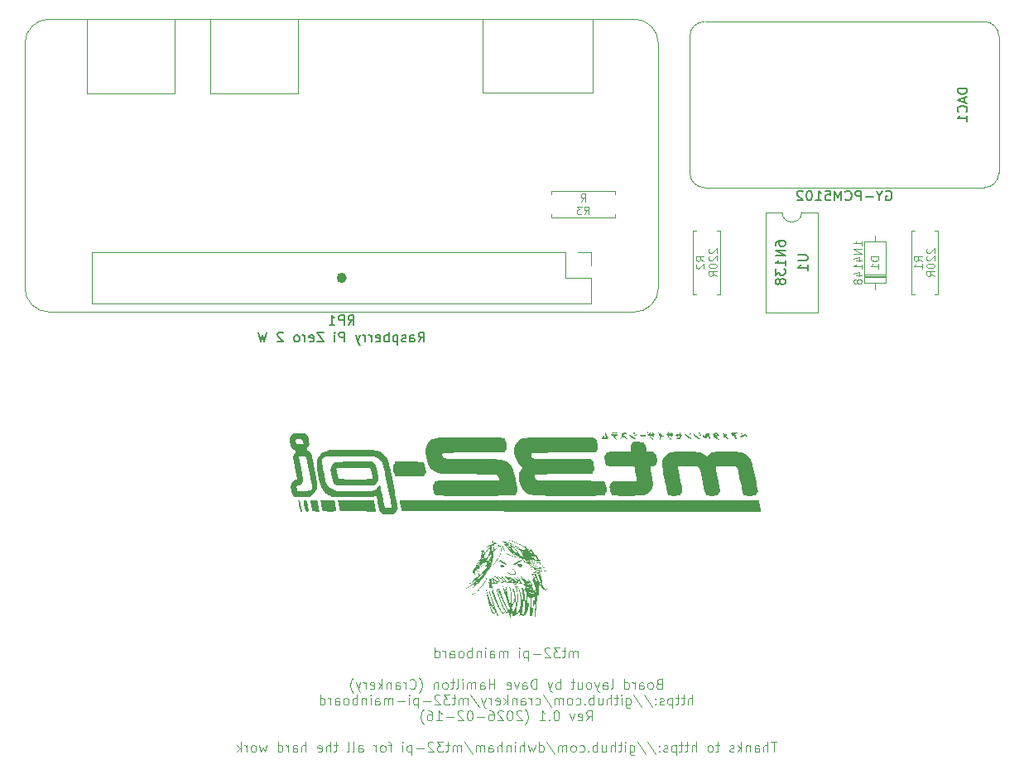
<source format=gbr>
%TF.GenerationSoftware,KiCad,Pcbnew,9.0.6*%
%TF.CreationDate,2026-02-16T23:23:36-05:00*%
%TF.ProjectId,MT32-pi-mainboard,4d543332-2d70-4692-9d6d-61696e626f61,rev?*%
%TF.SameCoordinates,Original*%
%TF.FileFunction,Legend,Bot*%
%TF.FilePolarity,Positive*%
%FSLAX46Y46*%
G04 Gerber Fmt 4.6, Leading zero omitted, Abs format (unit mm)*
G04 Created by KiCad (PCBNEW 9.0.6) date 2026-02-16 23:23:36*
%MOMM*%
%LPD*%
G01*
G04 APERTURE LIST*
%ADD10C,0.100000*%
%ADD11C,0.150000*%
%ADD12C,0.120000*%
%ADD13C,0.550000*%
%ADD14C,0.000000*%
G04 APERTURE END LIST*
D10*
X107635713Y-116767587D02*
X107635713Y-116100920D01*
X107635713Y-116196158D02*
X107588094Y-116148539D01*
X107588094Y-116148539D02*
X107492856Y-116100920D01*
X107492856Y-116100920D02*
X107349999Y-116100920D01*
X107349999Y-116100920D02*
X107254761Y-116148539D01*
X107254761Y-116148539D02*
X107207142Y-116243777D01*
X107207142Y-116243777D02*
X107207142Y-116767587D01*
X107207142Y-116243777D02*
X107159523Y-116148539D01*
X107159523Y-116148539D02*
X107064285Y-116100920D01*
X107064285Y-116100920D02*
X106921428Y-116100920D01*
X106921428Y-116100920D02*
X106826189Y-116148539D01*
X106826189Y-116148539D02*
X106778570Y-116243777D01*
X106778570Y-116243777D02*
X106778570Y-116767587D01*
X106445237Y-116100920D02*
X106064285Y-116100920D01*
X106302380Y-115767587D02*
X106302380Y-116624729D01*
X106302380Y-116624729D02*
X106254761Y-116719968D01*
X106254761Y-116719968D02*
X106159523Y-116767587D01*
X106159523Y-116767587D02*
X106064285Y-116767587D01*
X105826189Y-115767587D02*
X105207142Y-115767587D01*
X105207142Y-115767587D02*
X105540475Y-116148539D01*
X105540475Y-116148539D02*
X105397618Y-116148539D01*
X105397618Y-116148539D02*
X105302380Y-116196158D01*
X105302380Y-116196158D02*
X105254761Y-116243777D01*
X105254761Y-116243777D02*
X105207142Y-116339015D01*
X105207142Y-116339015D02*
X105207142Y-116577110D01*
X105207142Y-116577110D02*
X105254761Y-116672348D01*
X105254761Y-116672348D02*
X105302380Y-116719968D01*
X105302380Y-116719968D02*
X105397618Y-116767587D01*
X105397618Y-116767587D02*
X105683332Y-116767587D01*
X105683332Y-116767587D02*
X105778570Y-116719968D01*
X105778570Y-116719968D02*
X105826189Y-116672348D01*
X104826189Y-115862825D02*
X104778570Y-115815206D01*
X104778570Y-115815206D02*
X104683332Y-115767587D01*
X104683332Y-115767587D02*
X104445237Y-115767587D01*
X104445237Y-115767587D02*
X104349999Y-115815206D01*
X104349999Y-115815206D02*
X104302380Y-115862825D01*
X104302380Y-115862825D02*
X104254761Y-115958063D01*
X104254761Y-115958063D02*
X104254761Y-116053301D01*
X104254761Y-116053301D02*
X104302380Y-116196158D01*
X104302380Y-116196158D02*
X104873808Y-116767587D01*
X104873808Y-116767587D02*
X104254761Y-116767587D01*
X103826189Y-116386634D02*
X103064285Y-116386634D01*
X102588094Y-116100920D02*
X102588094Y-117100920D01*
X102588094Y-116148539D02*
X102492856Y-116100920D01*
X102492856Y-116100920D02*
X102302380Y-116100920D01*
X102302380Y-116100920D02*
X102207142Y-116148539D01*
X102207142Y-116148539D02*
X102159523Y-116196158D01*
X102159523Y-116196158D02*
X102111904Y-116291396D01*
X102111904Y-116291396D02*
X102111904Y-116577110D01*
X102111904Y-116577110D02*
X102159523Y-116672348D01*
X102159523Y-116672348D02*
X102207142Y-116719968D01*
X102207142Y-116719968D02*
X102302380Y-116767587D01*
X102302380Y-116767587D02*
X102492856Y-116767587D01*
X102492856Y-116767587D02*
X102588094Y-116719968D01*
X101683332Y-116767587D02*
X101683332Y-116100920D01*
X101683332Y-115767587D02*
X101730951Y-115815206D01*
X101730951Y-115815206D02*
X101683332Y-115862825D01*
X101683332Y-115862825D02*
X101635713Y-115815206D01*
X101635713Y-115815206D02*
X101683332Y-115767587D01*
X101683332Y-115767587D02*
X101683332Y-115862825D01*
X100445237Y-116767587D02*
X100445237Y-116100920D01*
X100445237Y-116196158D02*
X100397618Y-116148539D01*
X100397618Y-116148539D02*
X100302380Y-116100920D01*
X100302380Y-116100920D02*
X100159523Y-116100920D01*
X100159523Y-116100920D02*
X100064285Y-116148539D01*
X100064285Y-116148539D02*
X100016666Y-116243777D01*
X100016666Y-116243777D02*
X100016666Y-116767587D01*
X100016666Y-116243777D02*
X99969047Y-116148539D01*
X99969047Y-116148539D02*
X99873809Y-116100920D01*
X99873809Y-116100920D02*
X99730952Y-116100920D01*
X99730952Y-116100920D02*
X99635713Y-116148539D01*
X99635713Y-116148539D02*
X99588094Y-116243777D01*
X99588094Y-116243777D02*
X99588094Y-116767587D01*
X98683333Y-116767587D02*
X98683333Y-116243777D01*
X98683333Y-116243777D02*
X98730952Y-116148539D01*
X98730952Y-116148539D02*
X98826190Y-116100920D01*
X98826190Y-116100920D02*
X99016666Y-116100920D01*
X99016666Y-116100920D02*
X99111904Y-116148539D01*
X98683333Y-116719968D02*
X98778571Y-116767587D01*
X98778571Y-116767587D02*
X99016666Y-116767587D01*
X99016666Y-116767587D02*
X99111904Y-116719968D01*
X99111904Y-116719968D02*
X99159523Y-116624729D01*
X99159523Y-116624729D02*
X99159523Y-116529491D01*
X99159523Y-116529491D02*
X99111904Y-116434253D01*
X99111904Y-116434253D02*
X99016666Y-116386634D01*
X99016666Y-116386634D02*
X98778571Y-116386634D01*
X98778571Y-116386634D02*
X98683333Y-116339015D01*
X98207142Y-116767587D02*
X98207142Y-116100920D01*
X98207142Y-115767587D02*
X98254761Y-115815206D01*
X98254761Y-115815206D02*
X98207142Y-115862825D01*
X98207142Y-115862825D02*
X98159523Y-115815206D01*
X98159523Y-115815206D02*
X98207142Y-115767587D01*
X98207142Y-115767587D02*
X98207142Y-115862825D01*
X97730952Y-116100920D02*
X97730952Y-116767587D01*
X97730952Y-116196158D02*
X97683333Y-116148539D01*
X97683333Y-116148539D02*
X97588095Y-116100920D01*
X97588095Y-116100920D02*
X97445238Y-116100920D01*
X97445238Y-116100920D02*
X97350000Y-116148539D01*
X97350000Y-116148539D02*
X97302381Y-116243777D01*
X97302381Y-116243777D02*
X97302381Y-116767587D01*
X96826190Y-116767587D02*
X96826190Y-115767587D01*
X96826190Y-116148539D02*
X96730952Y-116100920D01*
X96730952Y-116100920D02*
X96540476Y-116100920D01*
X96540476Y-116100920D02*
X96445238Y-116148539D01*
X96445238Y-116148539D02*
X96397619Y-116196158D01*
X96397619Y-116196158D02*
X96350000Y-116291396D01*
X96350000Y-116291396D02*
X96350000Y-116577110D01*
X96350000Y-116577110D02*
X96397619Y-116672348D01*
X96397619Y-116672348D02*
X96445238Y-116719968D01*
X96445238Y-116719968D02*
X96540476Y-116767587D01*
X96540476Y-116767587D02*
X96730952Y-116767587D01*
X96730952Y-116767587D02*
X96826190Y-116719968D01*
X95778571Y-116767587D02*
X95873809Y-116719968D01*
X95873809Y-116719968D02*
X95921428Y-116672348D01*
X95921428Y-116672348D02*
X95969047Y-116577110D01*
X95969047Y-116577110D02*
X95969047Y-116291396D01*
X95969047Y-116291396D02*
X95921428Y-116196158D01*
X95921428Y-116196158D02*
X95873809Y-116148539D01*
X95873809Y-116148539D02*
X95778571Y-116100920D01*
X95778571Y-116100920D02*
X95635714Y-116100920D01*
X95635714Y-116100920D02*
X95540476Y-116148539D01*
X95540476Y-116148539D02*
X95492857Y-116196158D01*
X95492857Y-116196158D02*
X95445238Y-116291396D01*
X95445238Y-116291396D02*
X95445238Y-116577110D01*
X95445238Y-116577110D02*
X95492857Y-116672348D01*
X95492857Y-116672348D02*
X95540476Y-116719968D01*
X95540476Y-116719968D02*
X95635714Y-116767587D01*
X95635714Y-116767587D02*
X95778571Y-116767587D01*
X94588095Y-116767587D02*
X94588095Y-116243777D01*
X94588095Y-116243777D02*
X94635714Y-116148539D01*
X94635714Y-116148539D02*
X94730952Y-116100920D01*
X94730952Y-116100920D02*
X94921428Y-116100920D01*
X94921428Y-116100920D02*
X95016666Y-116148539D01*
X94588095Y-116719968D02*
X94683333Y-116767587D01*
X94683333Y-116767587D02*
X94921428Y-116767587D01*
X94921428Y-116767587D02*
X95016666Y-116719968D01*
X95016666Y-116719968D02*
X95064285Y-116624729D01*
X95064285Y-116624729D02*
X95064285Y-116529491D01*
X95064285Y-116529491D02*
X95016666Y-116434253D01*
X95016666Y-116434253D02*
X94921428Y-116386634D01*
X94921428Y-116386634D02*
X94683333Y-116386634D01*
X94683333Y-116386634D02*
X94588095Y-116339015D01*
X94111904Y-116767587D02*
X94111904Y-116100920D01*
X94111904Y-116291396D02*
X94064285Y-116196158D01*
X94064285Y-116196158D02*
X94016666Y-116148539D01*
X94016666Y-116148539D02*
X93921428Y-116100920D01*
X93921428Y-116100920D02*
X93826190Y-116100920D01*
X93064285Y-116767587D02*
X93064285Y-115767587D01*
X93064285Y-116719968D02*
X93159523Y-116767587D01*
X93159523Y-116767587D02*
X93349999Y-116767587D01*
X93349999Y-116767587D02*
X93445237Y-116719968D01*
X93445237Y-116719968D02*
X93492856Y-116672348D01*
X93492856Y-116672348D02*
X93540475Y-116577110D01*
X93540475Y-116577110D02*
X93540475Y-116291396D01*
X93540475Y-116291396D02*
X93492856Y-116196158D01*
X93492856Y-116196158D02*
X93445237Y-116148539D01*
X93445237Y-116148539D02*
X93349999Y-116100920D01*
X93349999Y-116100920D02*
X93159523Y-116100920D01*
X93159523Y-116100920D02*
X93064285Y-116148539D01*
X115969050Y-119463665D02*
X115826193Y-119511284D01*
X115826193Y-119511284D02*
X115778574Y-119558903D01*
X115778574Y-119558903D02*
X115730955Y-119654141D01*
X115730955Y-119654141D02*
X115730955Y-119796998D01*
X115730955Y-119796998D02*
X115778574Y-119892236D01*
X115778574Y-119892236D02*
X115826193Y-119939856D01*
X115826193Y-119939856D02*
X115921431Y-119987475D01*
X115921431Y-119987475D02*
X116302383Y-119987475D01*
X116302383Y-119987475D02*
X116302383Y-118987475D01*
X116302383Y-118987475D02*
X115969050Y-118987475D01*
X115969050Y-118987475D02*
X115873812Y-119035094D01*
X115873812Y-119035094D02*
X115826193Y-119082713D01*
X115826193Y-119082713D02*
X115778574Y-119177951D01*
X115778574Y-119177951D02*
X115778574Y-119273189D01*
X115778574Y-119273189D02*
X115826193Y-119368427D01*
X115826193Y-119368427D02*
X115873812Y-119416046D01*
X115873812Y-119416046D02*
X115969050Y-119463665D01*
X115969050Y-119463665D02*
X116302383Y-119463665D01*
X115159526Y-119987475D02*
X115254764Y-119939856D01*
X115254764Y-119939856D02*
X115302383Y-119892236D01*
X115302383Y-119892236D02*
X115350002Y-119796998D01*
X115350002Y-119796998D02*
X115350002Y-119511284D01*
X115350002Y-119511284D02*
X115302383Y-119416046D01*
X115302383Y-119416046D02*
X115254764Y-119368427D01*
X115254764Y-119368427D02*
X115159526Y-119320808D01*
X115159526Y-119320808D02*
X115016669Y-119320808D01*
X115016669Y-119320808D02*
X114921431Y-119368427D01*
X114921431Y-119368427D02*
X114873812Y-119416046D01*
X114873812Y-119416046D02*
X114826193Y-119511284D01*
X114826193Y-119511284D02*
X114826193Y-119796998D01*
X114826193Y-119796998D02*
X114873812Y-119892236D01*
X114873812Y-119892236D02*
X114921431Y-119939856D01*
X114921431Y-119939856D02*
X115016669Y-119987475D01*
X115016669Y-119987475D02*
X115159526Y-119987475D01*
X113969050Y-119987475D02*
X113969050Y-119463665D01*
X113969050Y-119463665D02*
X114016669Y-119368427D01*
X114016669Y-119368427D02*
X114111907Y-119320808D01*
X114111907Y-119320808D02*
X114302383Y-119320808D01*
X114302383Y-119320808D02*
X114397621Y-119368427D01*
X113969050Y-119939856D02*
X114064288Y-119987475D01*
X114064288Y-119987475D02*
X114302383Y-119987475D01*
X114302383Y-119987475D02*
X114397621Y-119939856D01*
X114397621Y-119939856D02*
X114445240Y-119844617D01*
X114445240Y-119844617D02*
X114445240Y-119749379D01*
X114445240Y-119749379D02*
X114397621Y-119654141D01*
X114397621Y-119654141D02*
X114302383Y-119606522D01*
X114302383Y-119606522D02*
X114064288Y-119606522D01*
X114064288Y-119606522D02*
X113969050Y-119558903D01*
X113492859Y-119987475D02*
X113492859Y-119320808D01*
X113492859Y-119511284D02*
X113445240Y-119416046D01*
X113445240Y-119416046D02*
X113397621Y-119368427D01*
X113397621Y-119368427D02*
X113302383Y-119320808D01*
X113302383Y-119320808D02*
X113207145Y-119320808D01*
X112445240Y-119987475D02*
X112445240Y-118987475D01*
X112445240Y-119939856D02*
X112540478Y-119987475D01*
X112540478Y-119987475D02*
X112730954Y-119987475D01*
X112730954Y-119987475D02*
X112826192Y-119939856D01*
X112826192Y-119939856D02*
X112873811Y-119892236D01*
X112873811Y-119892236D02*
X112921430Y-119796998D01*
X112921430Y-119796998D02*
X112921430Y-119511284D01*
X112921430Y-119511284D02*
X112873811Y-119416046D01*
X112873811Y-119416046D02*
X112826192Y-119368427D01*
X112826192Y-119368427D02*
X112730954Y-119320808D01*
X112730954Y-119320808D02*
X112540478Y-119320808D01*
X112540478Y-119320808D02*
X112445240Y-119368427D01*
X111064287Y-119987475D02*
X111159525Y-119939856D01*
X111159525Y-119939856D02*
X111207144Y-119844617D01*
X111207144Y-119844617D02*
X111207144Y-118987475D01*
X110254763Y-119987475D02*
X110254763Y-119463665D01*
X110254763Y-119463665D02*
X110302382Y-119368427D01*
X110302382Y-119368427D02*
X110397620Y-119320808D01*
X110397620Y-119320808D02*
X110588096Y-119320808D01*
X110588096Y-119320808D02*
X110683334Y-119368427D01*
X110254763Y-119939856D02*
X110350001Y-119987475D01*
X110350001Y-119987475D02*
X110588096Y-119987475D01*
X110588096Y-119987475D02*
X110683334Y-119939856D01*
X110683334Y-119939856D02*
X110730953Y-119844617D01*
X110730953Y-119844617D02*
X110730953Y-119749379D01*
X110730953Y-119749379D02*
X110683334Y-119654141D01*
X110683334Y-119654141D02*
X110588096Y-119606522D01*
X110588096Y-119606522D02*
X110350001Y-119606522D01*
X110350001Y-119606522D02*
X110254763Y-119558903D01*
X109873810Y-119320808D02*
X109635715Y-119987475D01*
X109397620Y-119320808D02*
X109635715Y-119987475D01*
X109635715Y-119987475D02*
X109730953Y-120225570D01*
X109730953Y-120225570D02*
X109778572Y-120273189D01*
X109778572Y-120273189D02*
X109873810Y-120320808D01*
X108873810Y-119987475D02*
X108969048Y-119939856D01*
X108969048Y-119939856D02*
X109016667Y-119892236D01*
X109016667Y-119892236D02*
X109064286Y-119796998D01*
X109064286Y-119796998D02*
X109064286Y-119511284D01*
X109064286Y-119511284D02*
X109016667Y-119416046D01*
X109016667Y-119416046D02*
X108969048Y-119368427D01*
X108969048Y-119368427D02*
X108873810Y-119320808D01*
X108873810Y-119320808D02*
X108730953Y-119320808D01*
X108730953Y-119320808D02*
X108635715Y-119368427D01*
X108635715Y-119368427D02*
X108588096Y-119416046D01*
X108588096Y-119416046D02*
X108540477Y-119511284D01*
X108540477Y-119511284D02*
X108540477Y-119796998D01*
X108540477Y-119796998D02*
X108588096Y-119892236D01*
X108588096Y-119892236D02*
X108635715Y-119939856D01*
X108635715Y-119939856D02*
X108730953Y-119987475D01*
X108730953Y-119987475D02*
X108873810Y-119987475D01*
X107683334Y-119320808D02*
X107683334Y-119987475D01*
X108111905Y-119320808D02*
X108111905Y-119844617D01*
X108111905Y-119844617D02*
X108064286Y-119939856D01*
X108064286Y-119939856D02*
X107969048Y-119987475D01*
X107969048Y-119987475D02*
X107826191Y-119987475D01*
X107826191Y-119987475D02*
X107730953Y-119939856D01*
X107730953Y-119939856D02*
X107683334Y-119892236D01*
X107350000Y-119320808D02*
X106969048Y-119320808D01*
X107207143Y-118987475D02*
X107207143Y-119844617D01*
X107207143Y-119844617D02*
X107159524Y-119939856D01*
X107159524Y-119939856D02*
X107064286Y-119987475D01*
X107064286Y-119987475D02*
X106969048Y-119987475D01*
X105873809Y-119987475D02*
X105873809Y-118987475D01*
X105873809Y-119368427D02*
X105778571Y-119320808D01*
X105778571Y-119320808D02*
X105588095Y-119320808D01*
X105588095Y-119320808D02*
X105492857Y-119368427D01*
X105492857Y-119368427D02*
X105445238Y-119416046D01*
X105445238Y-119416046D02*
X105397619Y-119511284D01*
X105397619Y-119511284D02*
X105397619Y-119796998D01*
X105397619Y-119796998D02*
X105445238Y-119892236D01*
X105445238Y-119892236D02*
X105492857Y-119939856D01*
X105492857Y-119939856D02*
X105588095Y-119987475D01*
X105588095Y-119987475D02*
X105778571Y-119987475D01*
X105778571Y-119987475D02*
X105873809Y-119939856D01*
X105064285Y-119320808D02*
X104826190Y-119987475D01*
X104588095Y-119320808D02*
X104826190Y-119987475D01*
X104826190Y-119987475D02*
X104921428Y-120225570D01*
X104921428Y-120225570D02*
X104969047Y-120273189D01*
X104969047Y-120273189D02*
X105064285Y-120320808D01*
X103445237Y-119987475D02*
X103445237Y-118987475D01*
X103445237Y-118987475D02*
X103207142Y-118987475D01*
X103207142Y-118987475D02*
X103064285Y-119035094D01*
X103064285Y-119035094D02*
X102969047Y-119130332D01*
X102969047Y-119130332D02*
X102921428Y-119225570D01*
X102921428Y-119225570D02*
X102873809Y-119416046D01*
X102873809Y-119416046D02*
X102873809Y-119558903D01*
X102873809Y-119558903D02*
X102921428Y-119749379D01*
X102921428Y-119749379D02*
X102969047Y-119844617D01*
X102969047Y-119844617D02*
X103064285Y-119939856D01*
X103064285Y-119939856D02*
X103207142Y-119987475D01*
X103207142Y-119987475D02*
X103445237Y-119987475D01*
X102016666Y-119987475D02*
X102016666Y-119463665D01*
X102016666Y-119463665D02*
X102064285Y-119368427D01*
X102064285Y-119368427D02*
X102159523Y-119320808D01*
X102159523Y-119320808D02*
X102349999Y-119320808D01*
X102349999Y-119320808D02*
X102445237Y-119368427D01*
X102016666Y-119939856D02*
X102111904Y-119987475D01*
X102111904Y-119987475D02*
X102349999Y-119987475D01*
X102349999Y-119987475D02*
X102445237Y-119939856D01*
X102445237Y-119939856D02*
X102492856Y-119844617D01*
X102492856Y-119844617D02*
X102492856Y-119749379D01*
X102492856Y-119749379D02*
X102445237Y-119654141D01*
X102445237Y-119654141D02*
X102349999Y-119606522D01*
X102349999Y-119606522D02*
X102111904Y-119606522D01*
X102111904Y-119606522D02*
X102016666Y-119558903D01*
X101635713Y-119320808D02*
X101397618Y-119987475D01*
X101397618Y-119987475D02*
X101159523Y-119320808D01*
X100397618Y-119939856D02*
X100492856Y-119987475D01*
X100492856Y-119987475D02*
X100683332Y-119987475D01*
X100683332Y-119987475D02*
X100778570Y-119939856D01*
X100778570Y-119939856D02*
X100826189Y-119844617D01*
X100826189Y-119844617D02*
X100826189Y-119463665D01*
X100826189Y-119463665D02*
X100778570Y-119368427D01*
X100778570Y-119368427D02*
X100683332Y-119320808D01*
X100683332Y-119320808D02*
X100492856Y-119320808D01*
X100492856Y-119320808D02*
X100397618Y-119368427D01*
X100397618Y-119368427D02*
X100349999Y-119463665D01*
X100349999Y-119463665D02*
X100349999Y-119558903D01*
X100349999Y-119558903D02*
X100826189Y-119654141D01*
X99159522Y-119987475D02*
X99159522Y-118987475D01*
X99159522Y-119463665D02*
X98588094Y-119463665D01*
X98588094Y-119987475D02*
X98588094Y-118987475D01*
X97683332Y-119987475D02*
X97683332Y-119463665D01*
X97683332Y-119463665D02*
X97730951Y-119368427D01*
X97730951Y-119368427D02*
X97826189Y-119320808D01*
X97826189Y-119320808D02*
X98016665Y-119320808D01*
X98016665Y-119320808D02*
X98111903Y-119368427D01*
X97683332Y-119939856D02*
X97778570Y-119987475D01*
X97778570Y-119987475D02*
X98016665Y-119987475D01*
X98016665Y-119987475D02*
X98111903Y-119939856D01*
X98111903Y-119939856D02*
X98159522Y-119844617D01*
X98159522Y-119844617D02*
X98159522Y-119749379D01*
X98159522Y-119749379D02*
X98111903Y-119654141D01*
X98111903Y-119654141D02*
X98016665Y-119606522D01*
X98016665Y-119606522D02*
X97778570Y-119606522D01*
X97778570Y-119606522D02*
X97683332Y-119558903D01*
X97207141Y-119987475D02*
X97207141Y-119320808D01*
X97207141Y-119416046D02*
X97159522Y-119368427D01*
X97159522Y-119368427D02*
X97064284Y-119320808D01*
X97064284Y-119320808D02*
X96921427Y-119320808D01*
X96921427Y-119320808D02*
X96826189Y-119368427D01*
X96826189Y-119368427D02*
X96778570Y-119463665D01*
X96778570Y-119463665D02*
X96778570Y-119987475D01*
X96778570Y-119463665D02*
X96730951Y-119368427D01*
X96730951Y-119368427D02*
X96635713Y-119320808D01*
X96635713Y-119320808D02*
X96492856Y-119320808D01*
X96492856Y-119320808D02*
X96397617Y-119368427D01*
X96397617Y-119368427D02*
X96349998Y-119463665D01*
X96349998Y-119463665D02*
X96349998Y-119987475D01*
X95873808Y-119987475D02*
X95873808Y-119320808D01*
X95873808Y-118987475D02*
X95921427Y-119035094D01*
X95921427Y-119035094D02*
X95873808Y-119082713D01*
X95873808Y-119082713D02*
X95826189Y-119035094D01*
X95826189Y-119035094D02*
X95873808Y-118987475D01*
X95873808Y-118987475D02*
X95873808Y-119082713D01*
X95254761Y-119987475D02*
X95349999Y-119939856D01*
X95349999Y-119939856D02*
X95397618Y-119844617D01*
X95397618Y-119844617D02*
X95397618Y-118987475D01*
X95016665Y-119320808D02*
X94635713Y-119320808D01*
X94873808Y-118987475D02*
X94873808Y-119844617D01*
X94873808Y-119844617D02*
X94826189Y-119939856D01*
X94826189Y-119939856D02*
X94730951Y-119987475D01*
X94730951Y-119987475D02*
X94635713Y-119987475D01*
X94159522Y-119987475D02*
X94254760Y-119939856D01*
X94254760Y-119939856D02*
X94302379Y-119892236D01*
X94302379Y-119892236D02*
X94349998Y-119796998D01*
X94349998Y-119796998D02*
X94349998Y-119511284D01*
X94349998Y-119511284D02*
X94302379Y-119416046D01*
X94302379Y-119416046D02*
X94254760Y-119368427D01*
X94254760Y-119368427D02*
X94159522Y-119320808D01*
X94159522Y-119320808D02*
X94016665Y-119320808D01*
X94016665Y-119320808D02*
X93921427Y-119368427D01*
X93921427Y-119368427D02*
X93873808Y-119416046D01*
X93873808Y-119416046D02*
X93826189Y-119511284D01*
X93826189Y-119511284D02*
X93826189Y-119796998D01*
X93826189Y-119796998D02*
X93873808Y-119892236D01*
X93873808Y-119892236D02*
X93921427Y-119939856D01*
X93921427Y-119939856D02*
X94016665Y-119987475D01*
X94016665Y-119987475D02*
X94159522Y-119987475D01*
X93397617Y-119320808D02*
X93397617Y-119987475D01*
X93397617Y-119416046D02*
X93349998Y-119368427D01*
X93349998Y-119368427D02*
X93254760Y-119320808D01*
X93254760Y-119320808D02*
X93111903Y-119320808D01*
X93111903Y-119320808D02*
X93016665Y-119368427D01*
X93016665Y-119368427D02*
X92969046Y-119463665D01*
X92969046Y-119463665D02*
X92969046Y-119987475D01*
X91445236Y-120368427D02*
X91492855Y-120320808D01*
X91492855Y-120320808D02*
X91588093Y-120177951D01*
X91588093Y-120177951D02*
X91635712Y-120082713D01*
X91635712Y-120082713D02*
X91683331Y-119939856D01*
X91683331Y-119939856D02*
X91730950Y-119701760D01*
X91730950Y-119701760D02*
X91730950Y-119511284D01*
X91730950Y-119511284D02*
X91683331Y-119273189D01*
X91683331Y-119273189D02*
X91635712Y-119130332D01*
X91635712Y-119130332D02*
X91588093Y-119035094D01*
X91588093Y-119035094D02*
X91492855Y-118892236D01*
X91492855Y-118892236D02*
X91445236Y-118844617D01*
X90492855Y-119892236D02*
X90540474Y-119939856D01*
X90540474Y-119939856D02*
X90683331Y-119987475D01*
X90683331Y-119987475D02*
X90778569Y-119987475D01*
X90778569Y-119987475D02*
X90921426Y-119939856D01*
X90921426Y-119939856D02*
X91016664Y-119844617D01*
X91016664Y-119844617D02*
X91064283Y-119749379D01*
X91064283Y-119749379D02*
X91111902Y-119558903D01*
X91111902Y-119558903D02*
X91111902Y-119416046D01*
X91111902Y-119416046D02*
X91064283Y-119225570D01*
X91064283Y-119225570D02*
X91016664Y-119130332D01*
X91016664Y-119130332D02*
X90921426Y-119035094D01*
X90921426Y-119035094D02*
X90778569Y-118987475D01*
X90778569Y-118987475D02*
X90683331Y-118987475D01*
X90683331Y-118987475D02*
X90540474Y-119035094D01*
X90540474Y-119035094D02*
X90492855Y-119082713D01*
X90064283Y-119987475D02*
X90064283Y-119320808D01*
X90064283Y-119511284D02*
X90016664Y-119416046D01*
X90016664Y-119416046D02*
X89969045Y-119368427D01*
X89969045Y-119368427D02*
X89873807Y-119320808D01*
X89873807Y-119320808D02*
X89778569Y-119320808D01*
X89016664Y-119987475D02*
X89016664Y-119463665D01*
X89016664Y-119463665D02*
X89064283Y-119368427D01*
X89064283Y-119368427D02*
X89159521Y-119320808D01*
X89159521Y-119320808D02*
X89349997Y-119320808D01*
X89349997Y-119320808D02*
X89445235Y-119368427D01*
X89016664Y-119939856D02*
X89111902Y-119987475D01*
X89111902Y-119987475D02*
X89349997Y-119987475D01*
X89349997Y-119987475D02*
X89445235Y-119939856D01*
X89445235Y-119939856D02*
X89492854Y-119844617D01*
X89492854Y-119844617D02*
X89492854Y-119749379D01*
X89492854Y-119749379D02*
X89445235Y-119654141D01*
X89445235Y-119654141D02*
X89349997Y-119606522D01*
X89349997Y-119606522D02*
X89111902Y-119606522D01*
X89111902Y-119606522D02*
X89016664Y-119558903D01*
X88540473Y-119320808D02*
X88540473Y-119987475D01*
X88540473Y-119416046D02*
X88492854Y-119368427D01*
X88492854Y-119368427D02*
X88397616Y-119320808D01*
X88397616Y-119320808D02*
X88254759Y-119320808D01*
X88254759Y-119320808D02*
X88159521Y-119368427D01*
X88159521Y-119368427D02*
X88111902Y-119463665D01*
X88111902Y-119463665D02*
X88111902Y-119987475D01*
X87635711Y-119987475D02*
X87635711Y-118987475D01*
X87540473Y-119606522D02*
X87254759Y-119987475D01*
X87254759Y-119320808D02*
X87635711Y-119701760D01*
X86445235Y-119939856D02*
X86540473Y-119987475D01*
X86540473Y-119987475D02*
X86730949Y-119987475D01*
X86730949Y-119987475D02*
X86826187Y-119939856D01*
X86826187Y-119939856D02*
X86873806Y-119844617D01*
X86873806Y-119844617D02*
X86873806Y-119463665D01*
X86873806Y-119463665D02*
X86826187Y-119368427D01*
X86826187Y-119368427D02*
X86730949Y-119320808D01*
X86730949Y-119320808D02*
X86540473Y-119320808D01*
X86540473Y-119320808D02*
X86445235Y-119368427D01*
X86445235Y-119368427D02*
X86397616Y-119463665D01*
X86397616Y-119463665D02*
X86397616Y-119558903D01*
X86397616Y-119558903D02*
X86873806Y-119654141D01*
X85969044Y-119987475D02*
X85969044Y-119320808D01*
X85969044Y-119511284D02*
X85921425Y-119416046D01*
X85921425Y-119416046D02*
X85873806Y-119368427D01*
X85873806Y-119368427D02*
X85778568Y-119320808D01*
X85778568Y-119320808D02*
X85683330Y-119320808D01*
X85445234Y-119320808D02*
X85207139Y-119987475D01*
X84969044Y-119320808D02*
X85207139Y-119987475D01*
X85207139Y-119987475D02*
X85302377Y-120225570D01*
X85302377Y-120225570D02*
X85349996Y-120273189D01*
X85349996Y-120273189D02*
X85445234Y-120320808D01*
X84683329Y-120368427D02*
X84635710Y-120320808D01*
X84635710Y-120320808D02*
X84540472Y-120177951D01*
X84540472Y-120177951D02*
X84492853Y-120082713D01*
X84492853Y-120082713D02*
X84445234Y-119939856D01*
X84445234Y-119939856D02*
X84397615Y-119701760D01*
X84397615Y-119701760D02*
X84397615Y-119511284D01*
X84397615Y-119511284D02*
X84445234Y-119273189D01*
X84445234Y-119273189D02*
X84492853Y-119130332D01*
X84492853Y-119130332D02*
X84540472Y-119035094D01*
X84540472Y-119035094D02*
X84635710Y-118892236D01*
X84635710Y-118892236D02*
X84683329Y-118844617D01*
X119373809Y-121597419D02*
X119373809Y-120597419D01*
X118945238Y-121597419D02*
X118945238Y-121073609D01*
X118945238Y-121073609D02*
X118992857Y-120978371D01*
X118992857Y-120978371D02*
X119088095Y-120930752D01*
X119088095Y-120930752D02*
X119230952Y-120930752D01*
X119230952Y-120930752D02*
X119326190Y-120978371D01*
X119326190Y-120978371D02*
X119373809Y-121025990D01*
X118611904Y-120930752D02*
X118230952Y-120930752D01*
X118469047Y-120597419D02*
X118469047Y-121454561D01*
X118469047Y-121454561D02*
X118421428Y-121549800D01*
X118421428Y-121549800D02*
X118326190Y-121597419D01*
X118326190Y-121597419D02*
X118230952Y-121597419D01*
X118040475Y-120930752D02*
X117659523Y-120930752D01*
X117897618Y-120597419D02*
X117897618Y-121454561D01*
X117897618Y-121454561D02*
X117849999Y-121549800D01*
X117849999Y-121549800D02*
X117754761Y-121597419D01*
X117754761Y-121597419D02*
X117659523Y-121597419D01*
X117326189Y-120930752D02*
X117326189Y-121930752D01*
X117326189Y-120978371D02*
X117230951Y-120930752D01*
X117230951Y-120930752D02*
X117040475Y-120930752D01*
X117040475Y-120930752D02*
X116945237Y-120978371D01*
X116945237Y-120978371D02*
X116897618Y-121025990D01*
X116897618Y-121025990D02*
X116849999Y-121121228D01*
X116849999Y-121121228D02*
X116849999Y-121406942D01*
X116849999Y-121406942D02*
X116897618Y-121502180D01*
X116897618Y-121502180D02*
X116945237Y-121549800D01*
X116945237Y-121549800D02*
X117040475Y-121597419D01*
X117040475Y-121597419D02*
X117230951Y-121597419D01*
X117230951Y-121597419D02*
X117326189Y-121549800D01*
X116469046Y-121549800D02*
X116373808Y-121597419D01*
X116373808Y-121597419D02*
X116183332Y-121597419D01*
X116183332Y-121597419D02*
X116088094Y-121549800D01*
X116088094Y-121549800D02*
X116040475Y-121454561D01*
X116040475Y-121454561D02*
X116040475Y-121406942D01*
X116040475Y-121406942D02*
X116088094Y-121311704D01*
X116088094Y-121311704D02*
X116183332Y-121264085D01*
X116183332Y-121264085D02*
X116326189Y-121264085D01*
X116326189Y-121264085D02*
X116421427Y-121216466D01*
X116421427Y-121216466D02*
X116469046Y-121121228D01*
X116469046Y-121121228D02*
X116469046Y-121073609D01*
X116469046Y-121073609D02*
X116421427Y-120978371D01*
X116421427Y-120978371D02*
X116326189Y-120930752D01*
X116326189Y-120930752D02*
X116183332Y-120930752D01*
X116183332Y-120930752D02*
X116088094Y-120978371D01*
X115611903Y-121502180D02*
X115564284Y-121549800D01*
X115564284Y-121549800D02*
X115611903Y-121597419D01*
X115611903Y-121597419D02*
X115659522Y-121549800D01*
X115659522Y-121549800D02*
X115611903Y-121502180D01*
X115611903Y-121502180D02*
X115611903Y-121597419D01*
X115611903Y-120978371D02*
X115564284Y-121025990D01*
X115564284Y-121025990D02*
X115611903Y-121073609D01*
X115611903Y-121073609D02*
X115659522Y-121025990D01*
X115659522Y-121025990D02*
X115611903Y-120978371D01*
X115611903Y-120978371D02*
X115611903Y-121073609D01*
X114421428Y-120549800D02*
X115278570Y-121835514D01*
X113373809Y-120549800D02*
X114230951Y-121835514D01*
X112611904Y-120930752D02*
X112611904Y-121740276D01*
X112611904Y-121740276D02*
X112659523Y-121835514D01*
X112659523Y-121835514D02*
X112707142Y-121883133D01*
X112707142Y-121883133D02*
X112802380Y-121930752D01*
X112802380Y-121930752D02*
X112945237Y-121930752D01*
X112945237Y-121930752D02*
X113040475Y-121883133D01*
X112611904Y-121549800D02*
X112707142Y-121597419D01*
X112707142Y-121597419D02*
X112897618Y-121597419D01*
X112897618Y-121597419D02*
X112992856Y-121549800D01*
X112992856Y-121549800D02*
X113040475Y-121502180D01*
X113040475Y-121502180D02*
X113088094Y-121406942D01*
X113088094Y-121406942D02*
X113088094Y-121121228D01*
X113088094Y-121121228D02*
X113040475Y-121025990D01*
X113040475Y-121025990D02*
X112992856Y-120978371D01*
X112992856Y-120978371D02*
X112897618Y-120930752D01*
X112897618Y-120930752D02*
X112707142Y-120930752D01*
X112707142Y-120930752D02*
X112611904Y-120978371D01*
X112135713Y-121597419D02*
X112135713Y-120930752D01*
X112135713Y-120597419D02*
X112183332Y-120645038D01*
X112183332Y-120645038D02*
X112135713Y-120692657D01*
X112135713Y-120692657D02*
X112088094Y-120645038D01*
X112088094Y-120645038D02*
X112135713Y-120597419D01*
X112135713Y-120597419D02*
X112135713Y-120692657D01*
X111802380Y-120930752D02*
X111421428Y-120930752D01*
X111659523Y-120597419D02*
X111659523Y-121454561D01*
X111659523Y-121454561D02*
X111611904Y-121549800D01*
X111611904Y-121549800D02*
X111516666Y-121597419D01*
X111516666Y-121597419D02*
X111421428Y-121597419D01*
X111088094Y-121597419D02*
X111088094Y-120597419D01*
X110659523Y-121597419D02*
X110659523Y-121073609D01*
X110659523Y-121073609D02*
X110707142Y-120978371D01*
X110707142Y-120978371D02*
X110802380Y-120930752D01*
X110802380Y-120930752D02*
X110945237Y-120930752D01*
X110945237Y-120930752D02*
X111040475Y-120978371D01*
X111040475Y-120978371D02*
X111088094Y-121025990D01*
X109754761Y-120930752D02*
X109754761Y-121597419D01*
X110183332Y-120930752D02*
X110183332Y-121454561D01*
X110183332Y-121454561D02*
X110135713Y-121549800D01*
X110135713Y-121549800D02*
X110040475Y-121597419D01*
X110040475Y-121597419D02*
X109897618Y-121597419D01*
X109897618Y-121597419D02*
X109802380Y-121549800D01*
X109802380Y-121549800D02*
X109754761Y-121502180D01*
X109278570Y-121597419D02*
X109278570Y-120597419D01*
X109278570Y-120978371D02*
X109183332Y-120930752D01*
X109183332Y-120930752D02*
X108992856Y-120930752D01*
X108992856Y-120930752D02*
X108897618Y-120978371D01*
X108897618Y-120978371D02*
X108849999Y-121025990D01*
X108849999Y-121025990D02*
X108802380Y-121121228D01*
X108802380Y-121121228D02*
X108802380Y-121406942D01*
X108802380Y-121406942D02*
X108849999Y-121502180D01*
X108849999Y-121502180D02*
X108897618Y-121549800D01*
X108897618Y-121549800D02*
X108992856Y-121597419D01*
X108992856Y-121597419D02*
X109183332Y-121597419D01*
X109183332Y-121597419D02*
X109278570Y-121549800D01*
X108373808Y-121502180D02*
X108326189Y-121549800D01*
X108326189Y-121549800D02*
X108373808Y-121597419D01*
X108373808Y-121597419D02*
X108421427Y-121549800D01*
X108421427Y-121549800D02*
X108373808Y-121502180D01*
X108373808Y-121502180D02*
X108373808Y-121597419D01*
X107469047Y-121549800D02*
X107564285Y-121597419D01*
X107564285Y-121597419D02*
X107754761Y-121597419D01*
X107754761Y-121597419D02*
X107849999Y-121549800D01*
X107849999Y-121549800D02*
X107897618Y-121502180D01*
X107897618Y-121502180D02*
X107945237Y-121406942D01*
X107945237Y-121406942D02*
X107945237Y-121121228D01*
X107945237Y-121121228D02*
X107897618Y-121025990D01*
X107897618Y-121025990D02*
X107849999Y-120978371D01*
X107849999Y-120978371D02*
X107754761Y-120930752D01*
X107754761Y-120930752D02*
X107564285Y-120930752D01*
X107564285Y-120930752D02*
X107469047Y-120978371D01*
X106897618Y-121597419D02*
X106992856Y-121549800D01*
X106992856Y-121549800D02*
X107040475Y-121502180D01*
X107040475Y-121502180D02*
X107088094Y-121406942D01*
X107088094Y-121406942D02*
X107088094Y-121121228D01*
X107088094Y-121121228D02*
X107040475Y-121025990D01*
X107040475Y-121025990D02*
X106992856Y-120978371D01*
X106992856Y-120978371D02*
X106897618Y-120930752D01*
X106897618Y-120930752D02*
X106754761Y-120930752D01*
X106754761Y-120930752D02*
X106659523Y-120978371D01*
X106659523Y-120978371D02*
X106611904Y-121025990D01*
X106611904Y-121025990D02*
X106564285Y-121121228D01*
X106564285Y-121121228D02*
X106564285Y-121406942D01*
X106564285Y-121406942D02*
X106611904Y-121502180D01*
X106611904Y-121502180D02*
X106659523Y-121549800D01*
X106659523Y-121549800D02*
X106754761Y-121597419D01*
X106754761Y-121597419D02*
X106897618Y-121597419D01*
X106135713Y-121597419D02*
X106135713Y-120930752D01*
X106135713Y-121025990D02*
X106088094Y-120978371D01*
X106088094Y-120978371D02*
X105992856Y-120930752D01*
X105992856Y-120930752D02*
X105849999Y-120930752D01*
X105849999Y-120930752D02*
X105754761Y-120978371D01*
X105754761Y-120978371D02*
X105707142Y-121073609D01*
X105707142Y-121073609D02*
X105707142Y-121597419D01*
X105707142Y-121073609D02*
X105659523Y-120978371D01*
X105659523Y-120978371D02*
X105564285Y-120930752D01*
X105564285Y-120930752D02*
X105421428Y-120930752D01*
X105421428Y-120930752D02*
X105326189Y-120978371D01*
X105326189Y-120978371D02*
X105278570Y-121073609D01*
X105278570Y-121073609D02*
X105278570Y-121597419D01*
X104088095Y-120549800D02*
X104945237Y-121835514D01*
X103326190Y-121549800D02*
X103421428Y-121597419D01*
X103421428Y-121597419D02*
X103611904Y-121597419D01*
X103611904Y-121597419D02*
X103707142Y-121549800D01*
X103707142Y-121549800D02*
X103754761Y-121502180D01*
X103754761Y-121502180D02*
X103802380Y-121406942D01*
X103802380Y-121406942D02*
X103802380Y-121121228D01*
X103802380Y-121121228D02*
X103754761Y-121025990D01*
X103754761Y-121025990D02*
X103707142Y-120978371D01*
X103707142Y-120978371D02*
X103611904Y-120930752D01*
X103611904Y-120930752D02*
X103421428Y-120930752D01*
X103421428Y-120930752D02*
X103326190Y-120978371D01*
X102897618Y-121597419D02*
X102897618Y-120930752D01*
X102897618Y-121121228D02*
X102849999Y-121025990D01*
X102849999Y-121025990D02*
X102802380Y-120978371D01*
X102802380Y-120978371D02*
X102707142Y-120930752D01*
X102707142Y-120930752D02*
X102611904Y-120930752D01*
X101849999Y-121597419D02*
X101849999Y-121073609D01*
X101849999Y-121073609D02*
X101897618Y-120978371D01*
X101897618Y-120978371D02*
X101992856Y-120930752D01*
X101992856Y-120930752D02*
X102183332Y-120930752D01*
X102183332Y-120930752D02*
X102278570Y-120978371D01*
X101849999Y-121549800D02*
X101945237Y-121597419D01*
X101945237Y-121597419D02*
X102183332Y-121597419D01*
X102183332Y-121597419D02*
X102278570Y-121549800D01*
X102278570Y-121549800D02*
X102326189Y-121454561D01*
X102326189Y-121454561D02*
X102326189Y-121359323D01*
X102326189Y-121359323D02*
X102278570Y-121264085D01*
X102278570Y-121264085D02*
X102183332Y-121216466D01*
X102183332Y-121216466D02*
X101945237Y-121216466D01*
X101945237Y-121216466D02*
X101849999Y-121168847D01*
X101373808Y-120930752D02*
X101373808Y-121597419D01*
X101373808Y-121025990D02*
X101326189Y-120978371D01*
X101326189Y-120978371D02*
X101230951Y-120930752D01*
X101230951Y-120930752D02*
X101088094Y-120930752D01*
X101088094Y-120930752D02*
X100992856Y-120978371D01*
X100992856Y-120978371D02*
X100945237Y-121073609D01*
X100945237Y-121073609D02*
X100945237Y-121597419D01*
X100469046Y-121597419D02*
X100469046Y-120597419D01*
X100373808Y-121216466D02*
X100088094Y-121597419D01*
X100088094Y-120930752D02*
X100469046Y-121311704D01*
X99278570Y-121549800D02*
X99373808Y-121597419D01*
X99373808Y-121597419D02*
X99564284Y-121597419D01*
X99564284Y-121597419D02*
X99659522Y-121549800D01*
X99659522Y-121549800D02*
X99707141Y-121454561D01*
X99707141Y-121454561D02*
X99707141Y-121073609D01*
X99707141Y-121073609D02*
X99659522Y-120978371D01*
X99659522Y-120978371D02*
X99564284Y-120930752D01*
X99564284Y-120930752D02*
X99373808Y-120930752D01*
X99373808Y-120930752D02*
X99278570Y-120978371D01*
X99278570Y-120978371D02*
X99230951Y-121073609D01*
X99230951Y-121073609D02*
X99230951Y-121168847D01*
X99230951Y-121168847D02*
X99707141Y-121264085D01*
X98802379Y-121597419D02*
X98802379Y-120930752D01*
X98802379Y-121121228D02*
X98754760Y-121025990D01*
X98754760Y-121025990D02*
X98707141Y-120978371D01*
X98707141Y-120978371D02*
X98611903Y-120930752D01*
X98611903Y-120930752D02*
X98516665Y-120930752D01*
X98278569Y-120930752D02*
X98040474Y-121597419D01*
X97802379Y-120930752D02*
X98040474Y-121597419D01*
X98040474Y-121597419D02*
X98135712Y-121835514D01*
X98135712Y-121835514D02*
X98183331Y-121883133D01*
X98183331Y-121883133D02*
X98278569Y-121930752D01*
X96707141Y-120549800D02*
X97564283Y-121835514D01*
X96373807Y-121597419D02*
X96373807Y-120930752D01*
X96373807Y-121025990D02*
X96326188Y-120978371D01*
X96326188Y-120978371D02*
X96230950Y-120930752D01*
X96230950Y-120930752D02*
X96088093Y-120930752D01*
X96088093Y-120930752D02*
X95992855Y-120978371D01*
X95992855Y-120978371D02*
X95945236Y-121073609D01*
X95945236Y-121073609D02*
X95945236Y-121597419D01*
X95945236Y-121073609D02*
X95897617Y-120978371D01*
X95897617Y-120978371D02*
X95802379Y-120930752D01*
X95802379Y-120930752D02*
X95659522Y-120930752D01*
X95659522Y-120930752D02*
X95564283Y-120978371D01*
X95564283Y-120978371D02*
X95516664Y-121073609D01*
X95516664Y-121073609D02*
X95516664Y-121597419D01*
X95183331Y-120930752D02*
X94802379Y-120930752D01*
X95040474Y-120597419D02*
X95040474Y-121454561D01*
X95040474Y-121454561D02*
X94992855Y-121549800D01*
X94992855Y-121549800D02*
X94897617Y-121597419D01*
X94897617Y-121597419D02*
X94802379Y-121597419D01*
X94564283Y-120597419D02*
X93945236Y-120597419D01*
X93945236Y-120597419D02*
X94278569Y-120978371D01*
X94278569Y-120978371D02*
X94135712Y-120978371D01*
X94135712Y-120978371D02*
X94040474Y-121025990D01*
X94040474Y-121025990D02*
X93992855Y-121073609D01*
X93992855Y-121073609D02*
X93945236Y-121168847D01*
X93945236Y-121168847D02*
X93945236Y-121406942D01*
X93945236Y-121406942D02*
X93992855Y-121502180D01*
X93992855Y-121502180D02*
X94040474Y-121549800D01*
X94040474Y-121549800D02*
X94135712Y-121597419D01*
X94135712Y-121597419D02*
X94421426Y-121597419D01*
X94421426Y-121597419D02*
X94516664Y-121549800D01*
X94516664Y-121549800D02*
X94564283Y-121502180D01*
X93564283Y-120692657D02*
X93516664Y-120645038D01*
X93516664Y-120645038D02*
X93421426Y-120597419D01*
X93421426Y-120597419D02*
X93183331Y-120597419D01*
X93183331Y-120597419D02*
X93088093Y-120645038D01*
X93088093Y-120645038D02*
X93040474Y-120692657D01*
X93040474Y-120692657D02*
X92992855Y-120787895D01*
X92992855Y-120787895D02*
X92992855Y-120883133D01*
X92992855Y-120883133D02*
X93040474Y-121025990D01*
X93040474Y-121025990D02*
X93611902Y-121597419D01*
X93611902Y-121597419D02*
X92992855Y-121597419D01*
X92564283Y-121216466D02*
X91802379Y-121216466D01*
X91326188Y-120930752D02*
X91326188Y-121930752D01*
X91326188Y-120978371D02*
X91230950Y-120930752D01*
X91230950Y-120930752D02*
X91040474Y-120930752D01*
X91040474Y-120930752D02*
X90945236Y-120978371D01*
X90945236Y-120978371D02*
X90897617Y-121025990D01*
X90897617Y-121025990D02*
X90849998Y-121121228D01*
X90849998Y-121121228D02*
X90849998Y-121406942D01*
X90849998Y-121406942D02*
X90897617Y-121502180D01*
X90897617Y-121502180D02*
X90945236Y-121549800D01*
X90945236Y-121549800D02*
X91040474Y-121597419D01*
X91040474Y-121597419D02*
X91230950Y-121597419D01*
X91230950Y-121597419D02*
X91326188Y-121549800D01*
X90421426Y-121597419D02*
X90421426Y-120930752D01*
X90421426Y-120597419D02*
X90469045Y-120645038D01*
X90469045Y-120645038D02*
X90421426Y-120692657D01*
X90421426Y-120692657D02*
X90373807Y-120645038D01*
X90373807Y-120645038D02*
X90421426Y-120597419D01*
X90421426Y-120597419D02*
X90421426Y-120692657D01*
X89945236Y-121216466D02*
X89183332Y-121216466D01*
X88707141Y-121597419D02*
X88707141Y-120930752D01*
X88707141Y-121025990D02*
X88659522Y-120978371D01*
X88659522Y-120978371D02*
X88564284Y-120930752D01*
X88564284Y-120930752D02*
X88421427Y-120930752D01*
X88421427Y-120930752D02*
X88326189Y-120978371D01*
X88326189Y-120978371D02*
X88278570Y-121073609D01*
X88278570Y-121073609D02*
X88278570Y-121597419D01*
X88278570Y-121073609D02*
X88230951Y-120978371D01*
X88230951Y-120978371D02*
X88135713Y-120930752D01*
X88135713Y-120930752D02*
X87992856Y-120930752D01*
X87992856Y-120930752D02*
X87897617Y-120978371D01*
X87897617Y-120978371D02*
X87849998Y-121073609D01*
X87849998Y-121073609D02*
X87849998Y-121597419D01*
X86945237Y-121597419D02*
X86945237Y-121073609D01*
X86945237Y-121073609D02*
X86992856Y-120978371D01*
X86992856Y-120978371D02*
X87088094Y-120930752D01*
X87088094Y-120930752D02*
X87278570Y-120930752D01*
X87278570Y-120930752D02*
X87373808Y-120978371D01*
X86945237Y-121549800D02*
X87040475Y-121597419D01*
X87040475Y-121597419D02*
X87278570Y-121597419D01*
X87278570Y-121597419D02*
X87373808Y-121549800D01*
X87373808Y-121549800D02*
X87421427Y-121454561D01*
X87421427Y-121454561D02*
X87421427Y-121359323D01*
X87421427Y-121359323D02*
X87373808Y-121264085D01*
X87373808Y-121264085D02*
X87278570Y-121216466D01*
X87278570Y-121216466D02*
X87040475Y-121216466D01*
X87040475Y-121216466D02*
X86945237Y-121168847D01*
X86469046Y-121597419D02*
X86469046Y-120930752D01*
X86469046Y-120597419D02*
X86516665Y-120645038D01*
X86516665Y-120645038D02*
X86469046Y-120692657D01*
X86469046Y-120692657D02*
X86421427Y-120645038D01*
X86421427Y-120645038D02*
X86469046Y-120597419D01*
X86469046Y-120597419D02*
X86469046Y-120692657D01*
X85992856Y-120930752D02*
X85992856Y-121597419D01*
X85992856Y-121025990D02*
X85945237Y-120978371D01*
X85945237Y-120978371D02*
X85849999Y-120930752D01*
X85849999Y-120930752D02*
X85707142Y-120930752D01*
X85707142Y-120930752D02*
X85611904Y-120978371D01*
X85611904Y-120978371D02*
X85564285Y-121073609D01*
X85564285Y-121073609D02*
X85564285Y-121597419D01*
X85088094Y-121597419D02*
X85088094Y-120597419D01*
X85088094Y-120978371D02*
X84992856Y-120930752D01*
X84992856Y-120930752D02*
X84802380Y-120930752D01*
X84802380Y-120930752D02*
X84707142Y-120978371D01*
X84707142Y-120978371D02*
X84659523Y-121025990D01*
X84659523Y-121025990D02*
X84611904Y-121121228D01*
X84611904Y-121121228D02*
X84611904Y-121406942D01*
X84611904Y-121406942D02*
X84659523Y-121502180D01*
X84659523Y-121502180D02*
X84707142Y-121549800D01*
X84707142Y-121549800D02*
X84802380Y-121597419D01*
X84802380Y-121597419D02*
X84992856Y-121597419D01*
X84992856Y-121597419D02*
X85088094Y-121549800D01*
X84040475Y-121597419D02*
X84135713Y-121549800D01*
X84135713Y-121549800D02*
X84183332Y-121502180D01*
X84183332Y-121502180D02*
X84230951Y-121406942D01*
X84230951Y-121406942D02*
X84230951Y-121121228D01*
X84230951Y-121121228D02*
X84183332Y-121025990D01*
X84183332Y-121025990D02*
X84135713Y-120978371D01*
X84135713Y-120978371D02*
X84040475Y-120930752D01*
X84040475Y-120930752D02*
X83897618Y-120930752D01*
X83897618Y-120930752D02*
X83802380Y-120978371D01*
X83802380Y-120978371D02*
X83754761Y-121025990D01*
X83754761Y-121025990D02*
X83707142Y-121121228D01*
X83707142Y-121121228D02*
X83707142Y-121406942D01*
X83707142Y-121406942D02*
X83754761Y-121502180D01*
X83754761Y-121502180D02*
X83802380Y-121549800D01*
X83802380Y-121549800D02*
X83897618Y-121597419D01*
X83897618Y-121597419D02*
X84040475Y-121597419D01*
X82849999Y-121597419D02*
X82849999Y-121073609D01*
X82849999Y-121073609D02*
X82897618Y-120978371D01*
X82897618Y-120978371D02*
X82992856Y-120930752D01*
X82992856Y-120930752D02*
X83183332Y-120930752D01*
X83183332Y-120930752D02*
X83278570Y-120978371D01*
X82849999Y-121549800D02*
X82945237Y-121597419D01*
X82945237Y-121597419D02*
X83183332Y-121597419D01*
X83183332Y-121597419D02*
X83278570Y-121549800D01*
X83278570Y-121549800D02*
X83326189Y-121454561D01*
X83326189Y-121454561D02*
X83326189Y-121359323D01*
X83326189Y-121359323D02*
X83278570Y-121264085D01*
X83278570Y-121264085D02*
X83183332Y-121216466D01*
X83183332Y-121216466D02*
X82945237Y-121216466D01*
X82945237Y-121216466D02*
X82849999Y-121168847D01*
X82373808Y-121597419D02*
X82373808Y-120930752D01*
X82373808Y-121121228D02*
X82326189Y-121025990D01*
X82326189Y-121025990D02*
X82278570Y-120978371D01*
X82278570Y-120978371D02*
X82183332Y-120930752D01*
X82183332Y-120930752D02*
X82088094Y-120930752D01*
X81326189Y-121597419D02*
X81326189Y-120597419D01*
X81326189Y-121549800D02*
X81421427Y-121597419D01*
X81421427Y-121597419D02*
X81611903Y-121597419D01*
X81611903Y-121597419D02*
X81707141Y-121549800D01*
X81707141Y-121549800D02*
X81754760Y-121502180D01*
X81754760Y-121502180D02*
X81802379Y-121406942D01*
X81802379Y-121406942D02*
X81802379Y-121121228D01*
X81802379Y-121121228D02*
X81754760Y-121025990D01*
X81754760Y-121025990D02*
X81707141Y-120978371D01*
X81707141Y-120978371D02*
X81611903Y-120930752D01*
X81611903Y-120930752D02*
X81421427Y-120930752D01*
X81421427Y-120930752D02*
X81326189Y-120978371D01*
X108516667Y-123207363D02*
X108850000Y-122731172D01*
X109088095Y-123207363D02*
X109088095Y-122207363D01*
X109088095Y-122207363D02*
X108707143Y-122207363D01*
X108707143Y-122207363D02*
X108611905Y-122254982D01*
X108611905Y-122254982D02*
X108564286Y-122302601D01*
X108564286Y-122302601D02*
X108516667Y-122397839D01*
X108516667Y-122397839D02*
X108516667Y-122540696D01*
X108516667Y-122540696D02*
X108564286Y-122635934D01*
X108564286Y-122635934D02*
X108611905Y-122683553D01*
X108611905Y-122683553D02*
X108707143Y-122731172D01*
X108707143Y-122731172D02*
X109088095Y-122731172D01*
X107707143Y-123159744D02*
X107802381Y-123207363D01*
X107802381Y-123207363D02*
X107992857Y-123207363D01*
X107992857Y-123207363D02*
X108088095Y-123159744D01*
X108088095Y-123159744D02*
X108135714Y-123064505D01*
X108135714Y-123064505D02*
X108135714Y-122683553D01*
X108135714Y-122683553D02*
X108088095Y-122588315D01*
X108088095Y-122588315D02*
X107992857Y-122540696D01*
X107992857Y-122540696D02*
X107802381Y-122540696D01*
X107802381Y-122540696D02*
X107707143Y-122588315D01*
X107707143Y-122588315D02*
X107659524Y-122683553D01*
X107659524Y-122683553D02*
X107659524Y-122778791D01*
X107659524Y-122778791D02*
X108135714Y-122874029D01*
X107326190Y-122540696D02*
X107088095Y-123207363D01*
X107088095Y-123207363D02*
X106850000Y-122540696D01*
X105516666Y-122207363D02*
X105421428Y-122207363D01*
X105421428Y-122207363D02*
X105326190Y-122254982D01*
X105326190Y-122254982D02*
X105278571Y-122302601D01*
X105278571Y-122302601D02*
X105230952Y-122397839D01*
X105230952Y-122397839D02*
X105183333Y-122588315D01*
X105183333Y-122588315D02*
X105183333Y-122826410D01*
X105183333Y-122826410D02*
X105230952Y-123016886D01*
X105230952Y-123016886D02*
X105278571Y-123112124D01*
X105278571Y-123112124D02*
X105326190Y-123159744D01*
X105326190Y-123159744D02*
X105421428Y-123207363D01*
X105421428Y-123207363D02*
X105516666Y-123207363D01*
X105516666Y-123207363D02*
X105611904Y-123159744D01*
X105611904Y-123159744D02*
X105659523Y-123112124D01*
X105659523Y-123112124D02*
X105707142Y-123016886D01*
X105707142Y-123016886D02*
X105754761Y-122826410D01*
X105754761Y-122826410D02*
X105754761Y-122588315D01*
X105754761Y-122588315D02*
X105707142Y-122397839D01*
X105707142Y-122397839D02*
X105659523Y-122302601D01*
X105659523Y-122302601D02*
X105611904Y-122254982D01*
X105611904Y-122254982D02*
X105516666Y-122207363D01*
X104754761Y-123112124D02*
X104707142Y-123159744D01*
X104707142Y-123159744D02*
X104754761Y-123207363D01*
X104754761Y-123207363D02*
X104802380Y-123159744D01*
X104802380Y-123159744D02*
X104754761Y-123112124D01*
X104754761Y-123112124D02*
X104754761Y-123207363D01*
X103754762Y-123207363D02*
X104326190Y-123207363D01*
X104040476Y-123207363D02*
X104040476Y-122207363D01*
X104040476Y-122207363D02*
X104135714Y-122350220D01*
X104135714Y-122350220D02*
X104230952Y-122445458D01*
X104230952Y-122445458D02*
X104326190Y-122493077D01*
X102278571Y-123588315D02*
X102326190Y-123540696D01*
X102326190Y-123540696D02*
X102421428Y-123397839D01*
X102421428Y-123397839D02*
X102469047Y-123302601D01*
X102469047Y-123302601D02*
X102516666Y-123159744D01*
X102516666Y-123159744D02*
X102564285Y-122921648D01*
X102564285Y-122921648D02*
X102564285Y-122731172D01*
X102564285Y-122731172D02*
X102516666Y-122493077D01*
X102516666Y-122493077D02*
X102469047Y-122350220D01*
X102469047Y-122350220D02*
X102421428Y-122254982D01*
X102421428Y-122254982D02*
X102326190Y-122112124D01*
X102326190Y-122112124D02*
X102278571Y-122064505D01*
X101945237Y-122302601D02*
X101897618Y-122254982D01*
X101897618Y-122254982D02*
X101802380Y-122207363D01*
X101802380Y-122207363D02*
X101564285Y-122207363D01*
X101564285Y-122207363D02*
X101469047Y-122254982D01*
X101469047Y-122254982D02*
X101421428Y-122302601D01*
X101421428Y-122302601D02*
X101373809Y-122397839D01*
X101373809Y-122397839D02*
X101373809Y-122493077D01*
X101373809Y-122493077D02*
X101421428Y-122635934D01*
X101421428Y-122635934D02*
X101992856Y-123207363D01*
X101992856Y-123207363D02*
X101373809Y-123207363D01*
X100754761Y-122207363D02*
X100659523Y-122207363D01*
X100659523Y-122207363D02*
X100564285Y-122254982D01*
X100564285Y-122254982D02*
X100516666Y-122302601D01*
X100516666Y-122302601D02*
X100469047Y-122397839D01*
X100469047Y-122397839D02*
X100421428Y-122588315D01*
X100421428Y-122588315D02*
X100421428Y-122826410D01*
X100421428Y-122826410D02*
X100469047Y-123016886D01*
X100469047Y-123016886D02*
X100516666Y-123112124D01*
X100516666Y-123112124D02*
X100564285Y-123159744D01*
X100564285Y-123159744D02*
X100659523Y-123207363D01*
X100659523Y-123207363D02*
X100754761Y-123207363D01*
X100754761Y-123207363D02*
X100849999Y-123159744D01*
X100849999Y-123159744D02*
X100897618Y-123112124D01*
X100897618Y-123112124D02*
X100945237Y-123016886D01*
X100945237Y-123016886D02*
X100992856Y-122826410D01*
X100992856Y-122826410D02*
X100992856Y-122588315D01*
X100992856Y-122588315D02*
X100945237Y-122397839D01*
X100945237Y-122397839D02*
X100897618Y-122302601D01*
X100897618Y-122302601D02*
X100849999Y-122254982D01*
X100849999Y-122254982D02*
X100754761Y-122207363D01*
X100040475Y-122302601D02*
X99992856Y-122254982D01*
X99992856Y-122254982D02*
X99897618Y-122207363D01*
X99897618Y-122207363D02*
X99659523Y-122207363D01*
X99659523Y-122207363D02*
X99564285Y-122254982D01*
X99564285Y-122254982D02*
X99516666Y-122302601D01*
X99516666Y-122302601D02*
X99469047Y-122397839D01*
X99469047Y-122397839D02*
X99469047Y-122493077D01*
X99469047Y-122493077D02*
X99516666Y-122635934D01*
X99516666Y-122635934D02*
X100088094Y-123207363D01*
X100088094Y-123207363D02*
X99469047Y-123207363D01*
X98611904Y-122207363D02*
X98802380Y-122207363D01*
X98802380Y-122207363D02*
X98897618Y-122254982D01*
X98897618Y-122254982D02*
X98945237Y-122302601D01*
X98945237Y-122302601D02*
X99040475Y-122445458D01*
X99040475Y-122445458D02*
X99088094Y-122635934D01*
X99088094Y-122635934D02*
X99088094Y-123016886D01*
X99088094Y-123016886D02*
X99040475Y-123112124D01*
X99040475Y-123112124D02*
X98992856Y-123159744D01*
X98992856Y-123159744D02*
X98897618Y-123207363D01*
X98897618Y-123207363D02*
X98707142Y-123207363D01*
X98707142Y-123207363D02*
X98611904Y-123159744D01*
X98611904Y-123159744D02*
X98564285Y-123112124D01*
X98564285Y-123112124D02*
X98516666Y-123016886D01*
X98516666Y-123016886D02*
X98516666Y-122778791D01*
X98516666Y-122778791D02*
X98564285Y-122683553D01*
X98564285Y-122683553D02*
X98611904Y-122635934D01*
X98611904Y-122635934D02*
X98707142Y-122588315D01*
X98707142Y-122588315D02*
X98897618Y-122588315D01*
X98897618Y-122588315D02*
X98992856Y-122635934D01*
X98992856Y-122635934D02*
X99040475Y-122683553D01*
X99040475Y-122683553D02*
X99088094Y-122778791D01*
X98088094Y-122826410D02*
X97326190Y-122826410D01*
X96659523Y-122207363D02*
X96564285Y-122207363D01*
X96564285Y-122207363D02*
X96469047Y-122254982D01*
X96469047Y-122254982D02*
X96421428Y-122302601D01*
X96421428Y-122302601D02*
X96373809Y-122397839D01*
X96373809Y-122397839D02*
X96326190Y-122588315D01*
X96326190Y-122588315D02*
X96326190Y-122826410D01*
X96326190Y-122826410D02*
X96373809Y-123016886D01*
X96373809Y-123016886D02*
X96421428Y-123112124D01*
X96421428Y-123112124D02*
X96469047Y-123159744D01*
X96469047Y-123159744D02*
X96564285Y-123207363D01*
X96564285Y-123207363D02*
X96659523Y-123207363D01*
X96659523Y-123207363D02*
X96754761Y-123159744D01*
X96754761Y-123159744D02*
X96802380Y-123112124D01*
X96802380Y-123112124D02*
X96849999Y-123016886D01*
X96849999Y-123016886D02*
X96897618Y-122826410D01*
X96897618Y-122826410D02*
X96897618Y-122588315D01*
X96897618Y-122588315D02*
X96849999Y-122397839D01*
X96849999Y-122397839D02*
X96802380Y-122302601D01*
X96802380Y-122302601D02*
X96754761Y-122254982D01*
X96754761Y-122254982D02*
X96659523Y-122207363D01*
X95945237Y-122302601D02*
X95897618Y-122254982D01*
X95897618Y-122254982D02*
X95802380Y-122207363D01*
X95802380Y-122207363D02*
X95564285Y-122207363D01*
X95564285Y-122207363D02*
X95469047Y-122254982D01*
X95469047Y-122254982D02*
X95421428Y-122302601D01*
X95421428Y-122302601D02*
X95373809Y-122397839D01*
X95373809Y-122397839D02*
X95373809Y-122493077D01*
X95373809Y-122493077D02*
X95421428Y-122635934D01*
X95421428Y-122635934D02*
X95992856Y-123207363D01*
X95992856Y-123207363D02*
X95373809Y-123207363D01*
X94945237Y-122826410D02*
X94183333Y-122826410D01*
X93183333Y-123207363D02*
X93754761Y-123207363D01*
X93469047Y-123207363D02*
X93469047Y-122207363D01*
X93469047Y-122207363D02*
X93564285Y-122350220D01*
X93564285Y-122350220D02*
X93659523Y-122445458D01*
X93659523Y-122445458D02*
X93754761Y-122493077D01*
X92326190Y-122207363D02*
X92516666Y-122207363D01*
X92516666Y-122207363D02*
X92611904Y-122254982D01*
X92611904Y-122254982D02*
X92659523Y-122302601D01*
X92659523Y-122302601D02*
X92754761Y-122445458D01*
X92754761Y-122445458D02*
X92802380Y-122635934D01*
X92802380Y-122635934D02*
X92802380Y-123016886D01*
X92802380Y-123016886D02*
X92754761Y-123112124D01*
X92754761Y-123112124D02*
X92707142Y-123159744D01*
X92707142Y-123159744D02*
X92611904Y-123207363D01*
X92611904Y-123207363D02*
X92421428Y-123207363D01*
X92421428Y-123207363D02*
X92326190Y-123159744D01*
X92326190Y-123159744D02*
X92278571Y-123112124D01*
X92278571Y-123112124D02*
X92230952Y-123016886D01*
X92230952Y-123016886D02*
X92230952Y-122778791D01*
X92230952Y-122778791D02*
X92278571Y-122683553D01*
X92278571Y-122683553D02*
X92326190Y-122635934D01*
X92326190Y-122635934D02*
X92421428Y-122588315D01*
X92421428Y-122588315D02*
X92611904Y-122588315D01*
X92611904Y-122588315D02*
X92707142Y-122635934D01*
X92707142Y-122635934D02*
X92754761Y-122683553D01*
X92754761Y-122683553D02*
X92802380Y-122778791D01*
X91897618Y-123588315D02*
X91849999Y-123540696D01*
X91849999Y-123540696D02*
X91754761Y-123397839D01*
X91754761Y-123397839D02*
X91707142Y-123302601D01*
X91707142Y-123302601D02*
X91659523Y-123159744D01*
X91659523Y-123159744D02*
X91611904Y-122921648D01*
X91611904Y-122921648D02*
X91611904Y-122731172D01*
X91611904Y-122731172D02*
X91659523Y-122493077D01*
X91659523Y-122493077D02*
X91707142Y-122350220D01*
X91707142Y-122350220D02*
X91754761Y-122254982D01*
X91754761Y-122254982D02*
X91849999Y-122112124D01*
X91849999Y-122112124D02*
X91897618Y-122064505D01*
X127992859Y-125427251D02*
X127421431Y-125427251D01*
X127707145Y-126427251D02*
X127707145Y-125427251D01*
X127088097Y-126427251D02*
X127088097Y-125427251D01*
X126659526Y-126427251D02*
X126659526Y-125903441D01*
X126659526Y-125903441D02*
X126707145Y-125808203D01*
X126707145Y-125808203D02*
X126802383Y-125760584D01*
X126802383Y-125760584D02*
X126945240Y-125760584D01*
X126945240Y-125760584D02*
X127040478Y-125808203D01*
X127040478Y-125808203D02*
X127088097Y-125855822D01*
X125754764Y-126427251D02*
X125754764Y-125903441D01*
X125754764Y-125903441D02*
X125802383Y-125808203D01*
X125802383Y-125808203D02*
X125897621Y-125760584D01*
X125897621Y-125760584D02*
X126088097Y-125760584D01*
X126088097Y-125760584D02*
X126183335Y-125808203D01*
X125754764Y-126379632D02*
X125850002Y-126427251D01*
X125850002Y-126427251D02*
X126088097Y-126427251D01*
X126088097Y-126427251D02*
X126183335Y-126379632D01*
X126183335Y-126379632D02*
X126230954Y-126284393D01*
X126230954Y-126284393D02*
X126230954Y-126189155D01*
X126230954Y-126189155D02*
X126183335Y-126093917D01*
X126183335Y-126093917D02*
X126088097Y-126046298D01*
X126088097Y-126046298D02*
X125850002Y-126046298D01*
X125850002Y-126046298D02*
X125754764Y-125998679D01*
X125278573Y-125760584D02*
X125278573Y-126427251D01*
X125278573Y-125855822D02*
X125230954Y-125808203D01*
X125230954Y-125808203D02*
X125135716Y-125760584D01*
X125135716Y-125760584D02*
X124992859Y-125760584D01*
X124992859Y-125760584D02*
X124897621Y-125808203D01*
X124897621Y-125808203D02*
X124850002Y-125903441D01*
X124850002Y-125903441D02*
X124850002Y-126427251D01*
X124373811Y-126427251D02*
X124373811Y-125427251D01*
X124278573Y-126046298D02*
X123992859Y-126427251D01*
X123992859Y-125760584D02*
X124373811Y-126141536D01*
X123611906Y-126379632D02*
X123516668Y-126427251D01*
X123516668Y-126427251D02*
X123326192Y-126427251D01*
X123326192Y-126427251D02*
X123230954Y-126379632D01*
X123230954Y-126379632D02*
X123183335Y-126284393D01*
X123183335Y-126284393D02*
X123183335Y-126236774D01*
X123183335Y-126236774D02*
X123230954Y-126141536D01*
X123230954Y-126141536D02*
X123326192Y-126093917D01*
X123326192Y-126093917D02*
X123469049Y-126093917D01*
X123469049Y-126093917D02*
X123564287Y-126046298D01*
X123564287Y-126046298D02*
X123611906Y-125951060D01*
X123611906Y-125951060D02*
X123611906Y-125903441D01*
X123611906Y-125903441D02*
X123564287Y-125808203D01*
X123564287Y-125808203D02*
X123469049Y-125760584D01*
X123469049Y-125760584D02*
X123326192Y-125760584D01*
X123326192Y-125760584D02*
X123230954Y-125808203D01*
X122135715Y-125760584D02*
X121754763Y-125760584D01*
X121992858Y-125427251D02*
X121992858Y-126284393D01*
X121992858Y-126284393D02*
X121945239Y-126379632D01*
X121945239Y-126379632D02*
X121850001Y-126427251D01*
X121850001Y-126427251D02*
X121754763Y-126427251D01*
X121278572Y-126427251D02*
X121373810Y-126379632D01*
X121373810Y-126379632D02*
X121421429Y-126332012D01*
X121421429Y-126332012D02*
X121469048Y-126236774D01*
X121469048Y-126236774D02*
X121469048Y-125951060D01*
X121469048Y-125951060D02*
X121421429Y-125855822D01*
X121421429Y-125855822D02*
X121373810Y-125808203D01*
X121373810Y-125808203D02*
X121278572Y-125760584D01*
X121278572Y-125760584D02*
X121135715Y-125760584D01*
X121135715Y-125760584D02*
X121040477Y-125808203D01*
X121040477Y-125808203D02*
X120992858Y-125855822D01*
X120992858Y-125855822D02*
X120945239Y-125951060D01*
X120945239Y-125951060D02*
X120945239Y-126236774D01*
X120945239Y-126236774D02*
X120992858Y-126332012D01*
X120992858Y-126332012D02*
X121040477Y-126379632D01*
X121040477Y-126379632D02*
X121135715Y-126427251D01*
X121135715Y-126427251D02*
X121278572Y-126427251D01*
X119754762Y-126427251D02*
X119754762Y-125427251D01*
X119326191Y-126427251D02*
X119326191Y-125903441D01*
X119326191Y-125903441D02*
X119373810Y-125808203D01*
X119373810Y-125808203D02*
X119469048Y-125760584D01*
X119469048Y-125760584D02*
X119611905Y-125760584D01*
X119611905Y-125760584D02*
X119707143Y-125808203D01*
X119707143Y-125808203D02*
X119754762Y-125855822D01*
X118992857Y-125760584D02*
X118611905Y-125760584D01*
X118850000Y-125427251D02*
X118850000Y-126284393D01*
X118850000Y-126284393D02*
X118802381Y-126379632D01*
X118802381Y-126379632D02*
X118707143Y-126427251D01*
X118707143Y-126427251D02*
X118611905Y-126427251D01*
X118421428Y-125760584D02*
X118040476Y-125760584D01*
X118278571Y-125427251D02*
X118278571Y-126284393D01*
X118278571Y-126284393D02*
X118230952Y-126379632D01*
X118230952Y-126379632D02*
X118135714Y-126427251D01*
X118135714Y-126427251D02*
X118040476Y-126427251D01*
X117707142Y-125760584D02*
X117707142Y-126760584D01*
X117707142Y-125808203D02*
X117611904Y-125760584D01*
X117611904Y-125760584D02*
X117421428Y-125760584D01*
X117421428Y-125760584D02*
X117326190Y-125808203D01*
X117326190Y-125808203D02*
X117278571Y-125855822D01*
X117278571Y-125855822D02*
X117230952Y-125951060D01*
X117230952Y-125951060D02*
X117230952Y-126236774D01*
X117230952Y-126236774D02*
X117278571Y-126332012D01*
X117278571Y-126332012D02*
X117326190Y-126379632D01*
X117326190Y-126379632D02*
X117421428Y-126427251D01*
X117421428Y-126427251D02*
X117611904Y-126427251D01*
X117611904Y-126427251D02*
X117707142Y-126379632D01*
X116849999Y-126379632D02*
X116754761Y-126427251D01*
X116754761Y-126427251D02*
X116564285Y-126427251D01*
X116564285Y-126427251D02*
X116469047Y-126379632D01*
X116469047Y-126379632D02*
X116421428Y-126284393D01*
X116421428Y-126284393D02*
X116421428Y-126236774D01*
X116421428Y-126236774D02*
X116469047Y-126141536D01*
X116469047Y-126141536D02*
X116564285Y-126093917D01*
X116564285Y-126093917D02*
X116707142Y-126093917D01*
X116707142Y-126093917D02*
X116802380Y-126046298D01*
X116802380Y-126046298D02*
X116849999Y-125951060D01*
X116849999Y-125951060D02*
X116849999Y-125903441D01*
X116849999Y-125903441D02*
X116802380Y-125808203D01*
X116802380Y-125808203D02*
X116707142Y-125760584D01*
X116707142Y-125760584D02*
X116564285Y-125760584D01*
X116564285Y-125760584D02*
X116469047Y-125808203D01*
X115992856Y-126332012D02*
X115945237Y-126379632D01*
X115945237Y-126379632D02*
X115992856Y-126427251D01*
X115992856Y-126427251D02*
X116040475Y-126379632D01*
X116040475Y-126379632D02*
X115992856Y-126332012D01*
X115992856Y-126332012D02*
X115992856Y-126427251D01*
X115992856Y-125808203D02*
X115945237Y-125855822D01*
X115945237Y-125855822D02*
X115992856Y-125903441D01*
X115992856Y-125903441D02*
X116040475Y-125855822D01*
X116040475Y-125855822D02*
X115992856Y-125808203D01*
X115992856Y-125808203D02*
X115992856Y-125903441D01*
X114802381Y-125379632D02*
X115659523Y-126665346D01*
X113754762Y-125379632D02*
X114611904Y-126665346D01*
X112992857Y-125760584D02*
X112992857Y-126570108D01*
X112992857Y-126570108D02*
X113040476Y-126665346D01*
X113040476Y-126665346D02*
X113088095Y-126712965D01*
X113088095Y-126712965D02*
X113183333Y-126760584D01*
X113183333Y-126760584D02*
X113326190Y-126760584D01*
X113326190Y-126760584D02*
X113421428Y-126712965D01*
X112992857Y-126379632D02*
X113088095Y-126427251D01*
X113088095Y-126427251D02*
X113278571Y-126427251D01*
X113278571Y-126427251D02*
X113373809Y-126379632D01*
X113373809Y-126379632D02*
X113421428Y-126332012D01*
X113421428Y-126332012D02*
X113469047Y-126236774D01*
X113469047Y-126236774D02*
X113469047Y-125951060D01*
X113469047Y-125951060D02*
X113421428Y-125855822D01*
X113421428Y-125855822D02*
X113373809Y-125808203D01*
X113373809Y-125808203D02*
X113278571Y-125760584D01*
X113278571Y-125760584D02*
X113088095Y-125760584D01*
X113088095Y-125760584D02*
X112992857Y-125808203D01*
X112516666Y-126427251D02*
X112516666Y-125760584D01*
X112516666Y-125427251D02*
X112564285Y-125474870D01*
X112564285Y-125474870D02*
X112516666Y-125522489D01*
X112516666Y-125522489D02*
X112469047Y-125474870D01*
X112469047Y-125474870D02*
X112516666Y-125427251D01*
X112516666Y-125427251D02*
X112516666Y-125522489D01*
X112183333Y-125760584D02*
X111802381Y-125760584D01*
X112040476Y-125427251D02*
X112040476Y-126284393D01*
X112040476Y-126284393D02*
X111992857Y-126379632D01*
X111992857Y-126379632D02*
X111897619Y-126427251D01*
X111897619Y-126427251D02*
X111802381Y-126427251D01*
X111469047Y-126427251D02*
X111469047Y-125427251D01*
X111040476Y-126427251D02*
X111040476Y-125903441D01*
X111040476Y-125903441D02*
X111088095Y-125808203D01*
X111088095Y-125808203D02*
X111183333Y-125760584D01*
X111183333Y-125760584D02*
X111326190Y-125760584D01*
X111326190Y-125760584D02*
X111421428Y-125808203D01*
X111421428Y-125808203D02*
X111469047Y-125855822D01*
X110135714Y-125760584D02*
X110135714Y-126427251D01*
X110564285Y-125760584D02*
X110564285Y-126284393D01*
X110564285Y-126284393D02*
X110516666Y-126379632D01*
X110516666Y-126379632D02*
X110421428Y-126427251D01*
X110421428Y-126427251D02*
X110278571Y-126427251D01*
X110278571Y-126427251D02*
X110183333Y-126379632D01*
X110183333Y-126379632D02*
X110135714Y-126332012D01*
X109659523Y-126427251D02*
X109659523Y-125427251D01*
X109659523Y-125808203D02*
X109564285Y-125760584D01*
X109564285Y-125760584D02*
X109373809Y-125760584D01*
X109373809Y-125760584D02*
X109278571Y-125808203D01*
X109278571Y-125808203D02*
X109230952Y-125855822D01*
X109230952Y-125855822D02*
X109183333Y-125951060D01*
X109183333Y-125951060D02*
X109183333Y-126236774D01*
X109183333Y-126236774D02*
X109230952Y-126332012D01*
X109230952Y-126332012D02*
X109278571Y-126379632D01*
X109278571Y-126379632D02*
X109373809Y-126427251D01*
X109373809Y-126427251D02*
X109564285Y-126427251D01*
X109564285Y-126427251D02*
X109659523Y-126379632D01*
X108754761Y-126332012D02*
X108707142Y-126379632D01*
X108707142Y-126379632D02*
X108754761Y-126427251D01*
X108754761Y-126427251D02*
X108802380Y-126379632D01*
X108802380Y-126379632D02*
X108754761Y-126332012D01*
X108754761Y-126332012D02*
X108754761Y-126427251D01*
X107850000Y-126379632D02*
X107945238Y-126427251D01*
X107945238Y-126427251D02*
X108135714Y-126427251D01*
X108135714Y-126427251D02*
X108230952Y-126379632D01*
X108230952Y-126379632D02*
X108278571Y-126332012D01*
X108278571Y-126332012D02*
X108326190Y-126236774D01*
X108326190Y-126236774D02*
X108326190Y-125951060D01*
X108326190Y-125951060D02*
X108278571Y-125855822D01*
X108278571Y-125855822D02*
X108230952Y-125808203D01*
X108230952Y-125808203D02*
X108135714Y-125760584D01*
X108135714Y-125760584D02*
X107945238Y-125760584D01*
X107945238Y-125760584D02*
X107850000Y-125808203D01*
X107278571Y-126427251D02*
X107373809Y-126379632D01*
X107373809Y-126379632D02*
X107421428Y-126332012D01*
X107421428Y-126332012D02*
X107469047Y-126236774D01*
X107469047Y-126236774D02*
X107469047Y-125951060D01*
X107469047Y-125951060D02*
X107421428Y-125855822D01*
X107421428Y-125855822D02*
X107373809Y-125808203D01*
X107373809Y-125808203D02*
X107278571Y-125760584D01*
X107278571Y-125760584D02*
X107135714Y-125760584D01*
X107135714Y-125760584D02*
X107040476Y-125808203D01*
X107040476Y-125808203D02*
X106992857Y-125855822D01*
X106992857Y-125855822D02*
X106945238Y-125951060D01*
X106945238Y-125951060D02*
X106945238Y-126236774D01*
X106945238Y-126236774D02*
X106992857Y-126332012D01*
X106992857Y-126332012D02*
X107040476Y-126379632D01*
X107040476Y-126379632D02*
X107135714Y-126427251D01*
X107135714Y-126427251D02*
X107278571Y-126427251D01*
X106516666Y-126427251D02*
X106516666Y-125760584D01*
X106516666Y-125855822D02*
X106469047Y-125808203D01*
X106469047Y-125808203D02*
X106373809Y-125760584D01*
X106373809Y-125760584D02*
X106230952Y-125760584D01*
X106230952Y-125760584D02*
X106135714Y-125808203D01*
X106135714Y-125808203D02*
X106088095Y-125903441D01*
X106088095Y-125903441D02*
X106088095Y-126427251D01*
X106088095Y-125903441D02*
X106040476Y-125808203D01*
X106040476Y-125808203D02*
X105945238Y-125760584D01*
X105945238Y-125760584D02*
X105802381Y-125760584D01*
X105802381Y-125760584D02*
X105707142Y-125808203D01*
X105707142Y-125808203D02*
X105659523Y-125903441D01*
X105659523Y-125903441D02*
X105659523Y-126427251D01*
X104469048Y-125379632D02*
X105326190Y-126665346D01*
X103707143Y-126427251D02*
X103707143Y-125427251D01*
X103707143Y-126379632D02*
X103802381Y-126427251D01*
X103802381Y-126427251D02*
X103992857Y-126427251D01*
X103992857Y-126427251D02*
X104088095Y-126379632D01*
X104088095Y-126379632D02*
X104135714Y-126332012D01*
X104135714Y-126332012D02*
X104183333Y-126236774D01*
X104183333Y-126236774D02*
X104183333Y-125951060D01*
X104183333Y-125951060D02*
X104135714Y-125855822D01*
X104135714Y-125855822D02*
X104088095Y-125808203D01*
X104088095Y-125808203D02*
X103992857Y-125760584D01*
X103992857Y-125760584D02*
X103802381Y-125760584D01*
X103802381Y-125760584D02*
X103707143Y-125808203D01*
X103326190Y-125760584D02*
X103135714Y-126427251D01*
X103135714Y-126427251D02*
X102945238Y-125951060D01*
X102945238Y-125951060D02*
X102754762Y-126427251D01*
X102754762Y-126427251D02*
X102564286Y-125760584D01*
X102183333Y-126427251D02*
X102183333Y-125427251D01*
X101754762Y-126427251D02*
X101754762Y-125903441D01*
X101754762Y-125903441D02*
X101802381Y-125808203D01*
X101802381Y-125808203D02*
X101897619Y-125760584D01*
X101897619Y-125760584D02*
X102040476Y-125760584D01*
X102040476Y-125760584D02*
X102135714Y-125808203D01*
X102135714Y-125808203D02*
X102183333Y-125855822D01*
X101278571Y-126427251D02*
X101278571Y-125760584D01*
X101278571Y-125427251D02*
X101326190Y-125474870D01*
X101326190Y-125474870D02*
X101278571Y-125522489D01*
X101278571Y-125522489D02*
X101230952Y-125474870D01*
X101230952Y-125474870D02*
X101278571Y-125427251D01*
X101278571Y-125427251D02*
X101278571Y-125522489D01*
X100802381Y-125760584D02*
X100802381Y-126427251D01*
X100802381Y-125855822D02*
X100754762Y-125808203D01*
X100754762Y-125808203D02*
X100659524Y-125760584D01*
X100659524Y-125760584D02*
X100516667Y-125760584D01*
X100516667Y-125760584D02*
X100421429Y-125808203D01*
X100421429Y-125808203D02*
X100373810Y-125903441D01*
X100373810Y-125903441D02*
X100373810Y-126427251D01*
X99897619Y-126427251D02*
X99897619Y-125427251D01*
X99469048Y-126427251D02*
X99469048Y-125903441D01*
X99469048Y-125903441D02*
X99516667Y-125808203D01*
X99516667Y-125808203D02*
X99611905Y-125760584D01*
X99611905Y-125760584D02*
X99754762Y-125760584D01*
X99754762Y-125760584D02*
X99850000Y-125808203D01*
X99850000Y-125808203D02*
X99897619Y-125855822D01*
X98564286Y-126427251D02*
X98564286Y-125903441D01*
X98564286Y-125903441D02*
X98611905Y-125808203D01*
X98611905Y-125808203D02*
X98707143Y-125760584D01*
X98707143Y-125760584D02*
X98897619Y-125760584D01*
X98897619Y-125760584D02*
X98992857Y-125808203D01*
X98564286Y-126379632D02*
X98659524Y-126427251D01*
X98659524Y-126427251D02*
X98897619Y-126427251D01*
X98897619Y-126427251D02*
X98992857Y-126379632D01*
X98992857Y-126379632D02*
X99040476Y-126284393D01*
X99040476Y-126284393D02*
X99040476Y-126189155D01*
X99040476Y-126189155D02*
X98992857Y-126093917D01*
X98992857Y-126093917D02*
X98897619Y-126046298D01*
X98897619Y-126046298D02*
X98659524Y-126046298D01*
X98659524Y-126046298D02*
X98564286Y-125998679D01*
X98088095Y-126427251D02*
X98088095Y-125760584D01*
X98088095Y-125855822D02*
X98040476Y-125808203D01*
X98040476Y-125808203D02*
X97945238Y-125760584D01*
X97945238Y-125760584D02*
X97802381Y-125760584D01*
X97802381Y-125760584D02*
X97707143Y-125808203D01*
X97707143Y-125808203D02*
X97659524Y-125903441D01*
X97659524Y-125903441D02*
X97659524Y-126427251D01*
X97659524Y-125903441D02*
X97611905Y-125808203D01*
X97611905Y-125808203D02*
X97516667Y-125760584D01*
X97516667Y-125760584D02*
X97373810Y-125760584D01*
X97373810Y-125760584D02*
X97278571Y-125808203D01*
X97278571Y-125808203D02*
X97230952Y-125903441D01*
X97230952Y-125903441D02*
X97230952Y-126427251D01*
X96040477Y-125379632D02*
X96897619Y-126665346D01*
X95707143Y-126427251D02*
X95707143Y-125760584D01*
X95707143Y-125855822D02*
X95659524Y-125808203D01*
X95659524Y-125808203D02*
X95564286Y-125760584D01*
X95564286Y-125760584D02*
X95421429Y-125760584D01*
X95421429Y-125760584D02*
X95326191Y-125808203D01*
X95326191Y-125808203D02*
X95278572Y-125903441D01*
X95278572Y-125903441D02*
X95278572Y-126427251D01*
X95278572Y-125903441D02*
X95230953Y-125808203D01*
X95230953Y-125808203D02*
X95135715Y-125760584D01*
X95135715Y-125760584D02*
X94992858Y-125760584D01*
X94992858Y-125760584D02*
X94897619Y-125808203D01*
X94897619Y-125808203D02*
X94850000Y-125903441D01*
X94850000Y-125903441D02*
X94850000Y-126427251D01*
X94516667Y-125760584D02*
X94135715Y-125760584D01*
X94373810Y-125427251D02*
X94373810Y-126284393D01*
X94373810Y-126284393D02*
X94326191Y-126379632D01*
X94326191Y-126379632D02*
X94230953Y-126427251D01*
X94230953Y-126427251D02*
X94135715Y-126427251D01*
X93897619Y-125427251D02*
X93278572Y-125427251D01*
X93278572Y-125427251D02*
X93611905Y-125808203D01*
X93611905Y-125808203D02*
X93469048Y-125808203D01*
X93469048Y-125808203D02*
X93373810Y-125855822D01*
X93373810Y-125855822D02*
X93326191Y-125903441D01*
X93326191Y-125903441D02*
X93278572Y-125998679D01*
X93278572Y-125998679D02*
X93278572Y-126236774D01*
X93278572Y-126236774D02*
X93326191Y-126332012D01*
X93326191Y-126332012D02*
X93373810Y-126379632D01*
X93373810Y-126379632D02*
X93469048Y-126427251D01*
X93469048Y-126427251D02*
X93754762Y-126427251D01*
X93754762Y-126427251D02*
X93850000Y-126379632D01*
X93850000Y-126379632D02*
X93897619Y-126332012D01*
X92897619Y-125522489D02*
X92850000Y-125474870D01*
X92850000Y-125474870D02*
X92754762Y-125427251D01*
X92754762Y-125427251D02*
X92516667Y-125427251D01*
X92516667Y-125427251D02*
X92421429Y-125474870D01*
X92421429Y-125474870D02*
X92373810Y-125522489D01*
X92373810Y-125522489D02*
X92326191Y-125617727D01*
X92326191Y-125617727D02*
X92326191Y-125712965D01*
X92326191Y-125712965D02*
X92373810Y-125855822D01*
X92373810Y-125855822D02*
X92945238Y-126427251D01*
X92945238Y-126427251D02*
X92326191Y-126427251D01*
X91897619Y-126046298D02*
X91135715Y-126046298D01*
X90659524Y-125760584D02*
X90659524Y-126760584D01*
X90659524Y-125808203D02*
X90564286Y-125760584D01*
X90564286Y-125760584D02*
X90373810Y-125760584D01*
X90373810Y-125760584D02*
X90278572Y-125808203D01*
X90278572Y-125808203D02*
X90230953Y-125855822D01*
X90230953Y-125855822D02*
X90183334Y-125951060D01*
X90183334Y-125951060D02*
X90183334Y-126236774D01*
X90183334Y-126236774D02*
X90230953Y-126332012D01*
X90230953Y-126332012D02*
X90278572Y-126379632D01*
X90278572Y-126379632D02*
X90373810Y-126427251D01*
X90373810Y-126427251D02*
X90564286Y-126427251D01*
X90564286Y-126427251D02*
X90659524Y-126379632D01*
X89754762Y-126427251D02*
X89754762Y-125760584D01*
X89754762Y-125427251D02*
X89802381Y-125474870D01*
X89802381Y-125474870D02*
X89754762Y-125522489D01*
X89754762Y-125522489D02*
X89707143Y-125474870D01*
X89707143Y-125474870D02*
X89754762Y-125427251D01*
X89754762Y-125427251D02*
X89754762Y-125522489D01*
X88659524Y-125760584D02*
X88278572Y-125760584D01*
X88516667Y-126427251D02*
X88516667Y-125570108D01*
X88516667Y-125570108D02*
X88469048Y-125474870D01*
X88469048Y-125474870D02*
X88373810Y-125427251D01*
X88373810Y-125427251D02*
X88278572Y-125427251D01*
X87802381Y-126427251D02*
X87897619Y-126379632D01*
X87897619Y-126379632D02*
X87945238Y-126332012D01*
X87945238Y-126332012D02*
X87992857Y-126236774D01*
X87992857Y-126236774D02*
X87992857Y-125951060D01*
X87992857Y-125951060D02*
X87945238Y-125855822D01*
X87945238Y-125855822D02*
X87897619Y-125808203D01*
X87897619Y-125808203D02*
X87802381Y-125760584D01*
X87802381Y-125760584D02*
X87659524Y-125760584D01*
X87659524Y-125760584D02*
X87564286Y-125808203D01*
X87564286Y-125808203D02*
X87516667Y-125855822D01*
X87516667Y-125855822D02*
X87469048Y-125951060D01*
X87469048Y-125951060D02*
X87469048Y-126236774D01*
X87469048Y-126236774D02*
X87516667Y-126332012D01*
X87516667Y-126332012D02*
X87564286Y-126379632D01*
X87564286Y-126379632D02*
X87659524Y-126427251D01*
X87659524Y-126427251D02*
X87802381Y-126427251D01*
X87040476Y-126427251D02*
X87040476Y-125760584D01*
X87040476Y-125951060D02*
X86992857Y-125855822D01*
X86992857Y-125855822D02*
X86945238Y-125808203D01*
X86945238Y-125808203D02*
X86850000Y-125760584D01*
X86850000Y-125760584D02*
X86754762Y-125760584D01*
X85230952Y-126427251D02*
X85230952Y-125903441D01*
X85230952Y-125903441D02*
X85278571Y-125808203D01*
X85278571Y-125808203D02*
X85373809Y-125760584D01*
X85373809Y-125760584D02*
X85564285Y-125760584D01*
X85564285Y-125760584D02*
X85659523Y-125808203D01*
X85230952Y-126379632D02*
X85326190Y-126427251D01*
X85326190Y-126427251D02*
X85564285Y-126427251D01*
X85564285Y-126427251D02*
X85659523Y-126379632D01*
X85659523Y-126379632D02*
X85707142Y-126284393D01*
X85707142Y-126284393D02*
X85707142Y-126189155D01*
X85707142Y-126189155D02*
X85659523Y-126093917D01*
X85659523Y-126093917D02*
X85564285Y-126046298D01*
X85564285Y-126046298D02*
X85326190Y-126046298D01*
X85326190Y-126046298D02*
X85230952Y-125998679D01*
X84611904Y-126427251D02*
X84707142Y-126379632D01*
X84707142Y-126379632D02*
X84754761Y-126284393D01*
X84754761Y-126284393D02*
X84754761Y-125427251D01*
X84088094Y-126427251D02*
X84183332Y-126379632D01*
X84183332Y-126379632D02*
X84230951Y-126284393D01*
X84230951Y-126284393D02*
X84230951Y-125427251D01*
X83088093Y-125760584D02*
X82707141Y-125760584D01*
X82945236Y-125427251D02*
X82945236Y-126284393D01*
X82945236Y-126284393D02*
X82897617Y-126379632D01*
X82897617Y-126379632D02*
X82802379Y-126427251D01*
X82802379Y-126427251D02*
X82707141Y-126427251D01*
X82373807Y-126427251D02*
X82373807Y-125427251D01*
X81945236Y-126427251D02*
X81945236Y-125903441D01*
X81945236Y-125903441D02*
X81992855Y-125808203D01*
X81992855Y-125808203D02*
X82088093Y-125760584D01*
X82088093Y-125760584D02*
X82230950Y-125760584D01*
X82230950Y-125760584D02*
X82326188Y-125808203D01*
X82326188Y-125808203D02*
X82373807Y-125855822D01*
X81088093Y-126379632D02*
X81183331Y-126427251D01*
X81183331Y-126427251D02*
X81373807Y-126427251D01*
X81373807Y-126427251D02*
X81469045Y-126379632D01*
X81469045Y-126379632D02*
X81516664Y-126284393D01*
X81516664Y-126284393D02*
X81516664Y-125903441D01*
X81516664Y-125903441D02*
X81469045Y-125808203D01*
X81469045Y-125808203D02*
X81373807Y-125760584D01*
X81373807Y-125760584D02*
X81183331Y-125760584D01*
X81183331Y-125760584D02*
X81088093Y-125808203D01*
X81088093Y-125808203D02*
X81040474Y-125903441D01*
X81040474Y-125903441D02*
X81040474Y-125998679D01*
X81040474Y-125998679D02*
X81516664Y-126093917D01*
X79849997Y-126427251D02*
X79849997Y-125427251D01*
X79421426Y-126427251D02*
X79421426Y-125903441D01*
X79421426Y-125903441D02*
X79469045Y-125808203D01*
X79469045Y-125808203D02*
X79564283Y-125760584D01*
X79564283Y-125760584D02*
X79707140Y-125760584D01*
X79707140Y-125760584D02*
X79802378Y-125808203D01*
X79802378Y-125808203D02*
X79849997Y-125855822D01*
X78516664Y-126427251D02*
X78516664Y-125903441D01*
X78516664Y-125903441D02*
X78564283Y-125808203D01*
X78564283Y-125808203D02*
X78659521Y-125760584D01*
X78659521Y-125760584D02*
X78849997Y-125760584D01*
X78849997Y-125760584D02*
X78945235Y-125808203D01*
X78516664Y-126379632D02*
X78611902Y-126427251D01*
X78611902Y-126427251D02*
X78849997Y-126427251D01*
X78849997Y-126427251D02*
X78945235Y-126379632D01*
X78945235Y-126379632D02*
X78992854Y-126284393D01*
X78992854Y-126284393D02*
X78992854Y-126189155D01*
X78992854Y-126189155D02*
X78945235Y-126093917D01*
X78945235Y-126093917D02*
X78849997Y-126046298D01*
X78849997Y-126046298D02*
X78611902Y-126046298D01*
X78611902Y-126046298D02*
X78516664Y-125998679D01*
X78040473Y-126427251D02*
X78040473Y-125760584D01*
X78040473Y-125951060D02*
X77992854Y-125855822D01*
X77992854Y-125855822D02*
X77945235Y-125808203D01*
X77945235Y-125808203D02*
X77849997Y-125760584D01*
X77849997Y-125760584D02*
X77754759Y-125760584D01*
X76992854Y-126427251D02*
X76992854Y-125427251D01*
X76992854Y-126379632D02*
X77088092Y-126427251D01*
X77088092Y-126427251D02*
X77278568Y-126427251D01*
X77278568Y-126427251D02*
X77373806Y-126379632D01*
X77373806Y-126379632D02*
X77421425Y-126332012D01*
X77421425Y-126332012D02*
X77469044Y-126236774D01*
X77469044Y-126236774D02*
X77469044Y-125951060D01*
X77469044Y-125951060D02*
X77421425Y-125855822D01*
X77421425Y-125855822D02*
X77373806Y-125808203D01*
X77373806Y-125808203D02*
X77278568Y-125760584D01*
X77278568Y-125760584D02*
X77088092Y-125760584D01*
X77088092Y-125760584D02*
X76992854Y-125808203D01*
X75849996Y-125760584D02*
X75659520Y-126427251D01*
X75659520Y-126427251D02*
X75469044Y-125951060D01*
X75469044Y-125951060D02*
X75278568Y-126427251D01*
X75278568Y-126427251D02*
X75088092Y-125760584D01*
X74564282Y-126427251D02*
X74659520Y-126379632D01*
X74659520Y-126379632D02*
X74707139Y-126332012D01*
X74707139Y-126332012D02*
X74754758Y-126236774D01*
X74754758Y-126236774D02*
X74754758Y-125951060D01*
X74754758Y-125951060D02*
X74707139Y-125855822D01*
X74707139Y-125855822D02*
X74659520Y-125808203D01*
X74659520Y-125808203D02*
X74564282Y-125760584D01*
X74564282Y-125760584D02*
X74421425Y-125760584D01*
X74421425Y-125760584D02*
X74326187Y-125808203D01*
X74326187Y-125808203D02*
X74278568Y-125855822D01*
X74278568Y-125855822D02*
X74230949Y-125951060D01*
X74230949Y-125951060D02*
X74230949Y-126236774D01*
X74230949Y-126236774D02*
X74278568Y-126332012D01*
X74278568Y-126332012D02*
X74326187Y-126379632D01*
X74326187Y-126379632D02*
X74421425Y-126427251D01*
X74421425Y-126427251D02*
X74564282Y-126427251D01*
X73802377Y-126427251D02*
X73802377Y-125760584D01*
X73802377Y-125951060D02*
X73754758Y-125855822D01*
X73754758Y-125855822D02*
X73707139Y-125808203D01*
X73707139Y-125808203D02*
X73611901Y-125760584D01*
X73611901Y-125760584D02*
X73516663Y-125760584D01*
X73183329Y-126427251D02*
X73183329Y-125427251D01*
X73088091Y-126046298D02*
X72802377Y-126427251D01*
X72802377Y-125760584D02*
X73183329Y-126141536D01*
D11*
X147499819Y-58493333D02*
X146499819Y-58493333D01*
X146499819Y-58493333D02*
X146499819Y-58731428D01*
X146499819Y-58731428D02*
X146547438Y-58874285D01*
X146547438Y-58874285D02*
X146642676Y-58969523D01*
X146642676Y-58969523D02*
X146737914Y-59017142D01*
X146737914Y-59017142D02*
X146928390Y-59064761D01*
X146928390Y-59064761D02*
X147071247Y-59064761D01*
X147071247Y-59064761D02*
X147261723Y-59017142D01*
X147261723Y-59017142D02*
X147356961Y-58969523D01*
X147356961Y-58969523D02*
X147452200Y-58874285D01*
X147452200Y-58874285D02*
X147499819Y-58731428D01*
X147499819Y-58731428D02*
X147499819Y-58493333D01*
X147214104Y-59445714D02*
X147214104Y-59921904D01*
X147499819Y-59350476D02*
X146499819Y-59683809D01*
X146499819Y-59683809D02*
X147499819Y-60017142D01*
X147404580Y-60921904D02*
X147452200Y-60874285D01*
X147452200Y-60874285D02*
X147499819Y-60731428D01*
X147499819Y-60731428D02*
X147499819Y-60636190D01*
X147499819Y-60636190D02*
X147452200Y-60493333D01*
X147452200Y-60493333D02*
X147356961Y-60398095D01*
X147356961Y-60398095D02*
X147261723Y-60350476D01*
X147261723Y-60350476D02*
X147071247Y-60302857D01*
X147071247Y-60302857D02*
X146928390Y-60302857D01*
X146928390Y-60302857D02*
X146737914Y-60350476D01*
X146737914Y-60350476D02*
X146642676Y-60398095D01*
X146642676Y-60398095D02*
X146547438Y-60493333D01*
X146547438Y-60493333D02*
X146499819Y-60636190D01*
X146499819Y-60636190D02*
X146499819Y-60731428D01*
X146499819Y-60731428D02*
X146547438Y-60874285D01*
X146547438Y-60874285D02*
X146595057Y-60921904D01*
X147499819Y-61874285D02*
X147499819Y-61302857D01*
X147499819Y-61588571D02*
X146499819Y-61588571D01*
X146499819Y-61588571D02*
X146642676Y-61493333D01*
X146642676Y-61493333D02*
X146737914Y-61398095D01*
X146737914Y-61398095D02*
X146785533Y-61302857D01*
X139196904Y-69022438D02*
X139292142Y-68974819D01*
X139292142Y-68974819D02*
X139434999Y-68974819D01*
X139434999Y-68974819D02*
X139577856Y-69022438D01*
X139577856Y-69022438D02*
X139673094Y-69117676D01*
X139673094Y-69117676D02*
X139720713Y-69212914D01*
X139720713Y-69212914D02*
X139768332Y-69403390D01*
X139768332Y-69403390D02*
X139768332Y-69546247D01*
X139768332Y-69546247D02*
X139720713Y-69736723D01*
X139720713Y-69736723D02*
X139673094Y-69831961D01*
X139673094Y-69831961D02*
X139577856Y-69927200D01*
X139577856Y-69927200D02*
X139434999Y-69974819D01*
X139434999Y-69974819D02*
X139339761Y-69974819D01*
X139339761Y-69974819D02*
X139196904Y-69927200D01*
X139196904Y-69927200D02*
X139149285Y-69879580D01*
X139149285Y-69879580D02*
X139149285Y-69546247D01*
X139149285Y-69546247D02*
X139339761Y-69546247D01*
X138530237Y-69498628D02*
X138530237Y-69974819D01*
X138863570Y-68974819D02*
X138530237Y-69498628D01*
X138530237Y-69498628D02*
X138196904Y-68974819D01*
X137863570Y-69593866D02*
X137101666Y-69593866D01*
X136625475Y-69974819D02*
X136625475Y-68974819D01*
X136625475Y-68974819D02*
X136244523Y-68974819D01*
X136244523Y-68974819D02*
X136149285Y-69022438D01*
X136149285Y-69022438D02*
X136101666Y-69070057D01*
X136101666Y-69070057D02*
X136054047Y-69165295D01*
X136054047Y-69165295D02*
X136054047Y-69308152D01*
X136054047Y-69308152D02*
X136101666Y-69403390D01*
X136101666Y-69403390D02*
X136149285Y-69451009D01*
X136149285Y-69451009D02*
X136244523Y-69498628D01*
X136244523Y-69498628D02*
X136625475Y-69498628D01*
X135054047Y-69879580D02*
X135101666Y-69927200D01*
X135101666Y-69927200D02*
X135244523Y-69974819D01*
X135244523Y-69974819D02*
X135339761Y-69974819D01*
X135339761Y-69974819D02*
X135482618Y-69927200D01*
X135482618Y-69927200D02*
X135577856Y-69831961D01*
X135577856Y-69831961D02*
X135625475Y-69736723D01*
X135625475Y-69736723D02*
X135673094Y-69546247D01*
X135673094Y-69546247D02*
X135673094Y-69403390D01*
X135673094Y-69403390D02*
X135625475Y-69212914D01*
X135625475Y-69212914D02*
X135577856Y-69117676D01*
X135577856Y-69117676D02*
X135482618Y-69022438D01*
X135482618Y-69022438D02*
X135339761Y-68974819D01*
X135339761Y-68974819D02*
X135244523Y-68974819D01*
X135244523Y-68974819D02*
X135101666Y-69022438D01*
X135101666Y-69022438D02*
X135054047Y-69070057D01*
X134625475Y-69974819D02*
X134625475Y-68974819D01*
X134625475Y-68974819D02*
X134292142Y-69689104D01*
X134292142Y-69689104D02*
X133958809Y-68974819D01*
X133958809Y-68974819D02*
X133958809Y-69974819D01*
X133006428Y-68974819D02*
X133482618Y-68974819D01*
X133482618Y-68974819D02*
X133530237Y-69451009D01*
X133530237Y-69451009D02*
X133482618Y-69403390D01*
X133482618Y-69403390D02*
X133387380Y-69355771D01*
X133387380Y-69355771D02*
X133149285Y-69355771D01*
X133149285Y-69355771D02*
X133054047Y-69403390D01*
X133054047Y-69403390D02*
X133006428Y-69451009D01*
X133006428Y-69451009D02*
X132958809Y-69546247D01*
X132958809Y-69546247D02*
X132958809Y-69784342D01*
X132958809Y-69784342D02*
X133006428Y-69879580D01*
X133006428Y-69879580D02*
X133054047Y-69927200D01*
X133054047Y-69927200D02*
X133149285Y-69974819D01*
X133149285Y-69974819D02*
X133387380Y-69974819D01*
X133387380Y-69974819D02*
X133482618Y-69927200D01*
X133482618Y-69927200D02*
X133530237Y-69879580D01*
X132006428Y-69974819D02*
X132577856Y-69974819D01*
X132292142Y-69974819D02*
X132292142Y-68974819D01*
X132292142Y-68974819D02*
X132387380Y-69117676D01*
X132387380Y-69117676D02*
X132482618Y-69212914D01*
X132482618Y-69212914D02*
X132577856Y-69260533D01*
X131387380Y-68974819D02*
X131292142Y-68974819D01*
X131292142Y-68974819D02*
X131196904Y-69022438D01*
X131196904Y-69022438D02*
X131149285Y-69070057D01*
X131149285Y-69070057D02*
X131101666Y-69165295D01*
X131101666Y-69165295D02*
X131054047Y-69355771D01*
X131054047Y-69355771D02*
X131054047Y-69593866D01*
X131054047Y-69593866D02*
X131101666Y-69784342D01*
X131101666Y-69784342D02*
X131149285Y-69879580D01*
X131149285Y-69879580D02*
X131196904Y-69927200D01*
X131196904Y-69927200D02*
X131292142Y-69974819D01*
X131292142Y-69974819D02*
X131387380Y-69974819D01*
X131387380Y-69974819D02*
X131482618Y-69927200D01*
X131482618Y-69927200D02*
X131530237Y-69879580D01*
X131530237Y-69879580D02*
X131577856Y-69784342D01*
X131577856Y-69784342D02*
X131625475Y-69593866D01*
X131625475Y-69593866D02*
X131625475Y-69355771D01*
X131625475Y-69355771D02*
X131577856Y-69165295D01*
X131577856Y-69165295D02*
X131530237Y-69070057D01*
X131530237Y-69070057D02*
X131482618Y-69022438D01*
X131482618Y-69022438D02*
X131387380Y-68974819D01*
X130673094Y-69070057D02*
X130625475Y-69022438D01*
X130625475Y-69022438D02*
X130530237Y-68974819D01*
X130530237Y-68974819D02*
X130292142Y-68974819D01*
X130292142Y-68974819D02*
X130196904Y-69022438D01*
X130196904Y-69022438D02*
X130149285Y-69070057D01*
X130149285Y-69070057D02*
X130101666Y-69165295D01*
X130101666Y-69165295D02*
X130101666Y-69260533D01*
X130101666Y-69260533D02*
X130149285Y-69403390D01*
X130149285Y-69403390D02*
X130720713Y-69974819D01*
X130720713Y-69974819D02*
X130101666Y-69974819D01*
X84186667Y-82714819D02*
X84520000Y-82238628D01*
X84758095Y-82714819D02*
X84758095Y-81714819D01*
X84758095Y-81714819D02*
X84377143Y-81714819D01*
X84377143Y-81714819D02*
X84281905Y-81762438D01*
X84281905Y-81762438D02*
X84234286Y-81810057D01*
X84234286Y-81810057D02*
X84186667Y-81905295D01*
X84186667Y-81905295D02*
X84186667Y-82048152D01*
X84186667Y-82048152D02*
X84234286Y-82143390D01*
X84234286Y-82143390D02*
X84281905Y-82191009D01*
X84281905Y-82191009D02*
X84377143Y-82238628D01*
X84377143Y-82238628D02*
X84758095Y-82238628D01*
X83758095Y-82714819D02*
X83758095Y-81714819D01*
X83758095Y-81714819D02*
X83377143Y-81714819D01*
X83377143Y-81714819D02*
X83281905Y-81762438D01*
X83281905Y-81762438D02*
X83234286Y-81810057D01*
X83234286Y-81810057D02*
X83186667Y-81905295D01*
X83186667Y-81905295D02*
X83186667Y-82048152D01*
X83186667Y-82048152D02*
X83234286Y-82143390D01*
X83234286Y-82143390D02*
X83281905Y-82191009D01*
X83281905Y-82191009D02*
X83377143Y-82238628D01*
X83377143Y-82238628D02*
X83758095Y-82238628D01*
X82234286Y-82714819D02*
X82805714Y-82714819D01*
X82520000Y-82714819D02*
X82520000Y-81714819D01*
X82520000Y-81714819D02*
X82615238Y-81857676D01*
X82615238Y-81857676D02*
X82710476Y-81952914D01*
X82710476Y-81952914D02*
X82805714Y-82000533D01*
X91377144Y-84444819D02*
X91710477Y-83968628D01*
X91948572Y-84444819D02*
X91948572Y-83444819D01*
X91948572Y-83444819D02*
X91567620Y-83444819D01*
X91567620Y-83444819D02*
X91472382Y-83492438D01*
X91472382Y-83492438D02*
X91424763Y-83540057D01*
X91424763Y-83540057D02*
X91377144Y-83635295D01*
X91377144Y-83635295D02*
X91377144Y-83778152D01*
X91377144Y-83778152D02*
X91424763Y-83873390D01*
X91424763Y-83873390D02*
X91472382Y-83921009D01*
X91472382Y-83921009D02*
X91567620Y-83968628D01*
X91567620Y-83968628D02*
X91948572Y-83968628D01*
X90520001Y-84444819D02*
X90520001Y-83921009D01*
X90520001Y-83921009D02*
X90567620Y-83825771D01*
X90567620Y-83825771D02*
X90662858Y-83778152D01*
X90662858Y-83778152D02*
X90853334Y-83778152D01*
X90853334Y-83778152D02*
X90948572Y-83825771D01*
X90520001Y-84397200D02*
X90615239Y-84444819D01*
X90615239Y-84444819D02*
X90853334Y-84444819D01*
X90853334Y-84444819D02*
X90948572Y-84397200D01*
X90948572Y-84397200D02*
X90996191Y-84301961D01*
X90996191Y-84301961D02*
X90996191Y-84206723D01*
X90996191Y-84206723D02*
X90948572Y-84111485D01*
X90948572Y-84111485D02*
X90853334Y-84063866D01*
X90853334Y-84063866D02*
X90615239Y-84063866D01*
X90615239Y-84063866D02*
X90520001Y-84016247D01*
X90091429Y-84397200D02*
X89996191Y-84444819D01*
X89996191Y-84444819D02*
X89805715Y-84444819D01*
X89805715Y-84444819D02*
X89710477Y-84397200D01*
X89710477Y-84397200D02*
X89662858Y-84301961D01*
X89662858Y-84301961D02*
X89662858Y-84254342D01*
X89662858Y-84254342D02*
X89710477Y-84159104D01*
X89710477Y-84159104D02*
X89805715Y-84111485D01*
X89805715Y-84111485D02*
X89948572Y-84111485D01*
X89948572Y-84111485D02*
X90043810Y-84063866D01*
X90043810Y-84063866D02*
X90091429Y-83968628D01*
X90091429Y-83968628D02*
X90091429Y-83921009D01*
X90091429Y-83921009D02*
X90043810Y-83825771D01*
X90043810Y-83825771D02*
X89948572Y-83778152D01*
X89948572Y-83778152D02*
X89805715Y-83778152D01*
X89805715Y-83778152D02*
X89710477Y-83825771D01*
X89234286Y-83778152D02*
X89234286Y-84778152D01*
X89234286Y-83825771D02*
X89139048Y-83778152D01*
X89139048Y-83778152D02*
X88948572Y-83778152D01*
X88948572Y-83778152D02*
X88853334Y-83825771D01*
X88853334Y-83825771D02*
X88805715Y-83873390D01*
X88805715Y-83873390D02*
X88758096Y-83968628D01*
X88758096Y-83968628D02*
X88758096Y-84254342D01*
X88758096Y-84254342D02*
X88805715Y-84349580D01*
X88805715Y-84349580D02*
X88853334Y-84397200D01*
X88853334Y-84397200D02*
X88948572Y-84444819D01*
X88948572Y-84444819D02*
X89139048Y-84444819D01*
X89139048Y-84444819D02*
X89234286Y-84397200D01*
X88329524Y-84444819D02*
X88329524Y-83444819D01*
X88329524Y-83825771D02*
X88234286Y-83778152D01*
X88234286Y-83778152D02*
X88043810Y-83778152D01*
X88043810Y-83778152D02*
X87948572Y-83825771D01*
X87948572Y-83825771D02*
X87900953Y-83873390D01*
X87900953Y-83873390D02*
X87853334Y-83968628D01*
X87853334Y-83968628D02*
X87853334Y-84254342D01*
X87853334Y-84254342D02*
X87900953Y-84349580D01*
X87900953Y-84349580D02*
X87948572Y-84397200D01*
X87948572Y-84397200D02*
X88043810Y-84444819D01*
X88043810Y-84444819D02*
X88234286Y-84444819D01*
X88234286Y-84444819D02*
X88329524Y-84397200D01*
X87043810Y-84397200D02*
X87139048Y-84444819D01*
X87139048Y-84444819D02*
X87329524Y-84444819D01*
X87329524Y-84444819D02*
X87424762Y-84397200D01*
X87424762Y-84397200D02*
X87472381Y-84301961D01*
X87472381Y-84301961D02*
X87472381Y-83921009D01*
X87472381Y-83921009D02*
X87424762Y-83825771D01*
X87424762Y-83825771D02*
X87329524Y-83778152D01*
X87329524Y-83778152D02*
X87139048Y-83778152D01*
X87139048Y-83778152D02*
X87043810Y-83825771D01*
X87043810Y-83825771D02*
X86996191Y-83921009D01*
X86996191Y-83921009D02*
X86996191Y-84016247D01*
X86996191Y-84016247D02*
X87472381Y-84111485D01*
X86567619Y-84444819D02*
X86567619Y-83778152D01*
X86567619Y-83968628D02*
X86520000Y-83873390D01*
X86520000Y-83873390D02*
X86472381Y-83825771D01*
X86472381Y-83825771D02*
X86377143Y-83778152D01*
X86377143Y-83778152D02*
X86281905Y-83778152D01*
X85948571Y-84444819D02*
X85948571Y-83778152D01*
X85948571Y-83968628D02*
X85900952Y-83873390D01*
X85900952Y-83873390D02*
X85853333Y-83825771D01*
X85853333Y-83825771D02*
X85758095Y-83778152D01*
X85758095Y-83778152D02*
X85662857Y-83778152D01*
X85424761Y-83778152D02*
X85186666Y-84444819D01*
X84948571Y-83778152D02*
X85186666Y-84444819D01*
X85186666Y-84444819D02*
X85281904Y-84682914D01*
X85281904Y-84682914D02*
X85329523Y-84730533D01*
X85329523Y-84730533D02*
X85424761Y-84778152D01*
X83805713Y-84444819D02*
X83805713Y-83444819D01*
X83805713Y-83444819D02*
X83424761Y-83444819D01*
X83424761Y-83444819D02*
X83329523Y-83492438D01*
X83329523Y-83492438D02*
X83281904Y-83540057D01*
X83281904Y-83540057D02*
X83234285Y-83635295D01*
X83234285Y-83635295D02*
X83234285Y-83778152D01*
X83234285Y-83778152D02*
X83281904Y-83873390D01*
X83281904Y-83873390D02*
X83329523Y-83921009D01*
X83329523Y-83921009D02*
X83424761Y-83968628D01*
X83424761Y-83968628D02*
X83805713Y-83968628D01*
X82805713Y-84444819D02*
X82805713Y-83778152D01*
X82805713Y-83444819D02*
X82853332Y-83492438D01*
X82853332Y-83492438D02*
X82805713Y-83540057D01*
X82805713Y-83540057D02*
X82758094Y-83492438D01*
X82758094Y-83492438D02*
X82805713Y-83444819D01*
X82805713Y-83444819D02*
X82805713Y-83540057D01*
X81662856Y-83444819D02*
X80996190Y-83444819D01*
X80996190Y-83444819D02*
X81662856Y-84444819D01*
X81662856Y-84444819D02*
X80996190Y-84444819D01*
X80234285Y-84397200D02*
X80329523Y-84444819D01*
X80329523Y-84444819D02*
X80519999Y-84444819D01*
X80519999Y-84444819D02*
X80615237Y-84397200D01*
X80615237Y-84397200D02*
X80662856Y-84301961D01*
X80662856Y-84301961D02*
X80662856Y-83921009D01*
X80662856Y-83921009D02*
X80615237Y-83825771D01*
X80615237Y-83825771D02*
X80519999Y-83778152D01*
X80519999Y-83778152D02*
X80329523Y-83778152D01*
X80329523Y-83778152D02*
X80234285Y-83825771D01*
X80234285Y-83825771D02*
X80186666Y-83921009D01*
X80186666Y-83921009D02*
X80186666Y-84016247D01*
X80186666Y-84016247D02*
X80662856Y-84111485D01*
X79758094Y-84444819D02*
X79758094Y-83778152D01*
X79758094Y-83968628D02*
X79710475Y-83873390D01*
X79710475Y-83873390D02*
X79662856Y-83825771D01*
X79662856Y-83825771D02*
X79567618Y-83778152D01*
X79567618Y-83778152D02*
X79472380Y-83778152D01*
X78996189Y-84444819D02*
X79091427Y-84397200D01*
X79091427Y-84397200D02*
X79139046Y-84349580D01*
X79139046Y-84349580D02*
X79186665Y-84254342D01*
X79186665Y-84254342D02*
X79186665Y-83968628D01*
X79186665Y-83968628D02*
X79139046Y-83873390D01*
X79139046Y-83873390D02*
X79091427Y-83825771D01*
X79091427Y-83825771D02*
X78996189Y-83778152D01*
X78996189Y-83778152D02*
X78853332Y-83778152D01*
X78853332Y-83778152D02*
X78758094Y-83825771D01*
X78758094Y-83825771D02*
X78710475Y-83873390D01*
X78710475Y-83873390D02*
X78662856Y-83968628D01*
X78662856Y-83968628D02*
X78662856Y-84254342D01*
X78662856Y-84254342D02*
X78710475Y-84349580D01*
X78710475Y-84349580D02*
X78758094Y-84397200D01*
X78758094Y-84397200D02*
X78853332Y-84444819D01*
X78853332Y-84444819D02*
X78996189Y-84444819D01*
X77519998Y-83540057D02*
X77472379Y-83492438D01*
X77472379Y-83492438D02*
X77377141Y-83444819D01*
X77377141Y-83444819D02*
X77139046Y-83444819D01*
X77139046Y-83444819D02*
X77043808Y-83492438D01*
X77043808Y-83492438D02*
X76996189Y-83540057D01*
X76996189Y-83540057D02*
X76948570Y-83635295D01*
X76948570Y-83635295D02*
X76948570Y-83730533D01*
X76948570Y-83730533D02*
X76996189Y-83873390D01*
X76996189Y-83873390D02*
X77567617Y-84444819D01*
X77567617Y-84444819D02*
X76948570Y-84444819D01*
X75853331Y-83444819D02*
X75615236Y-84444819D01*
X75615236Y-84444819D02*
X75424760Y-83730533D01*
X75424760Y-83730533D02*
X75234284Y-84444819D01*
X75234284Y-84444819D02*
X74996189Y-83444819D01*
D10*
X120563728Y-76186667D02*
X120182775Y-75920000D01*
X120563728Y-75729524D02*
X119763728Y-75729524D01*
X119763728Y-75729524D02*
X119763728Y-76034286D01*
X119763728Y-76034286D02*
X119801823Y-76110476D01*
X119801823Y-76110476D02*
X119839918Y-76148571D01*
X119839918Y-76148571D02*
X119916109Y-76186667D01*
X119916109Y-76186667D02*
X120030394Y-76186667D01*
X120030394Y-76186667D02*
X120106585Y-76148571D01*
X120106585Y-76148571D02*
X120144680Y-76110476D01*
X120144680Y-76110476D02*
X120182775Y-76034286D01*
X120182775Y-76034286D02*
X120182775Y-75729524D01*
X119839918Y-76491428D02*
X119801823Y-76529524D01*
X119801823Y-76529524D02*
X119763728Y-76605714D01*
X119763728Y-76605714D02*
X119763728Y-76796190D01*
X119763728Y-76796190D02*
X119801823Y-76872381D01*
X119801823Y-76872381D02*
X119839918Y-76910476D01*
X119839918Y-76910476D02*
X119916109Y-76948571D01*
X119916109Y-76948571D02*
X119992299Y-76948571D01*
X119992299Y-76948571D02*
X120106585Y-76910476D01*
X120106585Y-76910476D02*
X120563728Y-76453333D01*
X120563728Y-76453333D02*
X120563728Y-76948571D01*
X121142252Y-74929523D02*
X121104157Y-74967619D01*
X121104157Y-74967619D02*
X121066062Y-75043809D01*
X121066062Y-75043809D02*
X121066062Y-75234285D01*
X121066062Y-75234285D02*
X121104157Y-75310476D01*
X121104157Y-75310476D02*
X121142252Y-75348571D01*
X121142252Y-75348571D02*
X121218443Y-75386666D01*
X121218443Y-75386666D02*
X121294633Y-75386666D01*
X121294633Y-75386666D02*
X121408919Y-75348571D01*
X121408919Y-75348571D02*
X121866062Y-74891428D01*
X121866062Y-74891428D02*
X121866062Y-75386666D01*
X121142252Y-75691428D02*
X121104157Y-75729524D01*
X121104157Y-75729524D02*
X121066062Y-75805714D01*
X121066062Y-75805714D02*
X121066062Y-75996190D01*
X121066062Y-75996190D02*
X121104157Y-76072381D01*
X121104157Y-76072381D02*
X121142252Y-76110476D01*
X121142252Y-76110476D02*
X121218443Y-76148571D01*
X121218443Y-76148571D02*
X121294633Y-76148571D01*
X121294633Y-76148571D02*
X121408919Y-76110476D01*
X121408919Y-76110476D02*
X121866062Y-75653333D01*
X121866062Y-75653333D02*
X121866062Y-76148571D01*
X121066062Y-76643810D02*
X121066062Y-76720000D01*
X121066062Y-76720000D02*
X121104157Y-76796191D01*
X121104157Y-76796191D02*
X121142252Y-76834286D01*
X121142252Y-76834286D02*
X121218443Y-76872381D01*
X121218443Y-76872381D02*
X121370824Y-76910476D01*
X121370824Y-76910476D02*
X121561300Y-76910476D01*
X121561300Y-76910476D02*
X121713681Y-76872381D01*
X121713681Y-76872381D02*
X121789871Y-76834286D01*
X121789871Y-76834286D02*
X121827967Y-76796191D01*
X121827967Y-76796191D02*
X121866062Y-76720000D01*
X121866062Y-76720000D02*
X121866062Y-76643810D01*
X121866062Y-76643810D02*
X121827967Y-76567619D01*
X121827967Y-76567619D02*
X121789871Y-76529524D01*
X121789871Y-76529524D02*
X121713681Y-76491429D01*
X121713681Y-76491429D02*
X121561300Y-76453333D01*
X121561300Y-76453333D02*
X121370824Y-76453333D01*
X121370824Y-76453333D02*
X121218443Y-76491429D01*
X121218443Y-76491429D02*
X121142252Y-76529524D01*
X121142252Y-76529524D02*
X121104157Y-76567619D01*
X121104157Y-76567619D02*
X121066062Y-76643810D01*
X121866062Y-77710477D02*
X121485109Y-77443810D01*
X121866062Y-77253334D02*
X121066062Y-77253334D01*
X121066062Y-77253334D02*
X121066062Y-77558096D01*
X121066062Y-77558096D02*
X121104157Y-77634286D01*
X121104157Y-77634286D02*
X121142252Y-77672381D01*
X121142252Y-77672381D02*
X121218443Y-77710477D01*
X121218443Y-77710477D02*
X121332728Y-77710477D01*
X121332728Y-77710477D02*
X121408919Y-77672381D01*
X121408919Y-77672381D02*
X121447014Y-77634286D01*
X121447014Y-77634286D02*
X121485109Y-77558096D01*
X121485109Y-77558096D02*
X121485109Y-77253334D01*
D11*
X130175902Y-75558096D02*
X130985425Y-75558096D01*
X130985425Y-75558096D02*
X131080663Y-75605715D01*
X131080663Y-75605715D02*
X131128283Y-75653334D01*
X131128283Y-75653334D02*
X131175902Y-75748572D01*
X131175902Y-75748572D02*
X131175902Y-75939048D01*
X131175902Y-75939048D02*
X131128283Y-76034286D01*
X131128283Y-76034286D02*
X131080663Y-76081905D01*
X131080663Y-76081905D02*
X130985425Y-76129524D01*
X130985425Y-76129524D02*
X130175902Y-76129524D01*
X131175902Y-77129524D02*
X131175902Y-76558096D01*
X131175902Y-76843810D02*
X130175902Y-76843810D01*
X130175902Y-76843810D02*
X130318759Y-76748572D01*
X130318759Y-76748572D02*
X130413997Y-76653334D01*
X130413997Y-76653334D02*
X130461616Y-76558096D01*
X127883736Y-74558096D02*
X127883736Y-74367620D01*
X127883736Y-74367620D02*
X127931355Y-74272382D01*
X127931355Y-74272382D02*
X127978974Y-74224763D01*
X127978974Y-74224763D02*
X128121831Y-74129525D01*
X128121831Y-74129525D02*
X128312307Y-74081906D01*
X128312307Y-74081906D02*
X128693259Y-74081906D01*
X128693259Y-74081906D02*
X128788497Y-74129525D01*
X128788497Y-74129525D02*
X128836117Y-74177144D01*
X128836117Y-74177144D02*
X128883736Y-74272382D01*
X128883736Y-74272382D02*
X128883736Y-74462858D01*
X128883736Y-74462858D02*
X128836117Y-74558096D01*
X128836117Y-74558096D02*
X128788497Y-74605715D01*
X128788497Y-74605715D02*
X128693259Y-74653334D01*
X128693259Y-74653334D02*
X128455164Y-74653334D01*
X128455164Y-74653334D02*
X128359926Y-74605715D01*
X128359926Y-74605715D02*
X128312307Y-74558096D01*
X128312307Y-74558096D02*
X128264688Y-74462858D01*
X128264688Y-74462858D02*
X128264688Y-74272382D01*
X128264688Y-74272382D02*
X128312307Y-74177144D01*
X128312307Y-74177144D02*
X128359926Y-74129525D01*
X128359926Y-74129525D02*
X128455164Y-74081906D01*
X128883736Y-75081906D02*
X127883736Y-75081906D01*
X127883736Y-75081906D02*
X128883736Y-75653334D01*
X128883736Y-75653334D02*
X127883736Y-75653334D01*
X128883736Y-76653334D02*
X128883736Y-76081906D01*
X128883736Y-76367620D02*
X127883736Y-76367620D01*
X127883736Y-76367620D02*
X128026593Y-76272382D01*
X128026593Y-76272382D02*
X128121831Y-76177144D01*
X128121831Y-76177144D02*
X128169450Y-76081906D01*
X127883736Y-76986668D02*
X127883736Y-77605715D01*
X127883736Y-77605715D02*
X128264688Y-77272382D01*
X128264688Y-77272382D02*
X128264688Y-77415239D01*
X128264688Y-77415239D02*
X128312307Y-77510477D01*
X128312307Y-77510477D02*
X128359926Y-77558096D01*
X128359926Y-77558096D02*
X128455164Y-77605715D01*
X128455164Y-77605715D02*
X128693259Y-77605715D01*
X128693259Y-77605715D02*
X128788497Y-77558096D01*
X128788497Y-77558096D02*
X128836117Y-77510477D01*
X128836117Y-77510477D02*
X128883736Y-77415239D01*
X128883736Y-77415239D02*
X128883736Y-77129525D01*
X128883736Y-77129525D02*
X128836117Y-77034287D01*
X128836117Y-77034287D02*
X128788497Y-76986668D01*
X128312307Y-78177144D02*
X128264688Y-78081906D01*
X128264688Y-78081906D02*
X128217069Y-78034287D01*
X128217069Y-78034287D02*
X128121831Y-77986668D01*
X128121831Y-77986668D02*
X128074212Y-77986668D01*
X128074212Y-77986668D02*
X127978974Y-78034287D01*
X127978974Y-78034287D02*
X127931355Y-78081906D01*
X127931355Y-78081906D02*
X127883736Y-78177144D01*
X127883736Y-78177144D02*
X127883736Y-78367620D01*
X127883736Y-78367620D02*
X127931355Y-78462858D01*
X127931355Y-78462858D02*
X127978974Y-78510477D01*
X127978974Y-78510477D02*
X128074212Y-78558096D01*
X128074212Y-78558096D02*
X128121831Y-78558096D01*
X128121831Y-78558096D02*
X128217069Y-78510477D01*
X128217069Y-78510477D02*
X128264688Y-78462858D01*
X128264688Y-78462858D02*
X128312307Y-78367620D01*
X128312307Y-78367620D02*
X128312307Y-78177144D01*
X128312307Y-78177144D02*
X128359926Y-78081906D01*
X128359926Y-78081906D02*
X128407545Y-78034287D01*
X128407545Y-78034287D02*
X128502783Y-77986668D01*
X128502783Y-77986668D02*
X128693259Y-77986668D01*
X128693259Y-77986668D02*
X128788497Y-78034287D01*
X128788497Y-78034287D02*
X128836117Y-78081906D01*
X128836117Y-78081906D02*
X128883736Y-78177144D01*
X128883736Y-78177144D02*
X128883736Y-78367620D01*
X128883736Y-78367620D02*
X128836117Y-78462858D01*
X128836117Y-78462858D02*
X128788497Y-78510477D01*
X128788497Y-78510477D02*
X128693259Y-78558096D01*
X128693259Y-78558096D02*
X128502783Y-78558096D01*
X128502783Y-78558096D02*
X128407545Y-78510477D01*
X128407545Y-78510477D02*
X128359926Y-78462858D01*
X128359926Y-78462858D02*
X128312307Y-78367620D01*
D10*
X138424895Y-75729524D02*
X137624895Y-75729524D01*
X137624895Y-75729524D02*
X137624895Y-75920000D01*
X137624895Y-75920000D02*
X137662990Y-76034286D01*
X137662990Y-76034286D02*
X137739180Y-76110476D01*
X137739180Y-76110476D02*
X137815371Y-76148571D01*
X137815371Y-76148571D02*
X137967752Y-76186667D01*
X137967752Y-76186667D02*
X138082038Y-76186667D01*
X138082038Y-76186667D02*
X138234419Y-76148571D01*
X138234419Y-76148571D02*
X138310609Y-76110476D01*
X138310609Y-76110476D02*
X138386800Y-76034286D01*
X138386800Y-76034286D02*
X138424895Y-75920000D01*
X138424895Y-75920000D02*
X138424895Y-75729524D01*
X138424895Y-76948571D02*
X138424895Y-76491428D01*
X138424895Y-76720000D02*
X137624895Y-76720000D01*
X137624895Y-76720000D02*
X137739180Y-76643809D01*
X137739180Y-76643809D02*
X137815371Y-76567619D01*
X137815371Y-76567619D02*
X137853466Y-76491428D01*
X136694895Y-74605713D02*
X136694895Y-74148570D01*
X136694895Y-74377142D02*
X135894895Y-74377142D01*
X135894895Y-74377142D02*
X136009180Y-74300951D01*
X136009180Y-74300951D02*
X136085371Y-74224761D01*
X136085371Y-74224761D02*
X136123466Y-74148570D01*
X136694895Y-74948571D02*
X135894895Y-74948571D01*
X135894895Y-74948571D02*
X136694895Y-75405714D01*
X136694895Y-75405714D02*
X135894895Y-75405714D01*
X136161561Y-76129523D02*
X136694895Y-76129523D01*
X135856800Y-75939047D02*
X136428228Y-75748570D01*
X136428228Y-75748570D02*
X136428228Y-76243809D01*
X136694895Y-76967618D02*
X136694895Y-76510475D01*
X136694895Y-76739047D02*
X135894895Y-76739047D01*
X135894895Y-76739047D02*
X136009180Y-76662856D01*
X136009180Y-76662856D02*
X136085371Y-76586666D01*
X136085371Y-76586666D02*
X136123466Y-76510475D01*
X136161561Y-77653333D02*
X136694895Y-77653333D01*
X135856800Y-77462857D02*
X136428228Y-77272380D01*
X136428228Y-77272380D02*
X136428228Y-77767619D01*
X136237752Y-78186666D02*
X136199657Y-78110476D01*
X136199657Y-78110476D02*
X136161561Y-78072381D01*
X136161561Y-78072381D02*
X136085371Y-78034285D01*
X136085371Y-78034285D02*
X136047276Y-78034285D01*
X136047276Y-78034285D02*
X135971085Y-78072381D01*
X135971085Y-78072381D02*
X135932990Y-78110476D01*
X135932990Y-78110476D02*
X135894895Y-78186666D01*
X135894895Y-78186666D02*
X135894895Y-78339047D01*
X135894895Y-78339047D02*
X135932990Y-78415238D01*
X135932990Y-78415238D02*
X135971085Y-78453333D01*
X135971085Y-78453333D02*
X136047276Y-78491428D01*
X136047276Y-78491428D02*
X136085371Y-78491428D01*
X136085371Y-78491428D02*
X136161561Y-78453333D01*
X136161561Y-78453333D02*
X136199657Y-78415238D01*
X136199657Y-78415238D02*
X136237752Y-78339047D01*
X136237752Y-78339047D02*
X136237752Y-78186666D01*
X136237752Y-78186666D02*
X136275847Y-78110476D01*
X136275847Y-78110476D02*
X136313942Y-78072381D01*
X136313942Y-78072381D02*
X136390133Y-78034285D01*
X136390133Y-78034285D02*
X136542514Y-78034285D01*
X136542514Y-78034285D02*
X136618704Y-78072381D01*
X136618704Y-78072381D02*
X136656800Y-78110476D01*
X136656800Y-78110476D02*
X136694895Y-78186666D01*
X136694895Y-78186666D02*
X136694895Y-78339047D01*
X136694895Y-78339047D02*
X136656800Y-78415238D01*
X136656800Y-78415238D02*
X136618704Y-78453333D01*
X136618704Y-78453333D02*
X136542514Y-78491428D01*
X136542514Y-78491428D02*
X136390133Y-78491428D01*
X136390133Y-78491428D02*
X136313942Y-78453333D01*
X136313942Y-78453333D02*
X136275847Y-78415238D01*
X136275847Y-78415238D02*
X136237752Y-78339047D01*
X142853728Y-76186667D02*
X142472775Y-75920000D01*
X142853728Y-75729524D02*
X142053728Y-75729524D01*
X142053728Y-75729524D02*
X142053728Y-76034286D01*
X142053728Y-76034286D02*
X142091823Y-76110476D01*
X142091823Y-76110476D02*
X142129918Y-76148571D01*
X142129918Y-76148571D02*
X142206109Y-76186667D01*
X142206109Y-76186667D02*
X142320394Y-76186667D01*
X142320394Y-76186667D02*
X142396585Y-76148571D01*
X142396585Y-76148571D02*
X142434680Y-76110476D01*
X142434680Y-76110476D02*
X142472775Y-76034286D01*
X142472775Y-76034286D02*
X142472775Y-75729524D01*
X142853728Y-76948571D02*
X142853728Y-76491428D01*
X142853728Y-76720000D02*
X142053728Y-76720000D01*
X142053728Y-76720000D02*
X142168013Y-76643809D01*
X142168013Y-76643809D02*
X142244204Y-76567619D01*
X142244204Y-76567619D02*
X142282299Y-76491428D01*
X143432252Y-74929523D02*
X143394157Y-74967619D01*
X143394157Y-74967619D02*
X143356062Y-75043809D01*
X143356062Y-75043809D02*
X143356062Y-75234285D01*
X143356062Y-75234285D02*
X143394157Y-75310476D01*
X143394157Y-75310476D02*
X143432252Y-75348571D01*
X143432252Y-75348571D02*
X143508443Y-75386666D01*
X143508443Y-75386666D02*
X143584633Y-75386666D01*
X143584633Y-75386666D02*
X143698919Y-75348571D01*
X143698919Y-75348571D02*
X144156062Y-74891428D01*
X144156062Y-74891428D02*
X144156062Y-75386666D01*
X143432252Y-75691428D02*
X143394157Y-75729524D01*
X143394157Y-75729524D02*
X143356062Y-75805714D01*
X143356062Y-75805714D02*
X143356062Y-75996190D01*
X143356062Y-75996190D02*
X143394157Y-76072381D01*
X143394157Y-76072381D02*
X143432252Y-76110476D01*
X143432252Y-76110476D02*
X143508443Y-76148571D01*
X143508443Y-76148571D02*
X143584633Y-76148571D01*
X143584633Y-76148571D02*
X143698919Y-76110476D01*
X143698919Y-76110476D02*
X144156062Y-75653333D01*
X144156062Y-75653333D02*
X144156062Y-76148571D01*
X143356062Y-76643810D02*
X143356062Y-76720000D01*
X143356062Y-76720000D02*
X143394157Y-76796191D01*
X143394157Y-76796191D02*
X143432252Y-76834286D01*
X143432252Y-76834286D02*
X143508443Y-76872381D01*
X143508443Y-76872381D02*
X143660824Y-76910476D01*
X143660824Y-76910476D02*
X143851300Y-76910476D01*
X143851300Y-76910476D02*
X144003681Y-76872381D01*
X144003681Y-76872381D02*
X144079871Y-76834286D01*
X144079871Y-76834286D02*
X144117967Y-76796191D01*
X144117967Y-76796191D02*
X144156062Y-76720000D01*
X144156062Y-76720000D02*
X144156062Y-76643810D01*
X144156062Y-76643810D02*
X144117967Y-76567619D01*
X144117967Y-76567619D02*
X144079871Y-76529524D01*
X144079871Y-76529524D02*
X144003681Y-76491429D01*
X144003681Y-76491429D02*
X143851300Y-76453333D01*
X143851300Y-76453333D02*
X143660824Y-76453333D01*
X143660824Y-76453333D02*
X143508443Y-76491429D01*
X143508443Y-76491429D02*
X143432252Y-76529524D01*
X143432252Y-76529524D02*
X143394157Y-76567619D01*
X143394157Y-76567619D02*
X143356062Y-76643810D01*
X144156062Y-77710477D02*
X143775109Y-77443810D01*
X144156062Y-77253334D02*
X143356062Y-77253334D01*
X143356062Y-77253334D02*
X143356062Y-77558096D01*
X143356062Y-77558096D02*
X143394157Y-77634286D01*
X143394157Y-77634286D02*
X143432252Y-77672381D01*
X143432252Y-77672381D02*
X143508443Y-77710477D01*
X143508443Y-77710477D02*
X143622728Y-77710477D01*
X143622728Y-77710477D02*
X143698919Y-77672381D01*
X143698919Y-77672381D02*
X143737014Y-77634286D01*
X143737014Y-77634286D02*
X143775109Y-77558096D01*
X143775109Y-77558096D02*
X143775109Y-77253334D01*
X108351457Y-71376062D02*
X108618124Y-70995109D01*
X108808600Y-71376062D02*
X108808600Y-70576062D01*
X108808600Y-70576062D02*
X108503838Y-70576062D01*
X108503838Y-70576062D02*
X108427648Y-70614157D01*
X108427648Y-70614157D02*
X108389553Y-70652252D01*
X108389553Y-70652252D02*
X108351457Y-70728443D01*
X108351457Y-70728443D02*
X108351457Y-70842728D01*
X108351457Y-70842728D02*
X108389553Y-70918919D01*
X108389553Y-70918919D02*
X108427648Y-70957014D01*
X108427648Y-70957014D02*
X108503838Y-70995109D01*
X108503838Y-70995109D02*
X108808600Y-70995109D01*
X108084791Y-70576062D02*
X107589553Y-70576062D01*
X107589553Y-70576062D02*
X107856219Y-70880824D01*
X107856219Y-70880824D02*
X107741934Y-70880824D01*
X107741934Y-70880824D02*
X107665743Y-70918919D01*
X107665743Y-70918919D02*
X107627648Y-70957014D01*
X107627648Y-70957014D02*
X107589553Y-71033205D01*
X107589553Y-71033205D02*
X107589553Y-71223681D01*
X107589553Y-71223681D02*
X107627648Y-71299871D01*
X107627648Y-71299871D02*
X107665743Y-71337967D01*
X107665743Y-71337967D02*
X107741934Y-71376062D01*
X107741934Y-71376062D02*
X107970505Y-71376062D01*
X107970505Y-71376062D02*
X108046696Y-71337967D01*
X108046696Y-71337967D02*
X108084791Y-71299871D01*
X107970505Y-70073728D02*
X108237172Y-69692775D01*
X108427648Y-70073728D02*
X108427648Y-69273728D01*
X108427648Y-69273728D02*
X108122886Y-69273728D01*
X108122886Y-69273728D02*
X108046696Y-69311823D01*
X108046696Y-69311823D02*
X108008601Y-69349918D01*
X108008601Y-69349918D02*
X107970505Y-69426109D01*
X107970505Y-69426109D02*
X107970505Y-69540394D01*
X107970505Y-69540394D02*
X108008601Y-69616585D01*
X108008601Y-69616585D02*
X108046696Y-69654680D01*
X108046696Y-69654680D02*
X108122886Y-69692775D01*
X108122886Y-69692775D02*
X108427648Y-69692775D01*
D12*
%TO.C,DAC1*%
X119135000Y-67160000D02*
X119135000Y-53160000D01*
X120635000Y-68660000D02*
X149235000Y-68660000D01*
X149315000Y-51660000D02*
X120715000Y-51660000D01*
X150735000Y-67160000D02*
X150735000Y-53160000D01*
X119135000Y-53160000D02*
G75*
G02*
X120635000Y-51660000I1500000J0D01*
G01*
X120635000Y-68660000D02*
G75*
G02*
X119135000Y-67160000I0J1500000D01*
G01*
X149235000Y-51660000D02*
G75*
G02*
X150735000Y-53160000I-1J-1500001D01*
G01*
X150735000Y-67160000D02*
G75*
G02*
X149235000Y-68660000I-1500001J1D01*
G01*
D10*
%TO.C,RP1*%
X51120000Y-78900000D02*
X51120000Y-53900000D01*
X53620000Y-51400000D02*
X113420000Y-51400000D01*
D12*
X58010000Y-75250000D02*
X58010000Y-80550000D01*
X106380000Y-75250000D02*
X58010000Y-75250000D01*
X106380000Y-75250000D02*
X106380000Y-77900000D01*
X106380000Y-77900000D02*
X109030000Y-77900000D01*
X107650000Y-75250000D02*
X109030000Y-75250000D01*
X109030000Y-75250000D02*
X109030000Y-76630000D01*
X109030000Y-77900000D02*
X109030000Y-80550000D01*
X109030000Y-80550000D02*
X58010000Y-80550000D01*
D10*
X113420000Y-81400000D02*
X53620000Y-81400000D01*
X115920000Y-53900000D02*
X115920000Y-78900000D01*
X57500000Y-59000000D02*
X66440000Y-59000000D01*
X66440000Y-51400000D01*
X57500000Y-51400000D01*
X57500000Y-59000000D01*
X70100000Y-59000000D02*
X79040000Y-59000000D01*
X79040000Y-51400000D01*
X70100000Y-51400000D01*
X70100000Y-59000000D01*
X97970000Y-58900000D02*
X109170000Y-58900000D01*
X109170000Y-51400000D01*
X97970000Y-51400000D01*
X97970000Y-58900000D01*
X51120000Y-53900000D02*
G75*
G02*
X53620000Y-51400000I2500000J0D01*
G01*
X53620000Y-81400000D02*
G75*
G02*
X51120000Y-78900000I0J2500000D01*
G01*
X113420000Y-51400000D02*
G75*
G02*
X115920000Y-53900000I0J-2500000D01*
G01*
X115920000Y-78900000D02*
G75*
G02*
X113420000Y-81400000I-2500000J0D01*
G01*
D13*
X83795000Y-77900000D02*
G75*
G02*
X83245000Y-77900000I-275000J0D01*
G01*
X83245000Y-77900000D02*
G75*
G02*
X83795000Y-77900000I275000J0D01*
G01*
D12*
%TO.C,R2*%
X119480000Y-73050000D02*
X119480000Y-79590000D01*
X119480000Y-79590000D02*
X119810000Y-79590000D01*
X119810000Y-73050000D02*
X119480000Y-73050000D01*
X121890000Y-73050000D02*
X122220000Y-73050000D01*
X122220000Y-73050000D02*
X122220000Y-79590000D01*
X122220000Y-79590000D02*
X121890000Y-79590000D01*
%TO.C,U1*%
X126925000Y-71180000D02*
X128575000Y-71180000D01*
X126925000Y-81460000D02*
X126925000Y-71180000D01*
X130575000Y-71180000D02*
X132225000Y-71180000D01*
X132225000Y-71180000D02*
X132225000Y-81460000D01*
X132225000Y-81460000D02*
X126925000Y-81460000D01*
X130575000Y-71180000D02*
G75*
G02*
X128575000Y-71180000I-1000000J0D01*
G01*
%TO.C,D1*%
X138060000Y-73550000D02*
X138060000Y-74200000D01*
X138060000Y-79090000D02*
X138060000Y-78440000D01*
X139180000Y-77600000D02*
X136940000Y-77600000D01*
X139180000Y-77720000D02*
X136940000Y-77720000D01*
X139180000Y-77840000D02*
X136940000Y-77840000D01*
X139180000Y-78440000D02*
X136940000Y-78440000D01*
X136940000Y-74200000D01*
X139180000Y-74200000D01*
X139180000Y-78440000D01*
%TO.C,R1*%
X141770000Y-73050000D02*
X141770000Y-79590000D01*
X141770000Y-79590000D02*
X142100000Y-79590000D01*
X142100000Y-73050000D02*
X141770000Y-73050000D01*
X144180000Y-73050000D02*
X144510000Y-73050000D01*
X144510000Y-73050000D02*
X144510000Y-79590000D01*
X144510000Y-79590000D02*
X144180000Y-79590000D01*
%TO.C,R3*%
X104948125Y-68990000D02*
X111488125Y-68990000D01*
X104948125Y-69320000D02*
X104948125Y-68990000D01*
X104948125Y-71400000D02*
X104948125Y-71730000D01*
X104948125Y-71730000D02*
X111488125Y-71730000D01*
X111488125Y-68990000D02*
X111488125Y-69320000D01*
X111488125Y-71730000D02*
X111488125Y-71400000D01*
D14*
%TO.C,G1*%
G36*
X124459196Y-93784205D02*
G01*
X124506101Y-93846436D01*
X124505102Y-93874996D01*
X124450141Y-93902396D01*
X124413470Y-93892698D01*
X124375528Y-93827782D01*
X124402729Y-93776293D01*
X124459196Y-93784205D01*
G37*
G36*
X114883808Y-93637323D02*
G01*
X114903542Y-93713899D01*
X114894706Y-93768678D01*
X114856418Y-93808147D01*
X114829028Y-93790474D01*
X114809294Y-93713899D01*
X114818130Y-93659119D01*
X114856418Y-93619650D01*
X114883808Y-93637323D01*
G37*
G36*
X113522123Y-93730500D02*
G01*
X113527471Y-93759774D01*
X113490758Y-93830571D01*
X113435217Y-93883067D01*
X113372990Y-93895005D01*
X113348440Y-93830230D01*
X113348451Y-93829007D01*
X113383404Y-93759240D01*
X113456061Y-93717925D01*
X113522123Y-93730500D01*
G37*
G36*
X120166650Y-93730500D02*
G01*
X120171998Y-93759774D01*
X120135285Y-93830571D01*
X120079744Y-93883067D01*
X120017517Y-93895005D01*
X119992967Y-93830230D01*
X119992978Y-93829007D01*
X120027931Y-93759240D01*
X120100588Y-93717925D01*
X120166650Y-93730500D01*
G37*
G36*
X113648143Y-93935061D02*
G01*
X113655694Y-93959726D01*
X113625007Y-94027652D01*
X113622628Y-94030451D01*
X113548717Y-94080385D01*
X113475710Y-94086647D01*
X113442689Y-94045427D01*
X113449171Y-94023575D01*
X113507082Y-93968039D01*
X113588455Y-93930450D01*
X113648143Y-93935061D01*
G37*
G36*
X119245154Y-93794307D02*
G01*
X119272723Y-93846723D01*
X119233235Y-93906943D01*
X119200314Y-93924423D01*
X119110866Y-93948799D01*
X119091685Y-93945222D01*
X119075206Y-93902415D01*
X119105878Y-93838993D01*
X119170426Y-93790287D01*
X119172052Y-93789676D01*
X119245154Y-93794307D01*
G37*
G36*
X120269235Y-93939825D02*
G01*
X120259452Y-94018174D01*
X120248169Y-94038650D01*
X120186869Y-94082463D01*
X120119159Y-94088653D01*
X120087216Y-94049539D01*
X120091195Y-94030302D01*
X120138194Y-93967504D01*
X120207252Y-93919733D01*
X120259111Y-93917210D01*
X120269235Y-93939825D01*
G37*
G36*
X111544035Y-93718904D02*
G01*
X111656166Y-93735922D01*
X111699090Y-93761023D01*
X111669057Y-93782305D01*
X111566951Y-93800993D01*
X111416344Y-93808147D01*
X111288653Y-93803142D01*
X111176522Y-93786124D01*
X111133598Y-93761023D01*
X111163631Y-93739741D01*
X111265737Y-93721053D01*
X111416344Y-93713899D01*
X111544035Y-93718904D01*
G37*
G36*
X113025606Y-93943169D02*
G01*
X113156483Y-94035322D01*
X113215037Y-94080575D01*
X113352592Y-94176062D01*
X113462773Y-94239256D01*
X113520883Y-94268819D01*
X113580674Y-94326212D01*
X113557771Y-94384222D01*
X113534777Y-94397654D01*
X113438470Y-94383653D01*
X113297693Y-94302768D01*
X113122474Y-94160161D01*
X113117010Y-94155179D01*
X112997256Y-94032213D01*
X112943659Y-93950179D01*
X112953887Y-93917643D01*
X113025606Y-93943169D01*
G37*
G36*
X114580772Y-94019694D02*
G01*
X114620073Y-94053569D01*
X114587512Y-94108470D01*
X114570481Y-94117239D01*
X114480247Y-94129881D01*
X114343140Y-94131918D01*
X114187381Y-94125017D01*
X114041187Y-94110842D01*
X113932777Y-94091058D01*
X113890370Y-94067331D01*
X113892506Y-94062080D01*
X113953331Y-94038372D01*
X114081688Y-94018604D01*
X114255583Y-94006443D01*
X114258333Y-94006340D01*
X114462546Y-94004675D01*
X114580772Y-94019694D01*
G37*
G36*
X118724686Y-93926412D02*
G01*
X118832818Y-93994305D01*
X118967058Y-94090690D01*
X119093589Y-94183171D01*
X119197773Y-94252578D01*
X119250760Y-94279188D01*
X119258945Y-94280519D01*
X119286103Y-94326515D01*
X119262761Y-94368608D01*
X119180727Y-94364863D01*
X119051889Y-94306155D01*
X118889096Y-94196685D01*
X118766287Y-94096988D01*
X118663693Y-93993890D01*
X118629255Y-93926522D01*
X118668604Y-93902396D01*
X118724686Y-93926412D01*
G37*
G36*
X119634634Y-93927625D02*
G01*
X119686921Y-93964905D01*
X119799330Y-94043022D01*
X119937835Y-94138017D01*
X120049085Y-94220422D01*
X120143857Y-94306156D01*
X120180618Y-94361858D01*
X120178767Y-94383329D01*
X120150247Y-94420763D01*
X120132727Y-94416499D01*
X120047165Y-94372615D01*
X119923949Y-94295509D01*
X119789407Y-94202989D01*
X119669869Y-94112863D01*
X119591662Y-94042942D01*
X119566229Y-94010666D01*
X119538120Y-93935927D01*
X119563906Y-93900237D01*
X119634634Y-93927625D01*
G37*
G36*
X124841509Y-93899580D02*
G01*
X124922177Y-93963205D01*
X125001639Y-94065845D01*
X125035268Y-94158482D01*
X125034525Y-94166639D01*
X124996983Y-94187238D01*
X124922814Y-94155783D01*
X124839992Y-94083077D01*
X124751472Y-93981013D01*
X124575281Y-94127721D01*
X124473905Y-94202413D01*
X124353021Y-94264169D01*
X124266949Y-94276176D01*
X124234155Y-94232747D01*
X124266160Y-94188943D01*
X124358170Y-94110431D01*
X124489157Y-94016792D01*
X124578897Y-93958840D01*
X124695010Y-93896047D01*
X124774521Y-93878964D01*
X124841509Y-93899580D01*
G37*
G36*
X79156419Y-100641172D02*
G01*
X79199417Y-100645128D01*
X79229996Y-100669019D01*
X79255774Y-100730988D01*
X79284364Y-100849177D01*
X79323383Y-101041728D01*
X79348154Y-101163079D01*
X79390823Y-101361008D01*
X79427851Y-101521029D01*
X79438537Y-101569670D01*
X79453798Y-101694275D01*
X79444804Y-101768432D01*
X79394237Y-101816422D01*
X79332700Y-101790672D01*
X79271440Y-101678446D01*
X79212040Y-101483953D01*
X79156082Y-101211405D01*
X79105149Y-100865012D01*
X79101952Y-100838784D01*
X79093183Y-100714011D01*
X79109269Y-100655634D01*
X79155241Y-100641171D01*
X79156419Y-100641172D01*
G37*
G36*
X79847955Y-100645636D02*
G01*
X79915119Y-100672550D01*
X79961892Y-100739677D01*
X79999625Y-100864697D01*
X80039671Y-101065290D01*
X80072298Y-101243431D01*
X80111187Y-101461675D01*
X80135521Y-101610575D01*
X80147323Y-101704404D01*
X80148611Y-101757433D01*
X80141407Y-101783936D01*
X80092422Y-101809079D01*
X79990318Y-101818404D01*
X79884623Y-101807422D01*
X79822579Y-101777140D01*
X79814527Y-101756062D01*
X79788562Y-101656546D01*
X79753342Y-101500328D01*
X79713695Y-101311398D01*
X79674452Y-101113749D01*
X79640442Y-100931370D01*
X79616494Y-100788255D01*
X79607439Y-100708394D01*
X79644449Y-100659123D01*
X79767332Y-100641171D01*
X79847955Y-100645636D01*
G37*
G36*
X111530412Y-93903411D02*
G01*
X111686218Y-93911882D01*
X111766071Y-93930541D01*
X111781850Y-93961301D01*
X111736704Y-94004379D01*
X111636550Y-94035118D01*
X111625566Y-94036626D01*
X111531829Y-94082828D01*
X111516949Y-94173720D01*
X111582778Y-94300178D01*
X111626239Y-94366153D01*
X111651965Y-94429770D01*
X111649609Y-94448545D01*
X111613560Y-94465262D01*
X111547576Y-94425731D01*
X111469192Y-94346693D01*
X111395938Y-94244884D01*
X111345349Y-94137044D01*
X111299609Y-94077349D01*
X111193887Y-94034901D01*
X111107300Y-94010411D01*
X111050838Y-93961301D01*
X111051717Y-93943791D01*
X111099093Y-93919517D01*
X111216675Y-93906357D01*
X111416344Y-93902396D01*
X111530412Y-93903411D01*
G37*
G36*
X80682295Y-100641474D02*
G01*
X80874624Y-100654578D01*
X80992642Y-100693408D01*
X81051985Y-100766689D01*
X81068292Y-100883150D01*
X81077193Y-100986368D01*
X81109586Y-101121128D01*
X81130937Y-101198008D01*
X81160128Y-101349412D01*
X81184899Y-101524752D01*
X81218919Y-101819279D01*
X80882943Y-101819279D01*
X80737179Y-101815821D01*
X80586128Y-101796631D01*
X80525007Y-101760374D01*
X80524922Y-101760146D01*
X80500752Y-101673814D01*
X80465801Y-101523862D01*
X80425355Y-101336207D01*
X80384697Y-101136771D01*
X80349112Y-100951472D01*
X80323886Y-100806230D01*
X80314303Y-100726963D01*
X80323096Y-100685314D01*
X80366082Y-100657230D01*
X80463317Y-100644296D01*
X80634748Y-100641171D01*
X80682295Y-100641474D01*
G37*
G36*
X116051592Y-93774546D02*
G01*
X116210645Y-93902396D01*
X116310803Y-93986765D01*
X116410883Y-94061935D01*
X116465279Y-94090893D01*
X116474793Y-94092216D01*
X116505769Y-94138017D01*
X116489354Y-94164871D01*
X116414301Y-94185142D01*
X116360177Y-94177605D01*
X116293709Y-94138017D01*
X116247221Y-94093539D01*
X116197226Y-94112994D01*
X116175899Y-94204850D01*
X116170310Y-94286880D01*
X116147295Y-94393347D01*
X116147234Y-94393505D01*
X116104172Y-94465452D01*
X116068256Y-94450684D01*
X116043653Y-94356679D01*
X116034526Y-94190912D01*
X116033208Y-94116813D01*
X116012026Y-93945284D01*
X115963839Y-93855272D01*
X115925394Y-93816668D01*
X115893153Y-93755253D01*
X115896796Y-93732638D01*
X115946207Y-93717604D01*
X116051592Y-93774546D01*
G37*
G36*
X122661929Y-93803039D02*
G01*
X122730890Y-93865308D01*
X122846660Y-93902396D01*
X122921553Y-93913800D01*
X122961798Y-93949520D01*
X122960429Y-93960784D01*
X122914674Y-93996645D01*
X122886153Y-94003280D01*
X122867813Y-94055123D01*
X122903541Y-94137194D01*
X122985361Y-94223847D01*
X122987674Y-94225677D01*
X123069325Y-94305544D01*
X123103171Y-94368640D01*
X123080914Y-94415807D01*
X123004046Y-94395737D01*
X122872040Y-94299499D01*
X122745318Y-94217458D01*
X122632803Y-94208426D01*
X122565725Y-94216514D01*
X122537680Y-94167536D01*
X122541971Y-94135281D01*
X122584631Y-94067438D01*
X122601195Y-94014203D01*
X122561242Y-93902396D01*
X122527211Y-93806378D01*
X122537239Y-93737029D01*
X122587331Y-93730798D01*
X122661929Y-93803039D01*
G37*
G36*
X112619395Y-93781519D02*
G01*
X112630964Y-93817299D01*
X112585302Y-93862091D01*
X112484788Y-93893745D01*
X112400847Y-93916789D01*
X112364781Y-93976109D01*
X112413384Y-94063501D01*
X112545539Y-94173809D01*
X112606564Y-94217895D01*
X112697479Y-94293060D01*
X112734036Y-94338296D01*
X112727582Y-94360134D01*
X112667624Y-94373002D01*
X112565260Y-94342438D01*
X112445541Y-94274023D01*
X112305644Y-94174408D01*
X112199608Y-94274023D01*
X112199162Y-94274442D01*
X112115038Y-94344515D01*
X112061266Y-94373639D01*
X112048091Y-94371724D01*
X112027596Y-94328676D01*
X112057135Y-94251248D01*
X112127137Y-94169150D01*
X112184449Y-94101948D01*
X112192588Y-94005523D01*
X112156742Y-93899456D01*
X112165948Y-93825030D01*
X112242185Y-93787077D01*
X112398977Y-93770175D01*
X112543670Y-93767007D01*
X112619395Y-93781519D01*
G37*
G36*
X110527442Y-93748953D02*
G01*
X110589563Y-93851025D01*
X110654661Y-93996645D01*
X110712991Y-94133120D01*
X110769624Y-94238893D01*
X110807575Y-94279390D01*
X110817815Y-94280732D01*
X110850852Y-94326515D01*
X110849596Y-94330730D01*
X110791750Y-94353081D01*
X110660555Y-94368128D01*
X110473858Y-94373639D01*
X110420572Y-94373372D01*
X110255602Y-94368683D01*
X110140265Y-94359360D01*
X110096863Y-94346979D01*
X110099235Y-94330764D01*
X110136925Y-94243481D01*
X110198908Y-94144211D01*
X110257072Y-94079834D01*
X110296112Y-94057248D01*
X110359796Y-94056475D01*
X110379609Y-94138017D01*
X110395099Y-94198944D01*
X110473858Y-94232266D01*
X110531478Y-94223034D01*
X110565612Y-94166148D01*
X110527501Y-94052452D01*
X110494238Y-93978753D01*
X110456041Y-93849079D01*
X110451859Y-93752061D01*
X110484981Y-93713899D01*
X110527442Y-93748953D01*
G37*
G36*
X123770258Y-93714156D02*
G01*
X123933534Y-93721393D01*
X124017577Y-93740210D01*
X124034169Y-93772804D01*
X123987771Y-93816316D01*
X123886752Y-93846825D01*
X123875339Y-93848284D01*
X123790539Y-93878122D01*
X123782119Y-93941074D01*
X123804750Y-94023539D01*
X123836469Y-94149799D01*
X123869416Y-94239118D01*
X123909393Y-94279390D01*
X123928677Y-94287326D01*
X123951409Y-94350077D01*
X123931886Y-94409433D01*
X123874512Y-94412134D01*
X123798354Y-94355122D01*
X123722842Y-94247145D01*
X123686662Y-94141245D01*
X123668663Y-93999743D01*
X123668642Y-93995421D01*
X123654351Y-93896291D01*
X123621539Y-93855272D01*
X123594149Y-93872945D01*
X123574414Y-93949520D01*
X123558474Y-94026052D01*
X123503615Y-94031240D01*
X123411068Y-93951275D01*
X123382346Y-93917027D01*
X123339794Y-93824556D01*
X123379521Y-93761479D01*
X123504632Y-93725394D01*
X123718235Y-93713899D01*
X123770258Y-93714156D01*
G37*
G36*
X82211786Y-100643258D02*
G01*
X82424697Y-100649075D01*
X82605418Y-100658516D01*
X82733354Y-100671416D01*
X82787907Y-100687614D01*
X82789484Y-100690247D01*
X82802445Y-100719981D01*
X82817574Y-100774112D01*
X82837669Y-100866332D01*
X82865529Y-101010332D01*
X82903955Y-101219801D01*
X82955746Y-101508432D01*
X82968253Y-101589060D01*
X82978948Y-101713197D01*
X82972350Y-101779397D01*
X82923430Y-101797351D01*
X82798770Y-101811228D01*
X82620340Y-101819234D01*
X82409230Y-101821662D01*
X82186530Y-101818804D01*
X81973329Y-101810954D01*
X81790716Y-101798404D01*
X81659782Y-101781446D01*
X81601616Y-101760374D01*
X81583381Y-101714912D01*
X81549714Y-101593553D01*
X81509928Y-101424490D01*
X81468706Y-101230948D01*
X81430728Y-101036154D01*
X81400680Y-100863333D01*
X81383242Y-100735712D01*
X81383097Y-100676515D01*
X81385293Y-100674209D01*
X81450194Y-100659471D01*
X81585890Y-100649170D01*
X81771786Y-100643143D01*
X81987284Y-100641226D01*
X82211786Y-100643258D01*
G37*
G36*
X85085898Y-100641197D02*
G01*
X85484676Y-100641755D01*
X85849821Y-100642984D01*
X86171230Y-100644800D01*
X86438800Y-100647120D01*
X86642430Y-100649862D01*
X86772017Y-100652942D01*
X86817457Y-100656277D01*
X86820668Y-100675207D01*
X86839424Y-100768734D01*
X86871206Y-100921421D01*
X86911706Y-101112414D01*
X86932426Y-101212645D01*
X86970136Y-101414772D01*
X86996215Y-101582429D01*
X87005954Y-101686916D01*
X87005954Y-101820386D01*
X85180677Y-101808051D01*
X83355399Y-101795717D01*
X83325502Y-101630782D01*
X83324687Y-101626314D01*
X83298831Y-101493937D01*
X83260872Y-101309834D01*
X83218721Y-101112414D01*
X83212301Y-101082698D01*
X83176555Y-100908892D01*
X83151351Y-100772219D01*
X83141800Y-100700077D01*
X83142140Y-100697778D01*
X83166900Y-100682643D01*
X83235933Y-100670267D01*
X83356378Y-100660423D01*
X83535371Y-100652883D01*
X83780053Y-100647416D01*
X84097561Y-100643794D01*
X84495034Y-100641789D01*
X84979609Y-100641171D01*
X85085898Y-100641197D01*
G37*
G36*
X120907983Y-93804903D02*
G01*
X120947775Y-93826312D01*
X121047291Y-93827481D01*
X121080620Y-93819672D01*
X121115424Y-93850660D01*
X121125449Y-93956260D01*
X121146302Y-94093940D01*
X121194626Y-94203865D01*
X121231700Y-94269283D01*
X121237471Y-94333457D01*
X121227018Y-94348911D01*
X121184585Y-94376314D01*
X121136413Y-94340527D01*
X121074983Y-94232646D01*
X120992775Y-94043769D01*
X120975916Y-94003987D01*
X120951491Y-93968984D01*
X120932972Y-94006671D01*
X120910250Y-94127281D01*
X120900218Y-94178863D01*
X120866729Y-94295914D01*
X120832978Y-94355161D01*
X120779183Y-94350150D01*
X120684459Y-94297821D01*
X120581244Y-94217773D01*
X120498255Y-94132610D01*
X120464210Y-94064933D01*
X120469516Y-94020368D01*
X120507925Y-94003551D01*
X120588753Y-94067331D01*
X120603834Y-94081928D01*
X120685533Y-94133241D01*
X120732147Y-94098518D01*
X120746956Y-93975864D01*
X120747195Y-93957400D01*
X120770393Y-93826913D01*
X120826398Y-93773523D01*
X120907983Y-93804903D01*
G37*
G36*
X107822316Y-100652893D02*
G01*
X126188215Y-100664734D01*
X126223960Y-100853231D01*
X126234812Y-100909443D01*
X126271611Y-101092861D01*
X126310103Y-101277350D01*
X126325350Y-101349950D01*
X126360473Y-101525670D01*
X126386342Y-101666125D01*
X126412184Y-101819279D01*
X108054893Y-101819279D01*
X106683871Y-101819198D01*
X105112484Y-101818894D01*
X103608472Y-101818365D01*
X102173252Y-101817617D01*
X100808237Y-101816652D01*
X99514841Y-101815474D01*
X98294479Y-101814087D01*
X97148564Y-101812493D01*
X96078513Y-101810696D01*
X95085738Y-101808699D01*
X94171653Y-101806507D01*
X93337675Y-101804122D01*
X92585215Y-101801549D01*
X91915690Y-101798789D01*
X91330513Y-101795847D01*
X90831099Y-101792727D01*
X90418861Y-101789431D01*
X90095215Y-101785963D01*
X89861574Y-101782327D01*
X89719353Y-101778526D01*
X89669966Y-101774564D01*
X89669422Y-101773651D01*
X89644598Y-101701080D01*
X89609104Y-101561765D01*
X89568221Y-101381033D01*
X89527229Y-101184209D01*
X89491410Y-100996622D01*
X89466046Y-100843599D01*
X89456418Y-100750466D01*
X89456418Y-100641052D01*
X107822316Y-100652893D01*
G37*
G36*
X118174000Y-93742138D02*
G01*
X118210391Y-93817213D01*
X118242771Y-93894476D01*
X118331836Y-93972476D01*
X118346088Y-93978946D01*
X118426532Y-94034204D01*
X118417509Y-94074987D01*
X118320054Y-94090893D01*
X118272298Y-94093735D01*
X118215690Y-94129377D01*
X118202244Y-94228811D01*
X118187233Y-94324978D01*
X118119776Y-94389334D01*
X118050441Y-94402626D01*
X117914657Y-94404754D01*
X117800037Y-94381692D01*
X117742484Y-94338296D01*
X117741511Y-94334922D01*
X117771207Y-94293146D01*
X117889228Y-94279390D01*
X117911689Y-94279129D01*
X118043342Y-94257098D01*
X118091791Y-94196259D01*
X118061392Y-94091867D01*
X118032789Y-94049206D01*
X117974145Y-94002588D01*
X117932860Y-94006256D01*
X117935960Y-94065822D01*
X117946277Y-94107201D01*
X117923511Y-94158701D01*
X117858111Y-94152937D01*
X117774523Y-94086741D01*
X117731271Y-94030961D01*
X117701842Y-93943964D01*
X117757248Y-93894496D01*
X117899730Y-93878834D01*
X117925785Y-93878517D01*
X118045489Y-93860317D01*
X118083945Y-93812074D01*
X118085308Y-93792176D01*
X118119988Y-93733292D01*
X118174000Y-93742138D01*
G37*
G36*
X122125375Y-94012538D02*
G01*
X122149001Y-94071140D01*
X122123522Y-94087121D01*
X122051906Y-94073809D01*
X121978068Y-94063004D01*
X121907447Y-94089554D01*
X121910500Y-94163567D01*
X121990602Y-94274017D01*
X122010566Y-94295290D01*
X122083897Y-94382876D01*
X122113561Y-94435123D01*
X122111216Y-94449113D01*
X122065765Y-94469011D01*
X121985622Y-94440885D01*
X121901502Y-94373639D01*
X121821061Y-94313272D01*
X121705701Y-94279390D01*
X121665020Y-94276899D01*
X121608978Y-94241058D01*
X121595194Y-94140799D01*
X121582021Y-94036787D01*
X121548069Y-93973082D01*
X121539086Y-93967094D01*
X121528333Y-93949520D01*
X121689442Y-93949520D01*
X121720151Y-93980853D01*
X121810034Y-93996645D01*
X121884818Y-93984464D01*
X121901502Y-93949520D01*
X121871122Y-93924035D01*
X121780910Y-93902396D01*
X121728787Y-93910853D01*
X121689442Y-93949520D01*
X121528333Y-93949520D01*
X121497582Y-93899260D01*
X121530269Y-93836043D01*
X121623168Y-93808147D01*
X121708766Y-93791909D01*
X121770037Y-93713899D01*
X121796710Y-93643995D01*
X121834984Y-93633273D01*
X121897045Y-93690466D01*
X121995750Y-93821717D01*
X122049675Y-93897988D01*
X122083730Y-93949520D01*
X122125375Y-94012538D01*
G37*
G36*
X115064647Y-93672775D02*
G01*
X115092040Y-93731691D01*
X115103914Y-93776909D01*
X115165111Y-93857251D01*
X115184492Y-93872486D01*
X115234424Y-93885374D01*
X115264856Y-93815897D01*
X115275945Y-93779407D01*
X115317327Y-93722798D01*
X115383905Y-93740554D01*
X115490454Y-93833851D01*
X115527225Y-93871157D01*
X115595381Y-93950642D01*
X115598570Y-93987586D01*
X115541379Y-93996645D01*
X115489483Y-94015835D01*
X115421910Y-94090893D01*
X115381651Y-94148373D01*
X115326003Y-94185142D01*
X115299584Y-94167479D01*
X115280537Y-94090893D01*
X115267575Y-94038060D01*
X115204359Y-93995481D01*
X115125114Y-94026403D01*
X115115717Y-94051854D01*
X115139017Y-94134883D01*
X115202536Y-94234272D01*
X115288015Y-94317406D01*
X115340472Y-94363736D01*
X115374785Y-94423435D01*
X115373700Y-94437227D01*
X115335692Y-94467106D01*
X115252263Y-94429834D01*
X115135539Y-94330140D01*
X115109059Y-94301833D01*
X115029723Y-94188934D01*
X114997791Y-94094518D01*
X114981718Y-94029341D01*
X114903542Y-93996645D01*
X114848811Y-93988854D01*
X114809294Y-93955016D01*
X114827148Y-93926041D01*
X114903542Y-93888742D01*
X114957388Y-93859513D01*
X114997791Y-93765435D01*
X115007211Y-93706429D01*
X115044915Y-93666774D01*
X115064647Y-93672775D01*
G37*
G36*
X116949619Y-93672775D02*
G01*
X116977012Y-93731691D01*
X116988886Y-93776909D01*
X117050083Y-93857251D01*
X117069464Y-93872486D01*
X117119397Y-93885374D01*
X117149828Y-93815897D01*
X117160917Y-93779407D01*
X117202299Y-93722798D01*
X117268877Y-93740554D01*
X117375426Y-93833851D01*
X117412197Y-93871157D01*
X117480353Y-93950642D01*
X117483543Y-93987586D01*
X117426351Y-93996645D01*
X117374456Y-94015835D01*
X117306882Y-94090893D01*
X117266623Y-94148373D01*
X117210975Y-94185142D01*
X117184556Y-94167479D01*
X117165509Y-94090893D01*
X117152547Y-94038060D01*
X117089331Y-93995481D01*
X117010086Y-94026403D01*
X117000689Y-94051854D01*
X117023990Y-94134883D01*
X117087508Y-94234272D01*
X117172988Y-94317406D01*
X117225445Y-94363736D01*
X117259758Y-94423435D01*
X117258672Y-94437227D01*
X117220665Y-94467106D01*
X117137235Y-94429834D01*
X117020511Y-94330140D01*
X116994031Y-94301833D01*
X116914695Y-94188934D01*
X116882763Y-94094518D01*
X116866690Y-94029341D01*
X116788515Y-93996645D01*
X116733783Y-93988854D01*
X116694266Y-93955016D01*
X116712120Y-93926041D01*
X116788515Y-93888742D01*
X116842360Y-93859513D01*
X116882763Y-93765435D01*
X116892183Y-93706429D01*
X116929888Y-93666774D01*
X116949619Y-93672775D01*
G37*
G36*
X90975763Y-96729817D02*
G01*
X91281346Y-96731948D01*
X91516565Y-96738539D01*
X91691484Y-96751938D01*
X91816164Y-96774495D01*
X91900669Y-96808558D01*
X91955061Y-96856476D01*
X91989402Y-96920598D01*
X92013755Y-97003272D01*
X92038182Y-97106849D01*
X92092198Y-97332432D01*
X92136315Y-97528494D01*
X92161107Y-97663244D01*
X92168805Y-97752930D01*
X92161639Y-97813794D01*
X92141837Y-97862082D01*
X92102403Y-97918343D01*
X92046597Y-97955086D01*
X92022056Y-97968595D01*
X92001131Y-98039910D01*
X91994379Y-98086731D01*
X91944581Y-98181283D01*
X91940057Y-98184508D01*
X91861656Y-98202241D01*
X91706170Y-98216748D01*
X91487873Y-98228065D01*
X91221041Y-98236230D01*
X90919946Y-98241278D01*
X90598865Y-98243245D01*
X90272070Y-98242167D01*
X89953837Y-98238081D01*
X89658439Y-98231023D01*
X89400152Y-98221029D01*
X89193248Y-98208135D01*
X89052004Y-98192377D01*
X88990692Y-98173793D01*
X88931243Y-98071326D01*
X88870907Y-97903412D01*
X88820713Y-97702413D01*
X88784760Y-97492773D01*
X88767146Y-97298935D01*
X88771971Y-97145341D01*
X88803333Y-97056435D01*
X88864487Y-96976320D01*
X88934233Y-96859446D01*
X89001101Y-96729854D01*
X90423126Y-96729854D01*
X90589755Y-96729797D01*
X90975763Y-96729817D01*
G37*
G36*
X87276374Y-98521990D02*
G01*
X87226678Y-98685395D01*
X87135546Y-98848601D01*
X87064382Y-98948143D01*
X86965056Y-99063864D01*
X86888144Y-99127610D01*
X86838453Y-99137099D01*
X86697391Y-99147845D01*
X86475467Y-99157211D01*
X86180107Y-99165010D01*
X85818738Y-99171055D01*
X85398785Y-99175157D01*
X84927673Y-99177129D01*
X83061451Y-99180318D01*
X82901328Y-99072529D01*
X82797236Y-98989511D01*
X82712761Y-98883585D01*
X82644004Y-98739494D01*
X82582221Y-98538738D01*
X82518672Y-98262821D01*
X82463674Y-97995478D01*
X82419893Y-97753133D01*
X82398726Y-97570240D01*
X82400207Y-97460281D01*
X82982814Y-97460281D01*
X82984163Y-97478362D01*
X83005367Y-97634414D01*
X83042752Y-97826381D01*
X83089910Y-98028497D01*
X83140436Y-98215001D01*
X83187922Y-98360126D01*
X83225962Y-98438110D01*
X83237903Y-98450086D01*
X83269436Y-98469482D01*
X83320545Y-98484980D01*
X83400564Y-98497013D01*
X83518825Y-98506010D01*
X83684664Y-98512405D01*
X83907415Y-98516628D01*
X84196411Y-98519110D01*
X84560986Y-98520283D01*
X85010475Y-98520578D01*
X85030467Y-98520576D01*
X85511626Y-98519595D01*
X85904098Y-98516675D01*
X86213228Y-98511647D01*
X86444361Y-98504347D01*
X86602839Y-98494607D01*
X86694007Y-98482260D01*
X86723208Y-98467140D01*
X86722837Y-98458841D01*
X86708086Y-98369545D01*
X86678485Y-98243299D01*
X86654053Y-98143733D01*
X86613642Y-97964620D01*
X86573891Y-97775554D01*
X86538324Y-97631047D01*
X86490710Y-97495662D01*
X86446492Y-97422122D01*
X86446153Y-97421846D01*
X86397311Y-97405883D01*
X86290665Y-97392904D01*
X86120145Y-97382717D01*
X85879679Y-97375129D01*
X85563197Y-97369947D01*
X85164626Y-97366979D01*
X84677895Y-97366032D01*
X84569852Y-97366036D01*
X84144994Y-97366256D01*
X83803334Y-97367185D01*
X83535852Y-97369323D01*
X83333529Y-97373172D01*
X83187345Y-97379233D01*
X83088280Y-97388009D01*
X83027314Y-97400000D01*
X82995428Y-97415708D01*
X82983601Y-97435634D01*
X82982814Y-97460281D01*
X82400207Y-97460281D01*
X82400623Y-97429411D01*
X82426035Y-97313260D01*
X82475415Y-97204401D01*
X82549211Y-97085445D01*
X82641334Y-96956943D01*
X82739479Y-96840320D01*
X82810993Y-96777459D01*
X82841080Y-96769915D01*
X82964664Y-96758194D01*
X83174380Y-96748325D01*
X83465091Y-96740431D01*
X83831655Y-96734638D01*
X84268933Y-96731071D01*
X84771785Y-96729854D01*
X86643626Y-96729854D01*
X86801277Y-96850101D01*
X86892864Y-96929690D01*
X87036389Y-97130977D01*
X87115489Y-97389594D01*
X87138390Y-97510773D01*
X87175156Y-97691380D01*
X87216385Y-97884382D01*
X87259321Y-98100732D01*
X87286599Y-98334923D01*
X87279372Y-98467140D01*
X87276374Y-98521990D01*
G37*
G36*
X113971522Y-94703917D02*
G01*
X114178805Y-94709318D01*
X114318918Y-94723060D01*
X114411094Y-94747746D01*
X114474564Y-94785977D01*
X114489234Y-94800072D01*
X114560004Y-94915152D01*
X114628368Y-95092317D01*
X114685570Y-95305388D01*
X114722851Y-95528184D01*
X114731013Y-95586792D01*
X114753609Y-95635718D01*
X114808836Y-95663764D01*
X114917170Y-95679906D01*
X115099083Y-95693119D01*
X115259802Y-95707470D01*
X115441003Y-95745708D01*
X115560839Y-95815589D01*
X115638932Y-95930661D01*
X115694905Y-96104469D01*
X115715576Y-96189020D01*
X115765620Y-96416984D01*
X115787389Y-96582793D01*
X115780461Y-96707880D01*
X115744415Y-96813679D01*
X115678828Y-96921621D01*
X115626149Y-96994338D01*
X115507896Y-97120773D01*
X115385255Y-97183908D01*
X115230382Y-97201097D01*
X115168454Y-97201984D01*
X115108624Y-97218489D01*
X115093975Y-97276293D01*
X115108724Y-97401376D01*
X115119584Y-97474399D01*
X115134701Y-97566645D01*
X115154523Y-97674727D01*
X115182732Y-97817741D01*
X115223008Y-98014785D01*
X115279032Y-98284956D01*
X115330977Y-98579427D01*
X115361018Y-98876842D01*
X115359226Y-99117952D01*
X115324870Y-99286823D01*
X115283814Y-99377112D01*
X115173896Y-99567029D01*
X115040616Y-99754943D01*
X114904694Y-99912892D01*
X114786852Y-100012911D01*
X114769949Y-100022786D01*
X114618586Y-100094986D01*
X114455862Y-100153521D01*
X114364337Y-100168368D01*
X114190824Y-100182234D01*
X113954106Y-100193691D01*
X113668494Y-100202689D01*
X113348296Y-100209178D01*
X113007822Y-100213106D01*
X112661382Y-100214425D01*
X112323286Y-100213084D01*
X112007844Y-100209032D01*
X111729365Y-100202221D01*
X111502158Y-100192599D01*
X111340535Y-100180116D01*
X111258803Y-100164723D01*
X111197617Y-100129526D01*
X111119729Y-100045327D01*
X111055820Y-99908586D01*
X110994183Y-99698685D01*
X110952602Y-99500152D01*
X110932274Y-99278231D01*
X110950018Y-99112075D01*
X111005576Y-99017022D01*
X111052796Y-98975259D01*
X111086474Y-98919650D01*
X111104293Y-98875714D01*
X111164464Y-98795253D01*
X111167923Y-98791518D01*
X111198995Y-98766209D01*
X111245740Y-98746652D01*
X111319384Y-98732116D01*
X111431151Y-98721866D01*
X111592266Y-98715170D01*
X111813954Y-98711295D01*
X112107438Y-98709508D01*
X112483944Y-98709075D01*
X112623094Y-98709003D01*
X112974586Y-98707793D01*
X113245008Y-98704676D01*
X113444199Y-98699121D01*
X113581998Y-98690593D01*
X113668245Y-98678561D01*
X113712777Y-98662492D01*
X113725435Y-98641852D01*
X113720661Y-98598216D01*
X113700039Y-98473946D01*
X113666863Y-98296369D01*
X113625233Y-98088142D01*
X113597323Y-97950958D01*
X113553658Y-97729774D01*
X113517832Y-97540445D01*
X113495642Y-97413157D01*
X113466251Y-97224659D01*
X112099646Y-97200734D01*
X112021343Y-97199303D01*
X111673678Y-97191448D01*
X111357094Y-97181932D01*
X111084224Y-97171301D01*
X110867700Y-97160102D01*
X110720154Y-97148881D01*
X110654218Y-97138185D01*
X110633741Y-97127216D01*
X110584845Y-97085360D01*
X110543555Y-97012429D01*
X110500400Y-96888140D01*
X110445904Y-96692212D01*
X110429242Y-96625917D01*
X110385580Y-96357245D01*
X110395177Y-96150861D01*
X110457893Y-96014595D01*
X110512600Y-95945434D01*
X110588852Y-95822387D01*
X110603527Y-95795396D01*
X110627067Y-95769464D01*
X110667475Y-95749701D01*
X110735805Y-95735097D01*
X110843112Y-95724642D01*
X111000448Y-95717325D01*
X111218867Y-95712137D01*
X111509423Y-95708068D01*
X111883170Y-95704106D01*
X113124813Y-95691531D01*
X113093479Y-95414572D01*
X113080949Y-95279137D01*
X113086705Y-95157773D01*
X113125931Y-95052554D01*
X113208631Y-94920561D01*
X113355118Y-94703509D01*
X113864926Y-94703509D01*
X113971522Y-94703917D01*
G37*
G36*
X122972186Y-95693163D02*
G01*
X123370145Y-95694784D01*
X123689808Y-95699658D01*
X123944246Y-95709033D01*
X124146530Y-95724156D01*
X124309730Y-95746276D01*
X124446916Y-95776641D01*
X124571159Y-95816497D01*
X124695528Y-95867092D01*
X124747459Y-95891923D01*
X124984855Y-96054978D01*
X125203934Y-96278804D01*
X125381537Y-96536344D01*
X125494505Y-96800541D01*
X125524147Y-96913244D01*
X125577873Y-97137787D01*
X125642231Y-97423024D01*
X125713309Y-97750301D01*
X125787192Y-98100968D01*
X125859967Y-98456372D01*
X125927720Y-98797860D01*
X125986536Y-99106781D01*
X126032503Y-99364481D01*
X126051326Y-99466791D01*
X126079844Y-99594412D01*
X126101878Y-99661776D01*
X126102069Y-99662096D01*
X126091582Y-99722281D01*
X126038954Y-99828829D01*
X125960810Y-99954890D01*
X125873780Y-100073613D01*
X125794491Y-100158147D01*
X125737194Y-100181266D01*
X125600051Y-100202618D01*
X125415834Y-100214427D01*
X125210820Y-100216558D01*
X125011287Y-100208877D01*
X124843511Y-100191251D01*
X124733770Y-100163545D01*
X124716449Y-100155843D01*
X124672631Y-100135865D01*
X124637186Y-100111539D01*
X124606595Y-100071889D01*
X124577340Y-100005941D01*
X124545905Y-99902718D01*
X124508771Y-99751245D01*
X124462420Y-99540546D01*
X124403334Y-99259647D01*
X124327995Y-98897572D01*
X124273063Y-98633538D01*
X124214665Y-98351520D01*
X124168800Y-98127827D01*
X124131550Y-97943164D01*
X124098995Y-97778235D01*
X124067216Y-97613745D01*
X124064998Y-97603043D01*
X124005633Y-97448663D01*
X123915305Y-97319219D01*
X123797184Y-97201097D01*
X122784442Y-97201097D01*
X121771700Y-97201097D01*
X121800028Y-97424938D01*
X121805957Y-97469470D01*
X121837536Y-97672167D01*
X121872564Y-97860837D01*
X121884215Y-97917217D01*
X121924297Y-98115611D01*
X121962239Y-98308518D01*
X121962786Y-98311348D01*
X121990607Y-98451728D01*
X122032047Y-98656523D01*
X122081598Y-98898676D01*
X122133753Y-99151129D01*
X122259799Y-99758118D01*
X122163118Y-99861031D01*
X122096177Y-99947189D01*
X122066437Y-100017139D01*
X122041651Y-100088150D01*
X121930670Y-100159482D01*
X121731818Y-100202590D01*
X121446403Y-100217053D01*
X121269217Y-100214407D01*
X121039708Y-100194319D01*
X120878623Y-100146639D01*
X120770374Y-100062143D01*
X120699375Y-99931608D01*
X120650037Y-99745810D01*
X120640947Y-99700781D01*
X120557953Y-99290029D01*
X120491164Y-98960359D01*
X120438464Y-98701453D01*
X120397738Y-98502995D01*
X120366868Y-98354669D01*
X120343739Y-98246158D01*
X120326236Y-98167145D01*
X120306843Y-98080944D01*
X120265821Y-97895586D01*
X120224543Y-97706236D01*
X120214202Y-97662051D01*
X120142240Y-97458088D01*
X120049354Y-97317460D01*
X119932991Y-97201097D01*
X118920116Y-97201097D01*
X117907241Y-97201097D01*
X117936182Y-97401376D01*
X117941318Y-97435788D01*
X117973290Y-97627088D01*
X118008636Y-97813713D01*
X118024599Y-97892066D01*
X118064395Y-98090066D01*
X118103013Y-98284956D01*
X118113881Y-98339614D01*
X118152963Y-98530756D01*
X118201077Y-98760950D01*
X118250230Y-98991821D01*
X118304380Y-99245376D01*
X118347354Y-99458387D01*
X118371760Y-99607324D01*
X118378472Y-99707042D01*
X118368360Y-99772392D01*
X118342296Y-99818229D01*
X118301152Y-99859404D01*
X118234483Y-99935701D01*
X118202244Y-100009625D01*
X118173826Y-100090099D01*
X118061951Y-100161024D01*
X117863539Y-100203144D01*
X117576802Y-100217053D01*
X117403623Y-100214396D01*
X117174909Y-100193594D01*
X117014541Y-100143807D01*
X116906823Y-100055206D01*
X116836057Y-99917962D01*
X116786547Y-99722248D01*
X116745288Y-99510380D01*
X116692841Y-99243984D01*
X116641658Y-98986506D01*
X116600017Y-98779761D01*
X116584890Y-98704791D01*
X116548217Y-98520014D01*
X116511513Y-98332081D01*
X116481536Y-98181545D01*
X116435456Y-97958723D01*
X116389551Y-97744048D01*
X116352826Y-97564287D01*
X116296545Y-97188827D01*
X116282630Y-96883963D01*
X116311551Y-96656252D01*
X116401296Y-96431234D01*
X116556828Y-96188184D01*
X116749107Y-95979351D01*
X116954837Y-95834492D01*
X116966197Y-95828789D01*
X117035180Y-95795758D01*
X117102783Y-95769802D01*
X117180961Y-95749927D01*
X117281666Y-95735143D01*
X117416850Y-95724457D01*
X117598468Y-95716879D01*
X117838471Y-95711417D01*
X118148813Y-95707078D01*
X118541447Y-95702872D01*
X118653751Y-95701784D01*
X119083790Y-95699425D01*
X119434003Y-95702110D01*
X119716058Y-95711516D01*
X119941624Y-95729319D01*
X120122372Y-95757196D01*
X120269971Y-95796821D01*
X120396090Y-95849872D01*
X120512399Y-95918026D01*
X120630567Y-96002957D01*
X120841558Y-96164010D01*
X121019725Y-95987470D01*
X121030509Y-95976845D01*
X121117505Y-95897926D01*
X121207252Y-95835093D01*
X121311187Y-95786529D01*
X121440745Y-95750420D01*
X121607362Y-95724949D01*
X121822472Y-95708299D01*
X122097512Y-95698655D01*
X122443917Y-95694201D01*
X122873121Y-95693119D01*
X122972186Y-95693163D01*
G37*
G36*
X80183528Y-95063844D02*
G01*
X80113954Y-95185060D01*
X80012835Y-95318850D01*
X79964639Y-95437633D01*
X79976640Y-95520567D01*
X80051545Y-95551747D01*
X80123542Y-95573129D01*
X80237764Y-95651664D01*
X80345647Y-95761896D01*
X80415951Y-95876024D01*
X80436087Y-95937353D01*
X80475247Y-96088154D01*
X80511041Y-96258611D01*
X80528440Y-96352235D01*
X80565407Y-96546092D01*
X80597049Y-96706292D01*
X80630384Y-96871574D01*
X80679481Y-97118045D01*
X80733031Y-97389233D01*
X80783825Y-97648778D01*
X80786700Y-97663389D01*
X80817461Y-97811707D01*
X80859943Y-98008136D01*
X80905857Y-98214270D01*
X80911957Y-98242266D01*
X80952875Y-98490592D01*
X80982233Y-98773603D01*
X80994406Y-99038945D01*
X80997101Y-99416035D01*
X80997606Y-99486626D01*
X80795493Y-99781268D01*
X80658692Y-99967145D01*
X80521793Y-100110295D01*
X80372709Y-100211379D01*
X80184283Y-100293142D01*
X80099687Y-100316011D01*
X79928142Y-100337729D01*
X79685701Y-100347596D01*
X79360973Y-100346347D01*
X79321689Y-100345643D01*
X79073107Y-100340117D01*
X78898922Y-100332150D01*
X78781601Y-100318761D01*
X78703610Y-100296970D01*
X78647417Y-100263798D01*
X78595488Y-100216267D01*
X78566813Y-100183056D01*
X78478212Y-100023397D01*
X78402241Y-99804746D01*
X78346965Y-99554017D01*
X78320446Y-99298129D01*
X78320241Y-99291955D01*
X78328986Y-99229834D01*
X78903288Y-99229834D01*
X78913834Y-99333472D01*
X78944332Y-99471070D01*
X78989520Y-99616218D01*
X79039614Y-99745810D01*
X79547367Y-99742089D01*
X79711367Y-99739292D01*
X79973352Y-99723561D01*
X80168053Y-99691300D01*
X80312928Y-99638949D01*
X80425432Y-99562944D01*
X80436158Y-99553019D01*
X80474067Y-99497646D01*
X80490906Y-99416035D01*
X80486364Y-99291854D01*
X80460132Y-99108769D01*
X80411900Y-98850448D01*
X80403141Y-98805966D01*
X80338124Y-98476261D01*
X80287889Y-98222589D01*
X80249507Y-98030214D01*
X80220054Y-97884400D01*
X80201112Y-97790761D01*
X80163776Y-97604369D01*
X80125806Y-97413157D01*
X80101510Y-97290699D01*
X80062658Y-97096601D01*
X80031308Y-96941914D01*
X80029029Y-96930739D01*
X79993440Y-96746209D01*
X79961226Y-96564919D01*
X79931952Y-96409379D01*
X79885301Y-96273109D01*
X79810438Y-96200115D01*
X79686453Y-96172973D01*
X79492438Y-96174260D01*
X79159758Y-96187925D01*
X79172697Y-96329298D01*
X79174484Y-96346983D01*
X79196381Y-96497358D01*
X79227775Y-96659168D01*
X79248012Y-96752563D01*
X79286644Y-96939054D01*
X79324693Y-97130411D01*
X79359002Y-97305689D01*
X79403270Y-97525058D01*
X79453327Y-97764474D01*
X79516596Y-98059894D01*
X79516917Y-98061383D01*
X79567388Y-98350689D01*
X79576419Y-98573789D01*
X79542856Y-98749599D01*
X79465547Y-98897035D01*
X79386543Y-99002284D01*
X79280941Y-99110955D01*
X79176502Y-99164033D01*
X79047562Y-99178819D01*
X79036749Y-99178933D01*
X78936084Y-99187776D01*
X78903288Y-99229834D01*
X78328986Y-99229834D01*
X78353628Y-99054785D01*
X78457009Y-98838096D01*
X78614653Y-98665544D01*
X78810826Y-98560786D01*
X78926575Y-98519025D01*
X78976844Y-98472933D01*
X78972963Y-98406104D01*
X78958723Y-98350845D01*
X78927810Y-98212876D01*
X78894627Y-98049335D01*
X78876419Y-97955350D01*
X78838372Y-97761677D01*
X78806325Y-97601654D01*
X78787383Y-97508015D01*
X78750047Y-97321623D01*
X78712077Y-97130411D01*
X78687781Y-97007953D01*
X78648929Y-96813855D01*
X78617579Y-96659168D01*
X78612007Y-96632016D01*
X78567875Y-96413948D01*
X78542925Y-96264322D01*
X78538387Y-96161279D01*
X78555489Y-96082960D01*
X78595461Y-96007506D01*
X78659531Y-95913058D01*
X78671032Y-95896237D01*
X78767437Y-95737208D01*
X78798529Y-95631633D01*
X78764512Y-95566383D01*
X78665596Y-95528326D01*
X78637920Y-95521033D01*
X78489534Y-95428299D01*
X78374260Y-95250810D01*
X78290498Y-94986255D01*
X78268078Y-94886537D01*
X78227326Y-94710459D01*
X78194769Y-94575790D01*
X78194264Y-94573761D01*
X78194737Y-94524017D01*
X78815238Y-94524017D01*
X78826966Y-94655675D01*
X78875394Y-94794629D01*
X78896375Y-94833985D01*
X78940147Y-94893435D01*
X79002306Y-94924799D01*
X79108135Y-94937042D01*
X79282921Y-94939131D01*
X79615723Y-94939131D01*
X79584348Y-94738852D01*
X79542934Y-94579161D01*
X79453880Y-94454633D01*
X79308556Y-94392710D01*
X79093016Y-94383302D01*
X78964231Y-94392195D01*
X78872474Y-94411345D01*
X78830911Y-94451081D01*
X78815278Y-94523664D01*
X78815238Y-94524017D01*
X78194737Y-94524017D01*
X78196019Y-94389182D01*
X78281389Y-94171372D01*
X78448179Y-93925958D01*
X78561770Y-93784585D01*
X79173905Y-93784585D01*
X79302085Y-93784840D01*
X79520495Y-93787988D01*
X79670683Y-93796608D01*
X79770463Y-93813043D01*
X79837651Y-93839634D01*
X79890061Y-93878723D01*
X79976782Y-93971973D01*
X80055469Y-94106947D01*
X80117258Y-94290233D01*
X80171859Y-94544782D01*
X80189934Y-94654552D01*
X80208428Y-94891723D01*
X80201570Y-94939131D01*
X80183528Y-95063844D01*
G37*
G36*
X108057531Y-94239292D02*
G01*
X108434070Y-94240929D01*
X108748372Y-94243373D01*
X108992436Y-94246599D01*
X109158259Y-94250579D01*
X109237838Y-94255289D01*
X109413394Y-94307339D01*
X109563102Y-94426192D01*
X109639786Y-94601212D01*
X109646865Y-94638674D01*
X109696013Y-94900323D01*
X109728465Y-95088373D01*
X109744246Y-95219912D01*
X109743382Y-95312027D01*
X109725900Y-95381806D01*
X109691824Y-95446335D01*
X109641181Y-95522703D01*
X109596199Y-95589729D01*
X109528190Y-95690399D01*
X109493855Y-95740244D01*
X109469636Y-95743141D01*
X109360025Y-95747698D01*
X109169048Y-95752599D01*
X108904319Y-95757733D01*
X108573450Y-95762993D01*
X108184052Y-95768269D01*
X107743737Y-95773453D01*
X107260119Y-95778437D01*
X106740808Y-95783112D01*
X106193418Y-95787368D01*
X102910407Y-95810930D01*
X102921023Y-95999427D01*
X102927382Y-96064876D01*
X102974124Y-96198712D01*
X103084178Y-96317517D01*
X103236717Y-96447108D01*
X106113080Y-96447342D01*
X108989442Y-96447577D01*
X109111363Y-96553372D01*
X109186196Y-96643624D01*
X109257644Y-96802474D01*
X109317066Y-97031561D01*
X109368355Y-97342844D01*
X109378985Y-97462243D01*
X109361775Y-97572937D01*
X109300789Y-97666530D01*
X109227437Y-97765462D01*
X109178054Y-97860477D01*
X109112796Y-97928162D01*
X108976376Y-97972172D01*
X108915949Y-97976663D01*
X108764897Y-97981713D01*
X108536090Y-97986393D01*
X108238465Y-97990614D01*
X107880961Y-97994286D01*
X107472516Y-97997319D01*
X107022067Y-97999624D01*
X106538554Y-98001112D01*
X106030913Y-98001692D01*
X105797500Y-98001783D01*
X105231341Y-98002526D01*
X104750826Y-98004108D01*
X104349685Y-98006666D01*
X104021645Y-98010341D01*
X103760435Y-98015270D01*
X103559783Y-98021594D01*
X103413417Y-98029450D01*
X103315066Y-98038978D01*
X103258458Y-98050318D01*
X103237321Y-98063607D01*
X103236761Y-98065129D01*
X103240306Y-98162135D01*
X103287796Y-98297220D01*
X103363919Y-98436251D01*
X103453358Y-98545097D01*
X103458350Y-98549532D01*
X103481476Y-98566805D01*
X103512723Y-98581765D01*
X103558717Y-98594636D01*
X103626082Y-98605640D01*
X103721444Y-98615000D01*
X103851427Y-98622938D01*
X104022656Y-98629676D01*
X104241757Y-98635438D01*
X104515354Y-98640444D01*
X104850073Y-98644920D01*
X105252539Y-98649085D01*
X105729376Y-98653164D01*
X106287210Y-98657378D01*
X106932666Y-98661951D01*
X107388019Y-98665488D01*
X107923328Y-98670599D01*
X108425481Y-98676427D01*
X108886843Y-98682830D01*
X109299776Y-98689668D01*
X109656644Y-98696799D01*
X109949810Y-98704081D01*
X110171639Y-98711376D01*
X110314492Y-98718540D01*
X110370735Y-98725434D01*
X110384101Y-98735166D01*
X110438415Y-98803776D01*
X110489187Y-98924757D01*
X110541228Y-99111858D01*
X110599348Y-99378827D01*
X110630478Y-99537044D01*
X110649843Y-99664696D01*
X110647753Y-99744403D01*
X110622920Y-99800490D01*
X110574060Y-99857283D01*
X110503620Y-99947716D01*
X110473858Y-100017139D01*
X110447085Y-100071319D01*
X110369124Y-100143694D01*
X110348374Y-100154842D01*
X110306372Y-100167536D01*
X110241286Y-100178408D01*
X110146649Y-100187596D01*
X110015989Y-100195237D01*
X109842837Y-100201466D01*
X109620724Y-100206422D01*
X109343180Y-100210240D01*
X109003737Y-100213057D01*
X108595923Y-100215010D01*
X108113269Y-100216236D01*
X107549307Y-100216871D01*
X106897566Y-100217053D01*
X106891916Y-100217053D01*
X106201749Y-100216862D01*
X105598731Y-100216016D01*
X105075815Y-100214094D01*
X104625956Y-100210678D01*
X104242109Y-100205349D01*
X103917227Y-100197689D01*
X103644265Y-100187278D01*
X103416177Y-100173699D01*
X103225917Y-100156531D01*
X103066440Y-100135357D01*
X102930699Y-100109757D01*
X102811650Y-100079314D01*
X102702246Y-100043607D01*
X102595442Y-100002218D01*
X102484191Y-99954728D01*
X102309749Y-99851858D01*
X102093503Y-99640610D01*
X101908372Y-99358454D01*
X101762108Y-99017873D01*
X101662463Y-98631353D01*
X101661669Y-98626978D01*
X101622040Y-98312698D01*
X101632712Y-98054227D01*
X101697680Y-97825581D01*
X101820940Y-97600777D01*
X101903717Y-97471542D01*
X101967191Y-97362932D01*
X101991482Y-97307852D01*
X101984196Y-97291542D01*
X101924339Y-97225462D01*
X101823798Y-97137990D01*
X101667928Y-96993913D01*
X101454118Y-96706809D01*
X101316152Y-96386408D01*
X101306756Y-96353553D01*
X101236207Y-96100699D01*
X101188964Y-95913729D01*
X101160643Y-95770976D01*
X101146865Y-95650773D01*
X101143246Y-95531453D01*
X101147300Y-95464691D01*
X101174932Y-95310461D01*
X101221134Y-95145527D01*
X101276939Y-94995728D01*
X101333381Y-94886900D01*
X101381495Y-94844882D01*
X101409674Y-94826765D01*
X101449521Y-94750735D01*
X101459518Y-94728658D01*
X101542643Y-94633523D01*
X101682563Y-94523908D01*
X101855733Y-94416681D01*
X102038607Y-94328710D01*
X102070359Y-94318894D01*
X102137135Y-94306906D01*
X102236640Y-94296385D01*
X102375026Y-94287184D01*
X102558444Y-94279158D01*
X102793047Y-94272160D01*
X103084987Y-94266044D01*
X103440415Y-94260663D01*
X103865484Y-94255872D01*
X104366345Y-94251524D01*
X104949152Y-94247473D01*
X105620054Y-94243573D01*
X106089060Y-94241332D01*
X106634520Y-94239482D01*
X107149754Y-94238543D01*
X107626758Y-94238488D01*
X108057531Y-94239292D01*
G37*
G36*
X96332151Y-94239779D02*
G01*
X97038711Y-94242419D01*
X97589561Y-94245080D01*
X98146853Y-94248486D01*
X98621281Y-94252373D01*
X99018965Y-94256890D01*
X99346021Y-94262187D01*
X99608568Y-94268412D01*
X99812724Y-94275714D01*
X99964606Y-94284243D01*
X100070333Y-94294148D01*
X100136022Y-94305577D01*
X100167792Y-94318681D01*
X100188596Y-94340759D01*
X100253559Y-94460832D01*
X100317793Y-94645056D01*
X100374376Y-94871201D01*
X100416383Y-95117035D01*
X100417592Y-95126389D01*
X100430045Y-95283023D01*
X100413965Y-95382894D01*
X100364326Y-95459010D01*
X100302479Y-95537064D01*
X100227122Y-95658101D01*
X100174431Y-95763806D01*
X96995562Y-95787368D01*
X96653587Y-95789831D01*
X96063669Y-95793908D01*
X95558498Y-95797683D01*
X95131828Y-95801840D01*
X94777412Y-95807061D01*
X94489004Y-95814029D01*
X94260358Y-95823428D01*
X94085225Y-95835940D01*
X93957361Y-95852249D01*
X93870517Y-95873036D01*
X93818449Y-95898986D01*
X93794908Y-95930782D01*
X93793650Y-95969105D01*
X93808425Y-96014639D01*
X93832990Y-96068068D01*
X93861096Y-96130074D01*
X93884610Y-96186870D01*
X93911703Y-96244017D01*
X93945401Y-96292126D01*
X93993007Y-96331975D01*
X94061825Y-96364341D01*
X94159160Y-96390001D01*
X94292313Y-96409732D01*
X94468589Y-96424310D01*
X94695292Y-96434514D01*
X94979725Y-96441120D01*
X95329192Y-96444906D01*
X95750996Y-96446647D01*
X96252441Y-96447123D01*
X96840830Y-96447108D01*
X97315581Y-96447298D01*
X97854498Y-96448383D01*
X98313561Y-96450900D01*
X98700901Y-96455372D01*
X99024648Y-96462323D01*
X99292932Y-96472278D01*
X99513883Y-96485760D01*
X99695632Y-96503293D01*
X99846308Y-96525400D01*
X99974042Y-96552607D01*
X100086965Y-96585436D01*
X100193206Y-96624411D01*
X100300895Y-96670056D01*
X100358587Y-96697193D01*
X100649434Y-96894243D01*
X100885287Y-97166803D01*
X101064931Y-97513141D01*
X101187148Y-97931524D01*
X101212393Y-98054291D01*
X101252467Y-98248224D01*
X101284618Y-98402767D01*
X101304049Y-98496485D01*
X101342158Y-98682845D01*
X101380775Y-98874010D01*
X101406417Y-98998645D01*
X101446105Y-99182006D01*
X101478589Y-99321691D01*
X101483735Y-99342896D01*
X101519299Y-99589605D01*
X101499685Y-99782992D01*
X101425991Y-99910745D01*
X101363801Y-99981082D01*
X101331743Y-100052220D01*
X101306789Y-100100359D01*
X101225713Y-100159538D01*
X101192099Y-100166842D01*
X101079415Y-100176398D01*
X100889084Y-100184800D01*
X100619030Y-100192078D01*
X100267180Y-100198259D01*
X99831458Y-100203371D01*
X99309790Y-100207442D01*
X98700102Y-100210499D01*
X98000319Y-100212572D01*
X97208366Y-100213687D01*
X96953992Y-100213878D01*
X96287268Y-100214282D01*
X95706415Y-100214366D01*
X95205227Y-100213994D01*
X94777495Y-100213028D01*
X94417011Y-100211332D01*
X94117568Y-100208768D01*
X93872959Y-100205201D01*
X93676975Y-100200493D01*
X93523409Y-100194506D01*
X93406053Y-100187106D01*
X93318700Y-100178153D01*
X93255142Y-100167512D01*
X93209171Y-100155046D01*
X93174579Y-100140617D01*
X93145160Y-100124090D01*
X93034256Y-100029470D01*
X92966301Y-99900425D01*
X92965206Y-99895141D01*
X92933102Y-99753885D01*
X92894350Y-99598969D01*
X92872358Y-99502903D01*
X92848846Y-99268842D01*
X92873126Y-99075769D01*
X92943617Y-98944696D01*
X93006852Y-98864504D01*
X93037865Y-98785258D01*
X93061246Y-98738273D01*
X93143895Y-98691652D01*
X93163995Y-98689260D01*
X93271339Y-98684525D01*
X93460956Y-98680066D01*
X93724804Y-98675955D01*
X94054838Y-98672264D01*
X94443013Y-98669063D01*
X94881287Y-98666424D01*
X95361614Y-98664418D01*
X95875951Y-98663118D01*
X96416253Y-98662594D01*
X96610921Y-98662516D01*
X97271705Y-98661563D01*
X97842649Y-98659516D01*
X98327217Y-98656321D01*
X98728876Y-98651918D01*
X99051091Y-98646252D01*
X99297326Y-98639265D01*
X99471047Y-98630899D01*
X99575720Y-98621098D01*
X99614810Y-98609804D01*
X99623280Y-98584651D01*
X99614897Y-98478493D01*
X99572397Y-98340878D01*
X99508163Y-98206217D01*
X99434576Y-98108921D01*
X99426897Y-98102486D01*
X99398768Y-98086013D01*
X99355508Y-98071863D01*
X99289925Y-98059763D01*
X99194827Y-98049440D01*
X99063021Y-98040624D01*
X98887314Y-98033043D01*
X98660516Y-98026423D01*
X98375433Y-98020493D01*
X98024872Y-98014981D01*
X97601643Y-98009615D01*
X97098551Y-98004122D01*
X96508406Y-97998231D01*
X96380302Y-97996985D01*
X95810865Y-97991337D01*
X95326283Y-97986145D01*
X94918766Y-97981077D01*
X94580523Y-97975799D01*
X94303762Y-97969977D01*
X94080695Y-97963277D01*
X93903530Y-97955367D01*
X93764477Y-97945913D01*
X93655745Y-97934580D01*
X93569543Y-97921037D01*
X93498082Y-97904949D01*
X93433571Y-97885982D01*
X93368218Y-97863804D01*
X93017153Y-97708104D01*
X92734713Y-97504517D01*
X92516742Y-97244732D01*
X92355131Y-96919055D01*
X92241768Y-96517795D01*
X92215236Y-96393404D01*
X92173585Y-96207682D01*
X92139185Y-96064647D01*
X92096834Y-95835609D01*
X92095130Y-95481764D01*
X92168311Y-95149602D01*
X92310852Y-94853219D01*
X92517229Y-94606717D01*
X92781919Y-94424193D01*
X92819140Y-94406538D01*
X92905896Y-94372494D01*
X93008265Y-94343046D01*
X93132798Y-94317914D01*
X93286049Y-94296818D01*
X93474569Y-94279478D01*
X93704911Y-94265616D01*
X93983627Y-94254950D01*
X94317269Y-94247201D01*
X94712391Y-94242089D01*
X95175543Y-94239335D01*
X95713279Y-94238658D01*
X96332151Y-94239779D01*
G37*
G36*
X89267063Y-101452430D02*
G01*
X89255061Y-101511892D01*
X89196049Y-101644730D01*
X89104912Y-101796971D01*
X89000927Y-101937684D01*
X88903374Y-102035938D01*
X88882655Y-102048124D01*
X88770594Y-102077109D01*
X88579431Y-102094258D01*
X88301873Y-102100350D01*
X88143074Y-102099843D01*
X87948668Y-102093627D01*
X87812672Y-102078057D01*
X87712986Y-102050062D01*
X87627516Y-102006568D01*
X87572643Y-101969687D01*
X87500877Y-101902250D01*
X87440969Y-101810402D01*
X87387683Y-101680392D01*
X87335782Y-101498474D01*
X87280032Y-101250898D01*
X87215196Y-100923917D01*
X87193998Y-100814729D01*
X87147232Y-100584022D01*
X87106053Y-100394250D01*
X87074293Y-100262662D01*
X87055787Y-100206510D01*
X87051783Y-100203239D01*
X86988126Y-100208132D01*
X86887026Y-100253635D01*
X86872673Y-100261445D01*
X86828137Y-100279615D01*
X86767012Y-100294546D01*
X86680672Y-100306549D01*
X86560485Y-100315937D01*
X86397825Y-100323023D01*
X86184061Y-100328119D01*
X85910565Y-100331539D01*
X85568708Y-100333594D01*
X85149861Y-100334598D01*
X84645396Y-100334863D01*
X82544021Y-100334863D01*
X82232867Y-100178508D01*
X82215503Y-100169699D01*
X81955224Y-100011365D01*
X81742038Y-99821441D01*
X81568366Y-99587486D01*
X81426629Y-99297058D01*
X81309250Y-98937715D01*
X81208649Y-98497016D01*
X81178218Y-98341307D01*
X81128642Y-98089625D01*
X81091356Y-97904365D01*
X81062745Y-97768077D01*
X81039191Y-97663313D01*
X81017080Y-97572624D01*
X81011504Y-97547106D01*
X80992431Y-97400849D01*
X80979075Y-97204605D01*
X80974043Y-96993474D01*
X80975739Y-96854449D01*
X80989258Y-96662395D01*
X80999817Y-96613147D01*
X81510040Y-96613147D01*
X81518367Y-96833953D01*
X81558156Y-97139185D01*
X81629645Y-97530967D01*
X81645343Y-97609410D01*
X81684776Y-97807373D01*
X81723402Y-98002210D01*
X81741137Y-98091534D01*
X81782925Y-98299788D01*
X81819949Y-98481811D01*
X81873831Y-98694605D01*
X82021013Y-99042813D01*
X82228928Y-99320244D01*
X82499869Y-99529586D01*
X82836126Y-99673524D01*
X82858068Y-99679772D01*
X82943005Y-99697759D01*
X83055280Y-99712194D01*
X83204449Y-99723409D01*
X83400071Y-99731734D01*
X83651703Y-99737498D01*
X83968903Y-99741034D01*
X84361228Y-99742670D01*
X84838236Y-99742737D01*
X84912236Y-99742643D01*
X85363216Y-99741565D01*
X85731287Y-99739422D01*
X86026334Y-99735799D01*
X86258240Y-99730281D01*
X86436887Y-99722454D01*
X86572161Y-99711903D01*
X86673944Y-99698215D01*
X86752119Y-99680973D01*
X86816571Y-99659765D01*
X86879815Y-99632185D01*
X87004404Y-99556710D01*
X87075755Y-99482727D01*
X87088954Y-99458188D01*
X87156330Y-99354568D01*
X87243643Y-99238366D01*
X87332425Y-99132049D01*
X87404206Y-99058086D01*
X87440521Y-99038945D01*
X87445262Y-99053017D01*
X87466819Y-99144183D01*
X87501928Y-99307881D01*
X87547787Y-99530619D01*
X87601597Y-99798904D01*
X87660557Y-100099242D01*
X87685589Y-100227399D01*
X87745741Y-100530097D01*
X87801444Y-100803422D01*
X87849400Y-101031571D01*
X87886313Y-101198741D01*
X87908883Y-101289131D01*
X87955750Y-101442285D01*
X88305527Y-101442285D01*
X88326202Y-101442244D01*
X88515377Y-101435627D01*
X88621436Y-101416551D01*
X88654065Y-101383379D01*
X88646696Y-101319424D01*
X88621311Y-101167863D01*
X88580193Y-100946055D01*
X88525782Y-100665620D01*
X88460519Y-100338179D01*
X88386845Y-99975350D01*
X88307200Y-99588754D01*
X88224024Y-99190010D01*
X88139757Y-98790737D01*
X88056842Y-98402555D01*
X87977718Y-98037084D01*
X87904825Y-97705943D01*
X87840604Y-97420752D01*
X87787496Y-97193130D01*
X87747941Y-97034698D01*
X87724380Y-96957074D01*
X87691937Y-96892381D01*
X87576929Y-96716618D01*
X87446323Y-96566252D01*
X87417492Y-96539238D01*
X87311599Y-96449327D01*
X87200368Y-96376676D01*
X87055972Y-96305024D01*
X86850583Y-96218109D01*
X86810130Y-96208531D01*
X86692764Y-96196345D01*
X86502991Y-96186248D01*
X86237174Y-96178162D01*
X85891674Y-96172008D01*
X85462854Y-96167708D01*
X84947076Y-96165186D01*
X84340700Y-96164363D01*
X83844183Y-96164455D01*
X83388519Y-96164959D01*
X83011052Y-96166192D01*
X82703431Y-96168467D01*
X82457302Y-96172102D01*
X82264314Y-96177412D01*
X82116115Y-96184714D01*
X82004353Y-96194321D01*
X81920675Y-96206551D01*
X81856730Y-96221719D01*
X81804165Y-96240142D01*
X81754628Y-96262133D01*
X81741227Y-96268481D01*
X81614953Y-96340287D01*
X81549503Y-96418134D01*
X81517707Y-96533098D01*
X81510040Y-96613147D01*
X80999817Y-96613147D01*
X81020535Y-96516516D01*
X81074622Y-96386326D01*
X81106850Y-96324585D01*
X81168142Y-96217351D01*
X81206485Y-96164363D01*
X81214143Y-96157335D01*
X81268808Y-96091390D01*
X81344607Y-95987828D01*
X81373295Y-95949962D01*
X81559461Y-95782059D01*
X81808541Y-95646099D01*
X82095565Y-95556425D01*
X82164866Y-95546849D01*
X82345239Y-95534316D01*
X82614724Y-95524006D01*
X82970255Y-95515984D01*
X83408766Y-95510313D01*
X83927192Y-95507057D01*
X84522467Y-95506278D01*
X84659260Y-95506407D01*
X85195208Y-95507668D01*
X85647841Y-95510531D01*
X86026034Y-95515622D01*
X86338664Y-95523568D01*
X86594607Y-95534993D01*
X86802739Y-95550522D01*
X86971936Y-95570782D01*
X87111074Y-95596396D01*
X87229029Y-95627992D01*
X87334678Y-95666194D01*
X87436896Y-95711628D01*
X87686784Y-95865478D01*
X87947216Y-96103550D01*
X88161797Y-96384338D01*
X88306625Y-96681197D01*
X88317949Y-96720799D01*
X88349844Y-96853757D01*
X88395755Y-97059883D01*
X88453463Y-97328147D01*
X88520747Y-97647522D01*
X88595387Y-98006980D01*
X88675164Y-98395493D01*
X88757858Y-98802032D01*
X88841249Y-99215569D01*
X88923116Y-99625076D01*
X89001241Y-100019526D01*
X89073402Y-100387889D01*
X89137380Y-100719138D01*
X89190955Y-101002245D01*
X89231907Y-101226181D01*
X89258017Y-101379919D01*
X89258449Y-101383379D01*
X89267063Y-101452430D01*
G37*
%TO.C,G3*%
G36*
X96780992Y-109722602D02*
G01*
X96775783Y-109727811D01*
X96770574Y-109722602D01*
X96775783Y-109717393D01*
X96780992Y-109722602D01*
G37*
G36*
X96812247Y-109701765D02*
G01*
X96807038Y-109706974D01*
X96801829Y-109701765D01*
X96807038Y-109696556D01*
X96812247Y-109701765D01*
G37*
G36*
X98239564Y-107524325D02*
G01*
X98234355Y-107529534D01*
X98229146Y-107524325D01*
X98234355Y-107519115D01*
X98239564Y-107524325D01*
G37*
G36*
X98249983Y-107503488D02*
G01*
X98244774Y-107508697D01*
X98239564Y-107503488D01*
X98244774Y-107498279D01*
X98249983Y-107503488D01*
G37*
G36*
X98302075Y-107420141D02*
G01*
X98296866Y-107425350D01*
X98291656Y-107420141D01*
X98296866Y-107414932D01*
X98302075Y-107420141D01*
G37*
G36*
X101021271Y-111879206D02*
G01*
X101016062Y-111884415D01*
X101010852Y-111879206D01*
X101016062Y-111873996D01*
X101021271Y-111879206D01*
G37*
G36*
X101969343Y-108732856D02*
G01*
X101964134Y-108738065D01*
X101958925Y-108732856D01*
X101964134Y-108727647D01*
X101969343Y-108732856D01*
G37*
G36*
X102729884Y-111316613D02*
G01*
X102724675Y-111321823D01*
X102719466Y-111316613D01*
X102724675Y-111311404D01*
X102729884Y-111316613D01*
G37*
G36*
X102740303Y-111347868D02*
G01*
X102735094Y-111353078D01*
X102729884Y-111347868D01*
X102735094Y-111342659D01*
X102740303Y-111347868D01*
G37*
G36*
X103917579Y-109555908D02*
G01*
X103912370Y-109561117D01*
X103907161Y-109555908D01*
X103912370Y-109550699D01*
X103917579Y-109555908D01*
G37*
G36*
X103980090Y-109639255D02*
G01*
X103974880Y-109644464D01*
X103969671Y-109639255D01*
X103974880Y-109634046D01*
X103980090Y-109639255D01*
G37*
G36*
X104115528Y-109868459D02*
G01*
X104110319Y-109873668D01*
X104105110Y-109868459D01*
X104110319Y-109863250D01*
X104115528Y-109868459D01*
G37*
G36*
X104146784Y-109920551D02*
G01*
X104141574Y-109925760D01*
X104136365Y-109920551D01*
X104141574Y-109915342D01*
X104146784Y-109920551D01*
G37*
G36*
X104313478Y-107440978D02*
G01*
X104308268Y-107446187D01*
X104303059Y-107440978D01*
X104308268Y-107435768D01*
X104313478Y-107440978D01*
G37*
G36*
X104313478Y-107461814D02*
G01*
X104308268Y-107467024D01*
X104303059Y-107461814D01*
X104308268Y-107456605D01*
X104313478Y-107461814D01*
G37*
G36*
X96874757Y-109748648D02*
G01*
X96874005Y-109754163D01*
X96867812Y-109755593D01*
X96866565Y-109754066D01*
X96867812Y-109741702D01*
X96870945Y-109740072D01*
X96874757Y-109748648D01*
G37*
G36*
X99069562Y-108449824D02*
G01*
X99071192Y-108452957D01*
X99062616Y-108456769D01*
X99057101Y-108456017D01*
X99055671Y-108449824D01*
X99057198Y-108448577D01*
X99069562Y-108449824D01*
G37*
G36*
X100125290Y-111967762D02*
G01*
X100124539Y-111973277D01*
X100118345Y-111974707D01*
X100117098Y-111973180D01*
X100118345Y-111960816D01*
X100121479Y-111959186D01*
X100125290Y-111967762D01*
G37*
G36*
X100361440Y-108835304D02*
G01*
X100363070Y-108838437D01*
X100354495Y-108842249D01*
X100348979Y-108841497D01*
X100347549Y-108835304D01*
X100349076Y-108834057D01*
X100361440Y-108835304D01*
G37*
G36*
X103101473Y-110002162D02*
G01*
X103103103Y-110005295D01*
X103094528Y-110009107D01*
X103089012Y-110008355D01*
X103087582Y-110002162D01*
X103089109Y-110000915D01*
X103101473Y-110002162D01*
G37*
G36*
X103982043Y-109668602D02*
G01*
X103986865Y-109672352D01*
X103975749Y-109674897D01*
X103965182Y-109674160D01*
X103962074Y-109669425D01*
X103965760Y-109667360D01*
X103982043Y-109668602D01*
G37*
G36*
X104084273Y-109821576D02*
G01*
X104083521Y-109827092D01*
X104077328Y-109828522D01*
X104076081Y-109826995D01*
X104077328Y-109814631D01*
X104080461Y-109813001D01*
X104084273Y-109821576D01*
G37*
G36*
X102765500Y-111501543D02*
G01*
X102771558Y-111513694D01*
X102769414Y-111521802D01*
X102755062Y-111530190D01*
X102743679Y-111524176D01*
X102745428Y-111511692D01*
X102759186Y-111501322D01*
X102765500Y-111501543D01*
G37*
G36*
X96116625Y-109749048D02*
G01*
X96124634Y-109759066D01*
X96124515Y-109761424D01*
X96120040Y-109769485D01*
X96118369Y-109769005D01*
X96109007Y-109759066D01*
X96107379Y-109755030D01*
X96113601Y-109748648D01*
X96116625Y-109749048D01*
G37*
G36*
X97439329Y-107697403D02*
G01*
X97447768Y-107706646D01*
X97446005Y-107711439D01*
X97432140Y-107717065D01*
X97424951Y-107715889D01*
X97416513Y-107706646D01*
X97418276Y-107701853D01*
X97432140Y-107696228D01*
X97439329Y-107697403D01*
G37*
G36*
X98306162Y-109747436D02*
G01*
X98306839Y-109759786D01*
X98305241Y-109761984D01*
X98291656Y-109769485D01*
X98283363Y-109767206D01*
X98275524Y-109755542D01*
X98281068Y-109743544D01*
X98293637Y-109740837D01*
X98306162Y-109747436D01*
G37*
G36*
X98866975Y-108623861D02*
G01*
X98880295Y-108633882D01*
X98881275Y-108639249D01*
X98870491Y-108644300D01*
X98862729Y-108643025D01*
X98854249Y-108633882D01*
X98854529Y-108631410D01*
X98864052Y-108623463D01*
X98866975Y-108623861D01*
G37*
G36*
X99272922Y-109656157D02*
G01*
X99281402Y-109665301D01*
X99281121Y-109667773D01*
X99271599Y-109675719D01*
X99268676Y-109675322D01*
X99255356Y-109665301D01*
X99254376Y-109659933D01*
X99265160Y-109654882D01*
X99272922Y-109656157D01*
G37*
G36*
X100911052Y-111697702D02*
G01*
X100911878Y-111707302D01*
X100909740Y-111710420D01*
X100900845Y-111717721D01*
X100899805Y-111717450D01*
X100896250Y-111707302D01*
X100896674Y-111704447D01*
X100907284Y-111696884D01*
X100911052Y-111697702D01*
G37*
G36*
X101492507Y-108707211D02*
G01*
X101500516Y-108717229D01*
X101500397Y-108719586D01*
X101495922Y-108727647D01*
X101494251Y-108727168D01*
X101484889Y-108717229D01*
X101483261Y-108713193D01*
X101489483Y-108706810D01*
X101492507Y-108707211D01*
G37*
G36*
X101930160Y-105873315D02*
G01*
X101938088Y-105883430D01*
X101937785Y-105885921D01*
X101927669Y-105893849D01*
X101925179Y-105893546D01*
X101917251Y-105883430D01*
X101917554Y-105880940D01*
X101927669Y-105873012D01*
X101930160Y-105873315D01*
G37*
G36*
X102171675Y-112031090D02*
G01*
X102172501Y-112040690D01*
X102170363Y-112043808D01*
X102161468Y-112051109D01*
X102160428Y-112050838D01*
X102156874Y-112040690D01*
X102157298Y-112037835D01*
X102167907Y-112030272D01*
X102171675Y-112031090D01*
G37*
G36*
X103015564Y-111312222D02*
G01*
X103016390Y-111321823D01*
X103014251Y-111324940D01*
X103005357Y-111332241D01*
X103004317Y-111331970D01*
X103000762Y-111321823D01*
X103001186Y-111318967D01*
X103011795Y-111311404D01*
X103015564Y-111312222D01*
G37*
G36*
X103274049Y-111718121D02*
G01*
X103282058Y-111728139D01*
X103281939Y-111730497D01*
X103277464Y-111738558D01*
X103275793Y-111738078D01*
X103266431Y-111728139D01*
X103264803Y-111724103D01*
X103271025Y-111717721D01*
X103274049Y-111718121D01*
G37*
G36*
X103503690Y-109151724D02*
G01*
X103511263Y-109165834D01*
X103510964Y-109168160D01*
X103500844Y-109175637D01*
X103495865Y-109173649D01*
X103490426Y-109159395D01*
X103491925Y-109151953D01*
X103500844Y-109149591D01*
X103503690Y-109151724D01*
G37*
G36*
X103867897Y-109478170D02*
G01*
X103875906Y-109488188D01*
X103875786Y-109490546D01*
X103871311Y-109498607D01*
X103869640Y-109498127D01*
X103860278Y-109488188D01*
X103858650Y-109484153D01*
X103864873Y-109477770D01*
X103867897Y-109478170D01*
G37*
G36*
X103943395Y-109594360D02*
G01*
X103948834Y-109608615D01*
X103947335Y-109616056D01*
X103938416Y-109618418D01*
X103935571Y-109616286D01*
X103927998Y-109602176D01*
X103928296Y-109599850D01*
X103938416Y-109592372D01*
X103943395Y-109594360D01*
G37*
G36*
X104034917Y-109750240D02*
G01*
X104037391Y-109759066D01*
X104035255Y-109762218D01*
X104026972Y-109769485D01*
X104025465Y-109768994D01*
X104016554Y-109759066D01*
X104015719Y-109753548D01*
X104026972Y-109748648D01*
X104034917Y-109750240D01*
G37*
G36*
X96851095Y-108948790D02*
G01*
X96852536Y-108963363D01*
X96841292Y-108987774D01*
X96832871Y-109000031D01*
X96826584Y-109005865D01*
X96825690Y-108994761D01*
X96830277Y-108974474D01*
X96837620Y-108955083D01*
X96844717Y-108946433D01*
X96851095Y-108948790D01*
G37*
G36*
X99433168Y-108464572D02*
G01*
X99445823Y-108475803D01*
X99445956Y-108476222D01*
X99442291Y-108485639D01*
X99421384Y-108486221D01*
X99400513Y-108480222D01*
X99387858Y-108468991D01*
X99387726Y-108468571D01*
X99391391Y-108459155D01*
X99412298Y-108458572D01*
X99433168Y-108464572D01*
G37*
G36*
X102750052Y-111453426D02*
G01*
X102764729Y-111465783D01*
X102771558Y-111479374D01*
X102771455Y-111480740D01*
X102762415Y-111488517D01*
X102758187Y-111487661D01*
X102744270Y-111477268D01*
X102733783Y-111461914D01*
X102733357Y-111450316D01*
X102736245Y-111448934D01*
X102750052Y-111453426D01*
G37*
G36*
X102123428Y-108671322D02*
G01*
X102142647Y-108682938D01*
X102159843Y-108697170D01*
X102167292Y-108708718D01*
X102166630Y-108710259D01*
X102155648Y-108708087D01*
X102135437Y-108695965D01*
X102129633Y-108691687D01*
X102112801Y-108676833D01*
X102108487Y-108668377D01*
X102109911Y-108667621D01*
X102123428Y-108671322D01*
G37*
G36*
X102606768Y-108808444D02*
G01*
X102635698Y-108825106D01*
X102649789Y-108834725D01*
X102669895Y-108849855D01*
X102677793Y-108858024D01*
X102669949Y-108861400D01*
X102649142Y-108862739D01*
X102639845Y-108861926D01*
X102613849Y-108853410D01*
X102592075Y-108838966D01*
X102579708Y-108822749D01*
X102581939Y-108808915D01*
X102588953Y-108805043D01*
X102606768Y-108808444D01*
G37*
G36*
X100969167Y-107588148D02*
G01*
X100991335Y-107598315D01*
X101000434Y-107611740D01*
X101000266Y-107612647D01*
X100989335Y-107621613D01*
X100966574Y-107631147D01*
X100964829Y-107631703D01*
X100938264Y-107639330D01*
X100920394Y-107643072D01*
X100916216Y-107642416D01*
X100904800Y-107630176D01*
X100898637Y-107610130D01*
X100901402Y-107592137D01*
X100916417Y-107583683D01*
X100941629Y-107582763D01*
X100969167Y-107588148D01*
G37*
G36*
X101791966Y-108618596D02*
G01*
X101819155Y-108628341D01*
X101851966Y-108642878D01*
X101884876Y-108659620D01*
X101912362Y-108675981D01*
X101928903Y-108689375D01*
X101941871Y-108706768D01*
X101948160Y-108719356D01*
X101941928Y-108724658D01*
X101922539Y-108723875D01*
X101896142Y-108717412D01*
X101869073Y-108706876D01*
X101847671Y-108693874D01*
X101828862Y-108677901D01*
X101796646Y-108648325D01*
X101777919Y-108627439D01*
X101774369Y-108617015D01*
X101775921Y-108616227D01*
X101791966Y-108618596D01*
G37*
G36*
X101437395Y-108497710D02*
G01*
X101480094Y-108515080D01*
X101527596Y-108543096D01*
X101576729Y-108580527D01*
X101586470Y-108589237D01*
X101589700Y-108597548D01*
X101576729Y-108604515D01*
X101548521Y-108609475D01*
X101505673Y-108599363D01*
X101456834Y-108571114D01*
X101442152Y-108561302D01*
X101413346Y-108546979D01*
X101393314Y-108543924D01*
X101389453Y-108544681D01*
X101372739Y-108539554D01*
X101367395Y-108523276D01*
X101376266Y-108502723D01*
X101379104Y-108499836D01*
X101402674Y-108492218D01*
X101437395Y-108497710D01*
G37*
G36*
X100125871Y-107337133D02*
G01*
X100130882Y-107340892D01*
X100151118Y-107360097D01*
X100161930Y-107382883D01*
X100167797Y-107417875D01*
X100168870Y-107430544D01*
X100167029Y-107449638D01*
X100164358Y-107477329D01*
X100143956Y-107511973D01*
X100106427Y-107536878D01*
X100094676Y-107541010D01*
X100055812Y-107547644D01*
X100009469Y-107549463D01*
X99964717Y-107546391D01*
X99930624Y-107538351D01*
X99907401Y-107529381D01*
X99890877Y-107524016D01*
X99883613Y-107521543D01*
X99860846Y-107512014D01*
X99830739Y-107498314D01*
X99786157Y-107472083D01*
X99753717Y-107439077D01*
X99747638Y-107422857D01*
X99908726Y-107422857D01*
X99913860Y-107432486D01*
X99938670Y-107448791D01*
X99941215Y-107450214D01*
X99966843Y-107462132D01*
X99985487Y-107467024D01*
X99993225Y-107463922D01*
X99999686Y-107449638D01*
X99997839Y-107433059D01*
X99987247Y-107424685D01*
X99987156Y-107424680D01*
X99967997Y-107423227D01*
X99940364Y-107420687D01*
X99923281Y-107419689D01*
X99908726Y-107422857D01*
X99747638Y-107422857D01*
X99740484Y-107403771D01*
X99746966Y-107367641D01*
X99770183Y-107336794D01*
X99948178Y-107336794D01*
X99953387Y-107342003D01*
X99958596Y-107336794D01*
X99953387Y-107331585D01*
X99948178Y-107336794D01*
X99770183Y-107336794D01*
X99773670Y-107332161D01*
X99806285Y-107308651D01*
X99842005Y-107300378D01*
X99845978Y-107300309D01*
X99865737Y-107297236D01*
X99870727Y-107291022D01*
X99870985Y-107283016D01*
X99885861Y-107276366D01*
X99912473Y-107273473D01*
X99945955Y-107274181D01*
X99981442Y-107278336D01*
X100014070Y-107285783D01*
X100038972Y-107296367D01*
X100056931Y-107305544D01*
X100076017Y-107310748D01*
X100080184Y-107311454D01*
X100100401Y-107320666D01*
X100125347Y-107336794D01*
X100125871Y-107337133D01*
G37*
G36*
X101022823Y-107650907D02*
G01*
X101046702Y-107660801D01*
X101064022Y-107674135D01*
X101078945Y-107688772D01*
X101091350Y-107693868D01*
X101091909Y-107693716D01*
X101108717Y-107699350D01*
X101133099Y-107719802D01*
X101162611Y-107751832D01*
X101194808Y-107792203D01*
X101227244Y-107837675D01*
X101257475Y-107885010D01*
X101283056Y-107930970D01*
X101301544Y-107972315D01*
X101304956Y-107982317D01*
X101315672Y-108029479D01*
X101321542Y-108083080D01*
X101322384Y-108136490D01*
X101318015Y-108183082D01*
X101308253Y-108216225D01*
X101303199Y-108224574D01*
X101274621Y-108254550D01*
X101234656Y-108281569D01*
X101190423Y-108300538D01*
X101187141Y-108301460D01*
X101155537Y-108307189D01*
X101120245Y-108310002D01*
X101115188Y-108310041D01*
X101070515Y-108307025D01*
X101013064Y-108299115D01*
X100948418Y-108287490D01*
X100882162Y-108273330D01*
X100819877Y-108257815D01*
X100767147Y-108242125D01*
X100729556Y-108227440D01*
X100714483Y-108220561D01*
X100676963Y-108205430D01*
X100637717Y-108191466D01*
X100615059Y-108182774D01*
X100573676Y-108159836D01*
X100539454Y-108132002D01*
X100514612Y-108102256D01*
X100501372Y-108073582D01*
X100501956Y-108048965D01*
X100518584Y-108031390D01*
X100535756Y-108025780D01*
X100555293Y-108030794D01*
X100562862Y-108050266D01*
X100563805Y-108054749D01*
X100576836Y-108069903D01*
X100606394Y-108089864D01*
X100654023Y-108115742D01*
X100689766Y-108132751D01*
X100760161Y-108160683D01*
X100835672Y-108184779D01*
X100912831Y-108204416D01*
X100988169Y-108218973D01*
X101058219Y-108227828D01*
X101119512Y-108230360D01*
X101168582Y-108225946D01*
X101201959Y-108213966D01*
X101215609Y-108202535D01*
X101235898Y-108167404D01*
X101243540Y-108120763D01*
X101239472Y-108065301D01*
X101224634Y-108003707D01*
X101199965Y-107938669D01*
X101166404Y-107872876D01*
X101124888Y-107809018D01*
X101076359Y-107749783D01*
X101021753Y-107697861D01*
X101006018Y-107684180D01*
X100987013Y-107665083D01*
X100979597Y-107653670D01*
X100983017Y-107648134D01*
X100999292Y-107646126D01*
X101022823Y-107650907D01*
G37*
G36*
X100332523Y-107131754D02*
G01*
X100365100Y-107161828D01*
X100387706Y-107189917D01*
X100396168Y-107212044D01*
X100398415Y-107228615D01*
X100406587Y-107243028D01*
X100411572Y-107248340D01*
X100416655Y-107268234D01*
X100413969Y-107290395D01*
X100403982Y-107303848D01*
X100383266Y-107309122D01*
X100357831Y-107304918D01*
X100324901Y-107287718D01*
X100320640Y-107285203D01*
X100283356Y-107268787D01*
X100245533Y-107259067D01*
X100233916Y-107257222D01*
X100210464Y-107249059D01*
X100203302Y-107235771D01*
X100199980Y-107228153D01*
X100182314Y-107209871D01*
X100153387Y-107187139D01*
X100117707Y-107163126D01*
X100079783Y-107140998D01*
X100044122Y-107123924D01*
X100013029Y-107108591D01*
X100011477Y-107107590D01*
X100229474Y-107107590D01*
X100234683Y-107112799D01*
X100239893Y-107107590D01*
X100234683Y-107102380D01*
X100229474Y-107107590D01*
X100011477Y-107107590D01*
X99985948Y-107091127D01*
X99982574Y-107088613D01*
X99958699Y-107073214D01*
X99924016Y-107052911D01*
X99884795Y-107031406D01*
X99837911Y-107006547D01*
X99772770Y-106971835D01*
X99722810Y-106944811D01*
X99685980Y-106924225D01*
X99660232Y-106908826D01*
X99643518Y-106897362D01*
X99633789Y-106888585D01*
X99628995Y-106881241D01*
X99627088Y-106874082D01*
X99627727Y-106860733D01*
X99637507Y-106851140D01*
X99649797Y-106850598D01*
X99681789Y-106854126D01*
X99702825Y-106863658D01*
X99709192Y-106869008D01*
X99723083Y-106871022D01*
X99732222Y-106853062D01*
X99730704Y-106834870D01*
X99712921Y-106809874D01*
X99711129Y-106808163D01*
X99695370Y-106787134D01*
X99698375Y-106773711D01*
X99719955Y-106768992D01*
X99727284Y-106769931D01*
X99753255Y-106779272D01*
X99781605Y-106794549D01*
X99802321Y-106810694D01*
X99808516Y-106816946D01*
X99841888Y-106843345D01*
X99892252Y-106876117D01*
X99957802Y-106914144D01*
X100036734Y-106956304D01*
X100064504Y-106970743D01*
X100113934Y-106997041D01*
X100156078Y-107020217D01*
X100187166Y-107038179D01*
X100203428Y-107048835D01*
X100207825Y-107052274D01*
X100233659Y-107069306D01*
X100264357Y-107086449D01*
X100294145Y-107103669D01*
X100299503Y-107107590D01*
X100332523Y-107131754D01*
G37*
G36*
X101911094Y-106806284D02*
G01*
X101943692Y-106812813D01*
X101968942Y-106822368D01*
X101988434Y-106831660D01*
X102015873Y-106842515D01*
X102028106Y-106847301D01*
X102038293Y-106855130D01*
X102031500Y-106863196D01*
X102017575Y-106870451D01*
X102005024Y-106871958D01*
X102005807Y-106862758D01*
X102008796Y-106854857D01*
X102000312Y-106853985D01*
X101976593Y-106864836D01*
X101936844Y-106887697D01*
X101907345Y-106904687D01*
X101875391Y-106921354D01*
X101853497Y-106930776D01*
X101853020Y-106930926D01*
X101841494Y-106934958D01*
X101825355Y-106941419D01*
X101802226Y-106951371D01*
X101769726Y-106965874D01*
X101725476Y-106985990D01*
X101667097Y-107012779D01*
X101592208Y-107047304D01*
X101553293Y-107065630D01*
X101529392Y-107079045D01*
X101516625Y-107091283D01*
X101511084Y-107106091D01*
X101508861Y-107127215D01*
X101505725Y-107170100D01*
X101441549Y-107170100D01*
X101439731Y-107170102D01*
X101399607Y-107172043D01*
X101372983Y-107178773D01*
X101352992Y-107191989D01*
X101344096Y-107199731D01*
X101329072Y-107210723D01*
X101310260Y-107220651D01*
X101282355Y-107232135D01*
X101240057Y-107247795D01*
X101197455Y-107258213D01*
X101142723Y-107263025D01*
X101091595Y-107259931D01*
X101086504Y-107252816D01*
X101083781Y-107232786D01*
X101083885Y-107229417D01*
X101089362Y-107212807D01*
X101106170Y-107197459D01*
X101138478Y-107179296D01*
X101160828Y-107167321D01*
X101196081Y-107146036D01*
X101222131Y-107127443D01*
X101222243Y-107127350D01*
X101253085Y-107108334D01*
X101286565Y-107096554D01*
X101287065Y-107096459D01*
X101317348Y-107085676D01*
X101340685Y-107069298D01*
X101357897Y-107054711D01*
X101387728Y-107034258D01*
X101422901Y-107013145D01*
X101440306Y-107002436D01*
X101480690Y-106973218D01*
X101524788Y-106937034D01*
X101565749Y-106899339D01*
X101591867Y-106873969D01*
X101621171Y-106846619D01*
X101642574Y-106827976D01*
X101652693Y-106821084D01*
X101657910Y-106822041D01*
X101674983Y-106833925D01*
X101688531Y-106852490D01*
X101691439Y-106868946D01*
X101690015Y-106877650D01*
X101699102Y-106883019D01*
X101720305Y-106876648D01*
X101750743Y-106859020D01*
X101756925Y-106854959D01*
X101787367Y-106837600D01*
X101813067Y-106826489D01*
X101832274Y-106819224D01*
X101851776Y-106808414D01*
X101856286Y-106806165D01*
X101879256Y-106803746D01*
X101911094Y-106806284D01*
G37*
G36*
X101962546Y-107241176D02*
G01*
X101963944Y-107244035D01*
X101979599Y-107285978D01*
X101980285Y-107287815D01*
X101990764Y-107335394D01*
X101994206Y-107379304D01*
X101989746Y-107409933D01*
X101989434Y-107412078D01*
X101988020Y-107415716D01*
X101970302Y-107450948D01*
X101946954Y-107486026D01*
X101922636Y-107514639D01*
X101902010Y-107530474D01*
X101882470Y-107535219D01*
X101840460Y-107535411D01*
X101787787Y-107527896D01*
X101729337Y-107513467D01*
X101669996Y-107492913D01*
X101636731Y-107472572D01*
X101605665Y-107438228D01*
X101599035Y-107428010D01*
X101580080Y-107399304D01*
X101688047Y-107399304D01*
X101693256Y-107404513D01*
X101698465Y-107399304D01*
X101693256Y-107394095D01*
X101688047Y-107399304D01*
X101580080Y-107399304D01*
X101574924Y-107391495D01*
X101569658Y-107383676D01*
X101656792Y-107383676D01*
X101657216Y-107386532D01*
X101667825Y-107394095D01*
X101671593Y-107393277D01*
X101671809Y-107390764D01*
X101729615Y-107390764D01*
X101732351Y-107399304D01*
X101735101Y-107407889D01*
X101746200Y-107419026D01*
X101757477Y-107423135D01*
X101769096Y-107423866D01*
X101777031Y-107414238D01*
X101777926Y-107409933D01*
X101770424Y-107395079D01*
X101754576Y-107380512D01*
X101737534Y-107373589D01*
X101731473Y-107376738D01*
X101730554Y-107383676D01*
X101729615Y-107390764D01*
X101671809Y-107390764D01*
X101672419Y-107383676D01*
X101670281Y-107380559D01*
X101661386Y-107373258D01*
X101660346Y-107373529D01*
X101656792Y-107383676D01*
X101569658Y-107383676D01*
X101550969Y-107355927D01*
X101530959Y-107319355D01*
X101522218Y-107276152D01*
X101579758Y-107276152D01*
X101582547Y-107287415D01*
X101586226Y-107285317D01*
X101667210Y-107285317D01*
X101667481Y-107286357D01*
X101677628Y-107289911D01*
X101680484Y-107289487D01*
X101688047Y-107278878D01*
X101687229Y-107275110D01*
X101677628Y-107274284D01*
X101674511Y-107276422D01*
X101667210Y-107285317D01*
X101586226Y-107285317D01*
X101593355Y-107281251D01*
X101600447Y-107273008D01*
X101896414Y-107273008D01*
X101897882Y-107278878D01*
X101898531Y-107281475D01*
X101912042Y-107289911D01*
X101919161Y-107289476D01*
X101927669Y-107285978D01*
X101924990Y-107281558D01*
X101912042Y-107269074D01*
X101910527Y-107267833D01*
X101899155Y-107261952D01*
X101896414Y-107273008D01*
X101600447Y-107273008D01*
X101613734Y-107257563D01*
X101622034Y-107246687D01*
X101632964Y-107227684D01*
X101628352Y-107220561D01*
X101607894Y-107223547D01*
X101592784Y-107232620D01*
X101581503Y-107259598D01*
X101579758Y-107276152D01*
X101522218Y-107276152D01*
X101521495Y-107272580D01*
X101522031Y-107253228D01*
X101527183Y-107218287D01*
X101539589Y-107192561D01*
X101561438Y-107175237D01*
X101594918Y-107165498D01*
X101642216Y-107162529D01*
X101705521Y-107165516D01*
X101787021Y-107173642D01*
X101811831Y-107176585D01*
X101866327Y-107184547D01*
X101904997Y-107193583D01*
X101931491Y-107205097D01*
X101949457Y-107220494D01*
X101954007Y-107227684D01*
X101962546Y-107241176D01*
G37*
G36*
X98374467Y-108470819D02*
G01*
X98380836Y-108484707D01*
X98384712Y-108515295D01*
X98384254Y-108554720D01*
X98379602Y-108596620D01*
X98370893Y-108634630D01*
X98370670Y-108635342D01*
X98360167Y-108669334D01*
X98346720Y-108713654D01*
X98333183Y-108758902D01*
X98331138Y-108765699D01*
X98318400Y-108804456D01*
X98306481Y-108835511D01*
X98297722Y-108852667D01*
X98289386Y-108865252D01*
X98273638Y-108892408D01*
X98255821Y-108925596D01*
X98242120Y-108951140D01*
X98221305Y-108987254D01*
X98204134Y-109014152D01*
X98197182Y-109024408D01*
X98176647Y-109057339D01*
X98156618Y-109092290D01*
X98143752Y-109115215D01*
X98101902Y-109183254D01*
X98054309Y-109253419D01*
X98007262Y-109316279D01*
X97997551Y-109329034D01*
X97979315Y-109353461D01*
X97956711Y-109384005D01*
X97951034Y-109391577D01*
X97920792Y-109429754D01*
X97882549Y-109475757D01*
X97841339Y-109523705D01*
X97802198Y-109567715D01*
X97770164Y-109601905D01*
X97761376Y-109611643D01*
X97741168Y-109636039D01*
X97718240Y-109665301D01*
X97709266Y-109676641D01*
X97674024Y-109717116D01*
X97626497Y-109767675D01*
X97569297Y-109825742D01*
X97505039Y-109888739D01*
X97436336Y-109954090D01*
X97365801Y-110019219D01*
X97296048Y-110081548D01*
X97271615Y-110103040D01*
X97235255Y-110135141D01*
X97199650Y-110166677D01*
X97163495Y-110194857D01*
X97105028Y-110231908D01*
X97037939Y-110267475D01*
X96968672Y-110297896D01*
X96948367Y-110303665D01*
X96926999Y-110304956D01*
X96920260Y-110303792D01*
X96894580Y-110299962D01*
X96861734Y-110295517D01*
X96835393Y-110290962D01*
X96817307Y-110282975D01*
X96812247Y-110270458D01*
X96812474Y-110266169D01*
X96817553Y-110257477D01*
X96833138Y-110254790D01*
X96864258Y-110256786D01*
X96885736Y-110257373D01*
X96937025Y-110248708D01*
X96995549Y-110225962D01*
X97062277Y-110188556D01*
X97138175Y-110135909D01*
X97224212Y-110067441D01*
X97321354Y-109982570D01*
X97346532Y-109959381D01*
X97397119Y-109911038D01*
X97452114Y-109856680D01*
X97508730Y-109799219D01*
X97564183Y-109741567D01*
X97615687Y-109686634D01*
X97660455Y-109637334D01*
X97695703Y-109596578D01*
X97718646Y-109567277D01*
X97726187Y-109557279D01*
X97747304Y-109531748D01*
X97772217Y-109503574D01*
X97778741Y-109496439D01*
X97834611Y-109434082D01*
X97876557Y-109384578D01*
X97905672Y-109346590D01*
X97923048Y-109318778D01*
X97925268Y-109314502D01*
X97938107Y-109291813D01*
X97946699Y-109279821D01*
X97949748Y-109276861D01*
X97963407Y-109260862D01*
X97981806Y-109237534D01*
X98000480Y-109212752D01*
X98014959Y-109192397D01*
X98020779Y-109182345D01*
X98023005Y-109177678D01*
X98034563Y-109158668D01*
X98053759Y-109128888D01*
X98078080Y-109092290D01*
X98093875Y-109068637D01*
X98115257Y-109035889D01*
X98129931Y-109012458D01*
X98135381Y-109002292D01*
X98135868Y-109000839D01*
X98144043Y-108986190D01*
X98160213Y-108959934D01*
X98181659Y-108926522D01*
X98213176Y-108876760D01*
X98243331Y-108823720D01*
X98269047Y-108770133D01*
X98295067Y-108706810D01*
X98303107Y-108683743D01*
X98316387Y-108630416D01*
X98324088Y-108576179D01*
X98325439Y-108527763D01*
X98319669Y-108491901D01*
X98317808Y-108485922D01*
X98319469Y-108471687D01*
X98337704Y-108464797D01*
X98356661Y-108464180D01*
X98374467Y-108470819D01*
G37*
G36*
X99310982Y-109666364D02*
G01*
X99329431Y-109676687D01*
X99349446Y-109693951D01*
X99367932Y-109716159D01*
X99385503Y-109744011D01*
X99402862Y-109779709D01*
X99420990Y-109825743D01*
X99440866Y-109884605D01*
X99463470Y-109958787D01*
X99489782Y-110050781D01*
X99502845Y-110096609D01*
X99515740Y-110140226D01*
X99526068Y-110173449D01*
X99532360Y-110191429D01*
X99532708Y-110192240D01*
X99541070Y-110213192D01*
X99553758Y-110246449D01*
X99568169Y-110285194D01*
X99573704Y-110300231D01*
X99591750Y-110349008D01*
X99612337Y-110404400D01*
X99632008Y-110457097D01*
X99640314Y-110479452D01*
X99658840Y-110530337D01*
X99675604Y-110577622D01*
X99687773Y-110613373D01*
X99695702Y-110637100D01*
X99708005Y-110672119D01*
X99717383Y-110696720D01*
X99718501Y-110699465D01*
X99727303Y-110722466D01*
X99741062Y-110759592D01*
X99758118Y-110806340D01*
X99776816Y-110858205D01*
X99806169Y-110939508D01*
X99835247Y-111018697D01*
X99860608Y-111086292D01*
X99881482Y-111140269D01*
X99897097Y-111178602D01*
X99906682Y-111199265D01*
X99912122Y-111210731D01*
X99916923Y-111229427D01*
X99918279Y-111234914D01*
X99927285Y-111257770D01*
X99943523Y-111294679D01*
X99965573Y-111342706D01*
X99992016Y-111398917D01*
X100021432Y-111460376D01*
X100052401Y-111524150D01*
X100083504Y-111587303D01*
X100113321Y-111646902D01*
X100140432Y-111700011D01*
X100163418Y-111743696D01*
X100180860Y-111775022D01*
X100199178Y-111806844D01*
X100224278Y-111851587D01*
X100247970Y-111894833D01*
X100250365Y-111899248D01*
X100269055Y-111931855D01*
X100284458Y-111955749D01*
X100293443Y-111966025D01*
X100297282Y-111969013D01*
X100302403Y-111984953D01*
X100302905Y-111988639D01*
X100311803Y-112009167D01*
X100328301Y-112034362D01*
X100329193Y-112035570D01*
X100342302Y-112058198D01*
X100359298Y-112093437D01*
X100378032Y-112136054D01*
X100396356Y-112180814D01*
X100412120Y-112222485D01*
X100423175Y-112255833D01*
X100427373Y-112275625D01*
X100425934Y-112282207D01*
X100414921Y-112299066D01*
X100407579Y-112304766D01*
X100383739Y-112309109D01*
X100359694Y-112298907D01*
X100341112Y-112277660D01*
X100333658Y-112248869D01*
X100332955Y-112244168D01*
X100324319Y-112220312D01*
X100307094Y-112182787D01*
X100282856Y-112134661D01*
X100253181Y-112079000D01*
X100219647Y-112018872D01*
X100183828Y-111957343D01*
X100159896Y-111915805D01*
X100126926Y-111855798D01*
X100093325Y-111792209D01*
X100063556Y-111733348D01*
X100030394Y-111665649D01*
X99981102Y-111564396D01*
X99940584Y-111480226D01*
X99908406Y-111412204D01*
X99884133Y-111359396D01*
X99867333Y-111320867D01*
X99857570Y-111295683D01*
X99854413Y-111282911D01*
X99853762Y-111277184D01*
X99846062Y-111252678D01*
X99832465Y-111223264D01*
X99829344Y-111217283D01*
X99811350Y-111178131D01*
X99796895Y-111140071D01*
X99785928Y-111108952D01*
X99770100Y-111067510D01*
X99752899Y-111024899D01*
X99738323Y-110988209D01*
X99718929Y-110936668D01*
X99697963Y-110878863D01*
X99677987Y-110821740D01*
X99676203Y-110816529D01*
X99658228Y-110764837D01*
X99641487Y-110717985D01*
X99627781Y-110680942D01*
X99618911Y-110658681D01*
X99617901Y-110656373D01*
X99608312Y-110631234D01*
X99604372Y-110614767D01*
X99602330Y-110601670D01*
X99593641Y-110571206D01*
X99580077Y-110532066D01*
X99563767Y-110490283D01*
X99546844Y-110451888D01*
X99546573Y-110451318D01*
X99532167Y-110416820D01*
X99514054Y-110367542D01*
X99493922Y-110308701D01*
X99473462Y-110245513D01*
X99454364Y-110183195D01*
X99438319Y-110126964D01*
X99427016Y-110082036D01*
X99423259Y-110065637D01*
X99408344Y-110006416D01*
X99391300Y-109945626D01*
X99373789Y-109888743D01*
X99357474Y-109841247D01*
X99344017Y-109808613D01*
X99340746Y-109801620D01*
X99332490Y-109776242D01*
X99335016Y-109763335D01*
X99337662Y-109756827D01*
X99327475Y-109744135D01*
X99318131Y-109733764D01*
X99315073Y-109716484D01*
X99314975Y-109703688D01*
X99304474Y-109683533D01*
X99295770Y-109670474D01*
X99298347Y-109663965D01*
X99310982Y-109666364D01*
G37*
G36*
X99054341Y-108707372D02*
G01*
X99103504Y-108741083D01*
X99143755Y-108767232D01*
X99172527Y-108784147D01*
X99187252Y-108790157D01*
X99187550Y-108790167D01*
X99202783Y-108797270D01*
X99228638Y-108815185D01*
X99260897Y-108840375D01*
X99295346Y-108869303D01*
X99327769Y-108898434D01*
X99353949Y-108924232D01*
X99369672Y-108943161D01*
X99393501Y-108977719D01*
X99422646Y-109008644D01*
X99452519Y-109024996D01*
X99487194Y-109029780D01*
X99521355Y-109027072D01*
X99561199Y-109012018D01*
X99586055Y-108983166D01*
X99596409Y-108939832D01*
X99592746Y-108881337D01*
X99572951Y-108812263D01*
X99535859Y-108749433D01*
X99480673Y-108692246D01*
X99406552Y-108639833D01*
X99312657Y-108591324D01*
X99285560Y-108578904D01*
X99221147Y-108547339D01*
X99167965Y-108518219D01*
X99128065Y-108492808D01*
X99103499Y-108472369D01*
X99096322Y-108458167D01*
X99097196Y-108455312D01*
X99111928Y-108444428D01*
X99140312Y-108443581D01*
X99178613Y-108452406D01*
X99223096Y-108470539D01*
X99247156Y-108482216D01*
X99289107Y-108502396D01*
X99338481Y-108526012D01*
X99388950Y-108550033D01*
X99405239Y-108557842D01*
X99457212Y-108584568D01*
X99497466Y-108609463D01*
X99532230Y-108636727D01*
X99567736Y-108670560D01*
X99592920Y-108697028D01*
X99621030Y-108731543D01*
X99640194Y-108764554D01*
X99654940Y-108802933D01*
X99663482Y-108834266D01*
X99672663Y-108883798D01*
X99676304Y-108927232D01*
X99676166Y-108942513D01*
X99672675Y-108975445D01*
X99661815Y-109002427D01*
X99640029Y-109033923D01*
X99632719Y-109043319D01*
X99609971Y-109068159D01*
X99586505Y-109082911D01*
X99555618Y-109090725D01*
X99510606Y-109094752D01*
X99489765Y-109096682D01*
X99470762Y-109102468D01*
X99467070Y-109112748D01*
X99468993Y-109139046D01*
X99459955Y-109174986D01*
X99440179Y-109204288D01*
X99413250Y-109222220D01*
X99382753Y-109224047D01*
X99357026Y-109211752D01*
X99327244Y-109188526D01*
X99299482Y-109159983D01*
X99278982Y-109131538D01*
X99270984Y-109108603D01*
X99273931Y-109103749D01*
X99288903Y-109102739D01*
X99309793Y-109109213D01*
X99328925Y-109121467D01*
X99345538Y-109134703D01*
X99367354Y-109147186D01*
X99374949Y-109148988D01*
X99384556Y-109142824D01*
X99384305Y-109125440D01*
X99375811Y-109100810D01*
X99360690Y-109072912D01*
X99340554Y-109045723D01*
X99317020Y-109023219D01*
X99309063Y-109016673D01*
X99292041Y-108997777D01*
X99287657Y-108983930D01*
X99284530Y-108972266D01*
X99269129Y-108950527D01*
X99245063Y-108923789D01*
X99216435Y-108896243D01*
X99187349Y-108872082D01*
X99161911Y-108855498D01*
X99150536Y-108849321D01*
X99118518Y-108830152D01*
X99085325Y-108808525D01*
X99067810Y-108796986D01*
X99046691Y-108784638D01*
X99037132Y-108781339D01*
X99035647Y-108783226D01*
X99028089Y-108802163D01*
X99026114Y-108823643D01*
X99030937Y-108836778D01*
X99035558Y-108841173D01*
X99041779Y-108859522D01*
X99041803Y-108861090D01*
X99050196Y-108893124D01*
X99074134Y-108933698D01*
X99114265Y-108983738D01*
X99171241Y-109044171D01*
X99194342Y-109067575D01*
X99268094Y-109145487D01*
X99326339Y-109212622D01*
X99368838Y-109268641D01*
X99395353Y-109313208D01*
X99405646Y-109345987D01*
X99399477Y-109366641D01*
X99395290Y-109370461D01*
X99386135Y-109374829D01*
X99375092Y-109372268D01*
X99359943Y-109360903D01*
X99338470Y-109338859D01*
X99308455Y-109304262D01*
X99267680Y-109255237D01*
X99263131Y-109249853D01*
X99240001Y-109223940D01*
X99207088Y-109188372D01*
X99168102Y-109147124D01*
X99126749Y-109104170D01*
X99123356Y-109100672D01*
X99061880Y-109033306D01*
X99016746Y-108974180D01*
X98986726Y-108920555D01*
X98970595Y-108869690D01*
X98967126Y-108818845D01*
X98975094Y-108765279D01*
X98976726Y-108757342D01*
X98974840Y-108734637D01*
X98957317Y-108715321D01*
X98934904Y-108699725D01*
X98908945Y-108685761D01*
X98894016Y-108676987D01*
X98893490Y-108676233D01*
X98940150Y-108676233D01*
X98942805Y-108685973D01*
X98944945Y-108689058D01*
X98954453Y-108696392D01*
X98955878Y-108695714D01*
X98953223Y-108685973D01*
X98951083Y-108682889D01*
X98941575Y-108675555D01*
X98940150Y-108676233D01*
X98893490Y-108676233D01*
X98885504Y-108664780D01*
X98886878Y-108660437D01*
X98897693Y-108661022D01*
X98904697Y-108662978D01*
X98903229Y-108651218D01*
X98902428Y-108640824D01*
... [264368 chars truncated]
</source>
